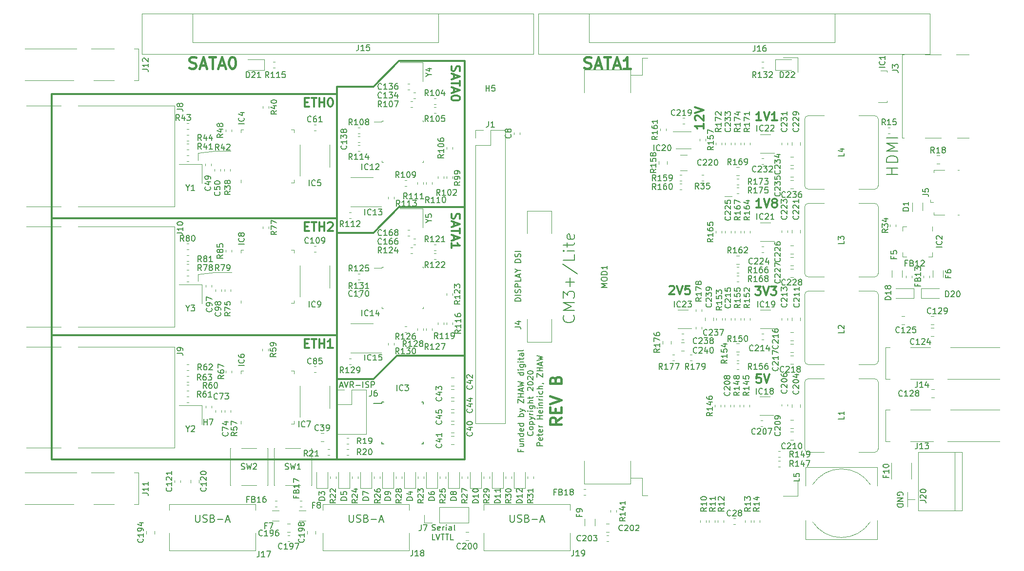
<source format=gbr>
%TF.GenerationSoftware,KiCad,Pcbnew,(5.1.5)-3*%
%TF.CreationDate,2020-11-13T11:58:21+01:00*%
%TF.ProjectId,RpiSecLab,52706953-6563-44c6-9162-2e6b69636164,rev?*%
%TF.SameCoordinates,Original*%
%TF.FileFunction,Legend,Top*%
%TF.FilePolarity,Positive*%
%FSLAX46Y46*%
G04 Gerber Fmt 4.6, Leading zero omitted, Abs format (unit mm)*
G04 Created by KiCad (PCBNEW (5.1.5)-3) date 2020-11-13 11:58:21*
%MOMM*%
%LPD*%
G04 APERTURE LIST*
%ADD10C,0.120000*%
%ADD11C,0.150000*%
%ADD12C,0.450000*%
%ADD13C,0.300000*%
G04 APERTURE END LIST*
D10*
X173990000Y-136525000D02*
X173990000Y-139065000D01*
X173990000Y-137795000D02*
X175260000Y-137795000D01*
D11*
X173220000Y-137033095D02*
X173267619Y-136937857D01*
X173267619Y-136795000D01*
X173220000Y-136652142D01*
X173124761Y-136556904D01*
X173029523Y-136509285D01*
X172839047Y-136461666D01*
X172696190Y-136461666D01*
X172505714Y-136509285D01*
X172410476Y-136556904D01*
X172315238Y-136652142D01*
X172267619Y-136795000D01*
X172267619Y-136890238D01*
X172315238Y-137033095D01*
X172362857Y-137080714D01*
X172696190Y-137080714D01*
X172696190Y-136890238D01*
X172267619Y-137509285D02*
X173267619Y-137509285D01*
X172267619Y-138080714D01*
X173267619Y-138080714D01*
X172267619Y-138556904D02*
X173267619Y-138556904D01*
X173267619Y-138795000D01*
X173220000Y-138937857D01*
X173124761Y-139033095D01*
X173029523Y-139080714D01*
X172839047Y-139128333D01*
X172696190Y-139128333D01*
X172505714Y-139080714D01*
X172410476Y-139033095D01*
X172315238Y-138937857D01*
X172267619Y-138795000D01*
X172267619Y-138556904D01*
D12*
X113934761Y-123554761D02*
X112982380Y-124221428D01*
X113934761Y-124697619D02*
X111934761Y-124697619D01*
X111934761Y-123935714D01*
X112030000Y-123745238D01*
X112125238Y-123650000D01*
X112315714Y-123554761D01*
X112601428Y-123554761D01*
X112791904Y-123650000D01*
X112887142Y-123745238D01*
X112982380Y-123935714D01*
X112982380Y-124697619D01*
X112887142Y-122697619D02*
X112887142Y-122030952D01*
X113934761Y-121745238D02*
X113934761Y-122697619D01*
X111934761Y-122697619D01*
X111934761Y-121745238D01*
X111934761Y-121173809D02*
X113934761Y-120507142D01*
X111934761Y-119840476D01*
X112887142Y-116983333D02*
X112982380Y-116697619D01*
X113077619Y-116602380D01*
X113268095Y-116507142D01*
X113553809Y-116507142D01*
X113744285Y-116602380D01*
X113839523Y-116697619D01*
X113934761Y-116888095D01*
X113934761Y-117650000D01*
X111934761Y-117650000D01*
X111934761Y-116983333D01*
X112030000Y-116792857D01*
X112125238Y-116697619D01*
X112315714Y-116602380D01*
X112506190Y-116602380D01*
X112696666Y-116697619D01*
X112791904Y-116792857D01*
X112887142Y-116983333D01*
X112887142Y-117650000D01*
D11*
X106878380Y-103296404D02*
X105878380Y-103296404D01*
X105878380Y-103058309D01*
X105926000Y-102915452D01*
X106021238Y-102820214D01*
X106116476Y-102772595D01*
X106306952Y-102724976D01*
X106449809Y-102724976D01*
X106640285Y-102772595D01*
X106735523Y-102820214D01*
X106830761Y-102915452D01*
X106878380Y-103058309D01*
X106878380Y-103296404D01*
X106878380Y-102296404D02*
X105878380Y-102296404D01*
X106830761Y-101867833D02*
X106878380Y-101724976D01*
X106878380Y-101486880D01*
X106830761Y-101391642D01*
X106783142Y-101344023D01*
X106687904Y-101296404D01*
X106592666Y-101296404D01*
X106497428Y-101344023D01*
X106449809Y-101391642D01*
X106402190Y-101486880D01*
X106354571Y-101677357D01*
X106306952Y-101772595D01*
X106259333Y-101820214D01*
X106164095Y-101867833D01*
X106068857Y-101867833D01*
X105973619Y-101820214D01*
X105926000Y-101772595D01*
X105878380Y-101677357D01*
X105878380Y-101439261D01*
X105926000Y-101296404D01*
X106878380Y-100867833D02*
X105878380Y-100867833D01*
X105878380Y-100486880D01*
X105926000Y-100391642D01*
X105973619Y-100344023D01*
X106068857Y-100296404D01*
X106211714Y-100296404D01*
X106306952Y-100344023D01*
X106354571Y-100391642D01*
X106402190Y-100486880D01*
X106402190Y-100867833D01*
X106878380Y-99391642D02*
X106878380Y-99867833D01*
X105878380Y-99867833D01*
X106592666Y-99105928D02*
X106592666Y-98629738D01*
X106878380Y-99201166D02*
X105878380Y-98867833D01*
X106878380Y-98534500D01*
X106402190Y-98010690D02*
X106878380Y-98010690D01*
X105878380Y-98344023D02*
X106402190Y-98010690D01*
X105878380Y-97677357D01*
X106878380Y-96582119D02*
X105878380Y-96582119D01*
X105878380Y-96344023D01*
X105926000Y-96201166D01*
X106021238Y-96105928D01*
X106116476Y-96058309D01*
X106306952Y-96010690D01*
X106449809Y-96010690D01*
X106640285Y-96058309D01*
X106735523Y-96105928D01*
X106830761Y-96201166D01*
X106878380Y-96344023D01*
X106878380Y-96582119D01*
X106830761Y-95629738D02*
X106878380Y-95486880D01*
X106878380Y-95248785D01*
X106830761Y-95153547D01*
X106783142Y-95105928D01*
X106687904Y-95058309D01*
X106592666Y-95058309D01*
X106497428Y-95105928D01*
X106449809Y-95153547D01*
X106402190Y-95248785D01*
X106354571Y-95439261D01*
X106306952Y-95534500D01*
X106259333Y-95582119D01*
X106164095Y-95629738D01*
X106068857Y-95629738D01*
X105973619Y-95582119D01*
X105926000Y-95534500D01*
X105878380Y-95439261D01*
X105878380Y-95201166D01*
X105926000Y-95058309D01*
X106878380Y-94629738D02*
X105878380Y-94629738D01*
X91473976Y-143089761D02*
X91616833Y-143137380D01*
X91854928Y-143137380D01*
X91950166Y-143089761D01*
X91997785Y-143042142D01*
X92045404Y-142946904D01*
X92045404Y-142851666D01*
X91997785Y-142756428D01*
X91950166Y-142708809D01*
X91854928Y-142661190D01*
X91664452Y-142613571D01*
X91569214Y-142565952D01*
X91521595Y-142518333D01*
X91473976Y-142423095D01*
X91473976Y-142327857D01*
X91521595Y-142232619D01*
X91569214Y-142185000D01*
X91664452Y-142137380D01*
X91902547Y-142137380D01*
X92045404Y-142185000D01*
X92854928Y-143089761D02*
X92759690Y-143137380D01*
X92569214Y-143137380D01*
X92473976Y-143089761D01*
X92426357Y-142994523D01*
X92426357Y-142613571D01*
X92473976Y-142518333D01*
X92569214Y-142470714D01*
X92759690Y-142470714D01*
X92854928Y-142518333D01*
X92902547Y-142613571D01*
X92902547Y-142708809D01*
X92426357Y-142804047D01*
X93331119Y-143137380D02*
X93331119Y-142470714D01*
X93331119Y-142661190D02*
X93378738Y-142565952D01*
X93426357Y-142518333D01*
X93521595Y-142470714D01*
X93616833Y-142470714D01*
X93950166Y-143137380D02*
X93950166Y-142470714D01*
X93950166Y-142137380D02*
X93902547Y-142185000D01*
X93950166Y-142232619D01*
X93997785Y-142185000D01*
X93950166Y-142137380D01*
X93950166Y-142232619D01*
X94854928Y-143137380D02*
X94854928Y-142613571D01*
X94807309Y-142518333D01*
X94712071Y-142470714D01*
X94521595Y-142470714D01*
X94426357Y-142518333D01*
X94854928Y-143089761D02*
X94759690Y-143137380D01*
X94521595Y-143137380D01*
X94426357Y-143089761D01*
X94378738Y-142994523D01*
X94378738Y-142899285D01*
X94426357Y-142804047D01*
X94521595Y-142756428D01*
X94759690Y-142756428D01*
X94854928Y-142708809D01*
X95473976Y-143137380D02*
X95378738Y-143089761D01*
X95331119Y-142994523D01*
X95331119Y-142137380D01*
X91997785Y-144787380D02*
X91521595Y-144787380D01*
X91521595Y-143787380D01*
X92188261Y-143787380D02*
X92521595Y-144787380D01*
X92854928Y-143787380D01*
X93045404Y-143787380D02*
X93616833Y-143787380D01*
X93331119Y-144787380D02*
X93331119Y-143787380D01*
X93807309Y-143787380D02*
X94378738Y-143787380D01*
X94093023Y-144787380D02*
X94093023Y-143787380D01*
X95188261Y-144787380D02*
X94712071Y-144787380D01*
X94712071Y-143787380D01*
X75486000Y-118022666D02*
X75962190Y-118022666D01*
X75390761Y-118308380D02*
X75724095Y-117308380D01*
X76057428Y-118308380D01*
X76247904Y-117308380D02*
X76581238Y-118308380D01*
X76914571Y-117308380D01*
X77819333Y-118308380D02*
X77486000Y-117832190D01*
X77247904Y-118308380D02*
X77247904Y-117308380D01*
X77628857Y-117308380D01*
X77724095Y-117356000D01*
X77771714Y-117403619D01*
X77819333Y-117498857D01*
X77819333Y-117641714D01*
X77771714Y-117736952D01*
X77724095Y-117784571D01*
X77628857Y-117832190D01*
X77247904Y-117832190D01*
X78247904Y-117927428D02*
X79009809Y-117927428D01*
X79486000Y-118308380D02*
X79486000Y-117308380D01*
X79914571Y-118260761D02*
X80057428Y-118308380D01*
X80295523Y-118308380D01*
X80390761Y-118260761D01*
X80438380Y-118213142D01*
X80486000Y-118117904D01*
X80486000Y-118022666D01*
X80438380Y-117927428D01*
X80390761Y-117879809D01*
X80295523Y-117832190D01*
X80105047Y-117784571D01*
X80009809Y-117736952D01*
X79962190Y-117689333D01*
X79914571Y-117594095D01*
X79914571Y-117498857D01*
X79962190Y-117403619D01*
X80009809Y-117356000D01*
X80105047Y-117308380D01*
X80343142Y-117308380D01*
X80486000Y-117356000D01*
X80914571Y-118308380D02*
X80914571Y-117308380D01*
X81295523Y-117308380D01*
X81390761Y-117356000D01*
X81438380Y-117403619D01*
X81486000Y-117498857D01*
X81486000Y-117641714D01*
X81438380Y-117736952D01*
X81390761Y-117784571D01*
X81295523Y-117832190D01*
X80914571Y-117832190D01*
X106863571Y-129102380D02*
X106863571Y-129435714D01*
X107387380Y-129435714D02*
X106387380Y-129435714D01*
X106387380Y-128959523D01*
X106720714Y-128150000D02*
X107387380Y-128150000D01*
X106720714Y-128578571D02*
X107244523Y-128578571D01*
X107339761Y-128530952D01*
X107387380Y-128435714D01*
X107387380Y-128292857D01*
X107339761Y-128197619D01*
X107292142Y-128150000D01*
X106720714Y-127673809D02*
X107387380Y-127673809D01*
X106815952Y-127673809D02*
X106768333Y-127626190D01*
X106720714Y-127530952D01*
X106720714Y-127388095D01*
X106768333Y-127292857D01*
X106863571Y-127245238D01*
X107387380Y-127245238D01*
X107387380Y-126340476D02*
X106387380Y-126340476D01*
X107339761Y-126340476D02*
X107387380Y-126435714D01*
X107387380Y-126626190D01*
X107339761Y-126721428D01*
X107292142Y-126769047D01*
X107196904Y-126816666D01*
X106911190Y-126816666D01*
X106815952Y-126769047D01*
X106768333Y-126721428D01*
X106720714Y-126626190D01*
X106720714Y-126435714D01*
X106768333Y-126340476D01*
X107339761Y-125483333D02*
X107387380Y-125578571D01*
X107387380Y-125769047D01*
X107339761Y-125864285D01*
X107244523Y-125911904D01*
X106863571Y-125911904D01*
X106768333Y-125864285D01*
X106720714Y-125769047D01*
X106720714Y-125578571D01*
X106768333Y-125483333D01*
X106863571Y-125435714D01*
X106958809Y-125435714D01*
X107054047Y-125911904D01*
X107387380Y-124578571D02*
X106387380Y-124578571D01*
X107339761Y-124578571D02*
X107387380Y-124673809D01*
X107387380Y-124864285D01*
X107339761Y-124959523D01*
X107292142Y-125007142D01*
X107196904Y-125054761D01*
X106911190Y-125054761D01*
X106815952Y-125007142D01*
X106768333Y-124959523D01*
X106720714Y-124864285D01*
X106720714Y-124673809D01*
X106768333Y-124578571D01*
X107387380Y-123340476D02*
X106387380Y-123340476D01*
X106768333Y-123340476D02*
X106720714Y-123245238D01*
X106720714Y-123054761D01*
X106768333Y-122959523D01*
X106815952Y-122911904D01*
X106911190Y-122864285D01*
X107196904Y-122864285D01*
X107292142Y-122911904D01*
X107339761Y-122959523D01*
X107387380Y-123054761D01*
X107387380Y-123245238D01*
X107339761Y-123340476D01*
X106720714Y-122530952D02*
X107387380Y-122292857D01*
X106720714Y-122054761D02*
X107387380Y-122292857D01*
X107625476Y-122388095D01*
X107673095Y-122435714D01*
X107720714Y-122530952D01*
X106387380Y-121007142D02*
X106387380Y-120340476D01*
X107387380Y-121007142D01*
X107387380Y-120340476D01*
X107387380Y-119959523D02*
X106387380Y-119959523D01*
X106863571Y-119959523D02*
X106863571Y-119388095D01*
X107387380Y-119388095D02*
X106387380Y-119388095D01*
X107101666Y-118959523D02*
X107101666Y-118483333D01*
X107387380Y-119054761D02*
X106387380Y-118721428D01*
X107387380Y-118388095D01*
X106387380Y-118150000D02*
X107387380Y-117911904D01*
X106673095Y-117721428D01*
X107387380Y-117530952D01*
X106387380Y-117292857D01*
X107387380Y-115721428D02*
X106387380Y-115721428D01*
X107339761Y-115721428D02*
X107387380Y-115816666D01*
X107387380Y-116007142D01*
X107339761Y-116102380D01*
X107292142Y-116150000D01*
X107196904Y-116197619D01*
X106911190Y-116197619D01*
X106815952Y-116150000D01*
X106768333Y-116102380D01*
X106720714Y-116007142D01*
X106720714Y-115816666D01*
X106768333Y-115721428D01*
X107387380Y-115245238D02*
X106720714Y-115245238D01*
X106387380Y-115245238D02*
X106435000Y-115292857D01*
X106482619Y-115245238D01*
X106435000Y-115197619D01*
X106387380Y-115245238D01*
X106482619Y-115245238D01*
X106720714Y-114340476D02*
X107530238Y-114340476D01*
X107625476Y-114388095D01*
X107673095Y-114435714D01*
X107720714Y-114530952D01*
X107720714Y-114673809D01*
X107673095Y-114769047D01*
X107339761Y-114340476D02*
X107387380Y-114435714D01*
X107387380Y-114626190D01*
X107339761Y-114721428D01*
X107292142Y-114769047D01*
X107196904Y-114816666D01*
X106911190Y-114816666D01*
X106815952Y-114769047D01*
X106768333Y-114721428D01*
X106720714Y-114626190D01*
X106720714Y-114435714D01*
X106768333Y-114340476D01*
X107387380Y-113864285D02*
X106720714Y-113864285D01*
X106387380Y-113864285D02*
X106435000Y-113911904D01*
X106482619Y-113864285D01*
X106435000Y-113816666D01*
X106387380Y-113864285D01*
X106482619Y-113864285D01*
X106720714Y-113530952D02*
X106720714Y-113150000D01*
X106387380Y-113388095D02*
X107244523Y-113388095D01*
X107339761Y-113340476D01*
X107387380Y-113245238D01*
X107387380Y-113150000D01*
X107387380Y-112388095D02*
X106863571Y-112388095D01*
X106768333Y-112435714D01*
X106720714Y-112530952D01*
X106720714Y-112721428D01*
X106768333Y-112816666D01*
X107339761Y-112388095D02*
X107387380Y-112483333D01*
X107387380Y-112721428D01*
X107339761Y-112816666D01*
X107244523Y-112864285D01*
X107149285Y-112864285D01*
X107054047Y-112816666D01*
X107006428Y-112721428D01*
X107006428Y-112483333D01*
X106958809Y-112388095D01*
X107387380Y-111769047D02*
X107339761Y-111864285D01*
X107244523Y-111911904D01*
X106387380Y-111911904D01*
X108942142Y-126030952D02*
X108989761Y-126078571D01*
X109037380Y-126221428D01*
X109037380Y-126316666D01*
X108989761Y-126459523D01*
X108894523Y-126554761D01*
X108799285Y-126602380D01*
X108608809Y-126650000D01*
X108465952Y-126650000D01*
X108275476Y-126602380D01*
X108180238Y-126554761D01*
X108085000Y-126459523D01*
X108037380Y-126316666D01*
X108037380Y-126221428D01*
X108085000Y-126078571D01*
X108132619Y-126030952D01*
X109037380Y-125459523D02*
X108989761Y-125554761D01*
X108942142Y-125602380D01*
X108846904Y-125650000D01*
X108561190Y-125650000D01*
X108465952Y-125602380D01*
X108418333Y-125554761D01*
X108370714Y-125459523D01*
X108370714Y-125316666D01*
X108418333Y-125221428D01*
X108465952Y-125173809D01*
X108561190Y-125126190D01*
X108846904Y-125126190D01*
X108942142Y-125173809D01*
X108989761Y-125221428D01*
X109037380Y-125316666D01*
X109037380Y-125459523D01*
X108370714Y-124697619D02*
X109370714Y-124697619D01*
X108418333Y-124697619D02*
X108370714Y-124602380D01*
X108370714Y-124411904D01*
X108418333Y-124316666D01*
X108465952Y-124269047D01*
X108561190Y-124221428D01*
X108846904Y-124221428D01*
X108942142Y-124269047D01*
X108989761Y-124316666D01*
X109037380Y-124411904D01*
X109037380Y-124602380D01*
X108989761Y-124697619D01*
X108370714Y-123888095D02*
X109037380Y-123650000D01*
X108370714Y-123411904D02*
X109037380Y-123650000D01*
X109275476Y-123745238D01*
X109323095Y-123792857D01*
X109370714Y-123888095D01*
X109037380Y-123030952D02*
X108370714Y-123030952D01*
X108561190Y-123030952D02*
X108465952Y-122983333D01*
X108418333Y-122935714D01*
X108370714Y-122840476D01*
X108370714Y-122745238D01*
X109037380Y-122411904D02*
X108370714Y-122411904D01*
X108037380Y-122411904D02*
X108085000Y-122459523D01*
X108132619Y-122411904D01*
X108085000Y-122364285D01*
X108037380Y-122411904D01*
X108132619Y-122411904D01*
X108370714Y-121507142D02*
X109180238Y-121507142D01*
X109275476Y-121554761D01*
X109323095Y-121602380D01*
X109370714Y-121697619D01*
X109370714Y-121840476D01*
X109323095Y-121935714D01*
X108989761Y-121507142D02*
X109037380Y-121602380D01*
X109037380Y-121792857D01*
X108989761Y-121888095D01*
X108942142Y-121935714D01*
X108846904Y-121983333D01*
X108561190Y-121983333D01*
X108465952Y-121935714D01*
X108418333Y-121888095D01*
X108370714Y-121792857D01*
X108370714Y-121602380D01*
X108418333Y-121507142D01*
X109037380Y-121030952D02*
X108037380Y-121030952D01*
X109037380Y-120602380D02*
X108513571Y-120602380D01*
X108418333Y-120650000D01*
X108370714Y-120745238D01*
X108370714Y-120888095D01*
X108418333Y-120983333D01*
X108465952Y-121030952D01*
X108370714Y-120269047D02*
X108370714Y-119888095D01*
X108037380Y-120126190D02*
X108894523Y-120126190D01*
X108989761Y-120078571D01*
X109037380Y-119983333D01*
X109037380Y-119888095D01*
X108132619Y-118840476D02*
X108085000Y-118792857D01*
X108037380Y-118697619D01*
X108037380Y-118459523D01*
X108085000Y-118364285D01*
X108132619Y-118316666D01*
X108227857Y-118269047D01*
X108323095Y-118269047D01*
X108465952Y-118316666D01*
X109037380Y-118888095D01*
X109037380Y-118269047D01*
X108037380Y-117650000D02*
X108037380Y-117554761D01*
X108085000Y-117459523D01*
X108132619Y-117411904D01*
X108227857Y-117364285D01*
X108418333Y-117316666D01*
X108656428Y-117316666D01*
X108846904Y-117364285D01*
X108942142Y-117411904D01*
X108989761Y-117459523D01*
X109037380Y-117554761D01*
X109037380Y-117650000D01*
X108989761Y-117745238D01*
X108942142Y-117792857D01*
X108846904Y-117840476D01*
X108656428Y-117888095D01*
X108418333Y-117888095D01*
X108227857Y-117840476D01*
X108132619Y-117792857D01*
X108085000Y-117745238D01*
X108037380Y-117650000D01*
X108132619Y-116935714D02*
X108085000Y-116888095D01*
X108037380Y-116792857D01*
X108037380Y-116554761D01*
X108085000Y-116459523D01*
X108132619Y-116411904D01*
X108227857Y-116364285D01*
X108323095Y-116364285D01*
X108465952Y-116411904D01*
X109037380Y-116983333D01*
X109037380Y-116364285D01*
X108037380Y-115745238D02*
X108037380Y-115650000D01*
X108085000Y-115554761D01*
X108132619Y-115507142D01*
X108227857Y-115459523D01*
X108418333Y-115411904D01*
X108656428Y-115411904D01*
X108846904Y-115459523D01*
X108942142Y-115507142D01*
X108989761Y-115554761D01*
X109037380Y-115650000D01*
X109037380Y-115745238D01*
X108989761Y-115840476D01*
X108942142Y-115888095D01*
X108846904Y-115935714D01*
X108656428Y-115983333D01*
X108418333Y-115983333D01*
X108227857Y-115935714D01*
X108132619Y-115888095D01*
X108085000Y-115840476D01*
X108037380Y-115745238D01*
X110687380Y-128435714D02*
X109687380Y-128435714D01*
X109687380Y-128054761D01*
X109735000Y-127959523D01*
X109782619Y-127911904D01*
X109877857Y-127864285D01*
X110020714Y-127864285D01*
X110115952Y-127911904D01*
X110163571Y-127959523D01*
X110211190Y-128054761D01*
X110211190Y-128435714D01*
X110639761Y-127054761D02*
X110687380Y-127150000D01*
X110687380Y-127340476D01*
X110639761Y-127435714D01*
X110544523Y-127483333D01*
X110163571Y-127483333D01*
X110068333Y-127435714D01*
X110020714Y-127340476D01*
X110020714Y-127150000D01*
X110068333Y-127054761D01*
X110163571Y-127007142D01*
X110258809Y-127007142D01*
X110354047Y-127483333D01*
X110020714Y-126721428D02*
X110020714Y-126340476D01*
X109687380Y-126578571D02*
X110544523Y-126578571D01*
X110639761Y-126530952D01*
X110687380Y-126435714D01*
X110687380Y-126340476D01*
X110639761Y-125626190D02*
X110687380Y-125721428D01*
X110687380Y-125911904D01*
X110639761Y-126007142D01*
X110544523Y-126054761D01*
X110163571Y-126054761D01*
X110068333Y-126007142D01*
X110020714Y-125911904D01*
X110020714Y-125721428D01*
X110068333Y-125626190D01*
X110163571Y-125578571D01*
X110258809Y-125578571D01*
X110354047Y-126054761D01*
X110687380Y-125150000D02*
X110020714Y-125150000D01*
X110211190Y-125150000D02*
X110115952Y-125102380D01*
X110068333Y-125054761D01*
X110020714Y-124959523D01*
X110020714Y-124864285D01*
X110687380Y-123769047D02*
X109687380Y-123769047D01*
X110163571Y-123769047D02*
X110163571Y-123197619D01*
X110687380Y-123197619D02*
X109687380Y-123197619D01*
X110639761Y-122340476D02*
X110687380Y-122435714D01*
X110687380Y-122626190D01*
X110639761Y-122721428D01*
X110544523Y-122769047D01*
X110163571Y-122769047D01*
X110068333Y-122721428D01*
X110020714Y-122626190D01*
X110020714Y-122435714D01*
X110068333Y-122340476D01*
X110163571Y-122292857D01*
X110258809Y-122292857D01*
X110354047Y-122769047D01*
X110687380Y-121864285D02*
X110020714Y-121864285D01*
X109687380Y-121864285D02*
X109735000Y-121911904D01*
X109782619Y-121864285D01*
X109735000Y-121816666D01*
X109687380Y-121864285D01*
X109782619Y-121864285D01*
X110020714Y-121388095D02*
X110687380Y-121388095D01*
X110115952Y-121388095D02*
X110068333Y-121340476D01*
X110020714Y-121245238D01*
X110020714Y-121102380D01*
X110068333Y-121007142D01*
X110163571Y-120959523D01*
X110687380Y-120959523D01*
X110687380Y-120483333D02*
X110020714Y-120483333D01*
X110211190Y-120483333D02*
X110115952Y-120435714D01*
X110068333Y-120388095D01*
X110020714Y-120292857D01*
X110020714Y-120197619D01*
X110687380Y-119864285D02*
X110020714Y-119864285D01*
X109687380Y-119864285D02*
X109735000Y-119911904D01*
X109782619Y-119864285D01*
X109735000Y-119816666D01*
X109687380Y-119864285D01*
X109782619Y-119864285D01*
X110639761Y-118959523D02*
X110687380Y-119054761D01*
X110687380Y-119245238D01*
X110639761Y-119340476D01*
X110592142Y-119388095D01*
X110496904Y-119435714D01*
X110211190Y-119435714D01*
X110115952Y-119388095D01*
X110068333Y-119340476D01*
X110020714Y-119245238D01*
X110020714Y-119054761D01*
X110068333Y-118959523D01*
X110687380Y-118530952D02*
X109687380Y-118530952D01*
X110687380Y-118102380D02*
X110163571Y-118102380D01*
X110068333Y-118150000D01*
X110020714Y-118245238D01*
X110020714Y-118388095D01*
X110068333Y-118483333D01*
X110115952Y-118530952D01*
X110639761Y-117578571D02*
X110687380Y-117578571D01*
X110782619Y-117626190D01*
X110830238Y-117673809D01*
X109687380Y-116483333D02*
X109687380Y-115816666D01*
X110687380Y-116483333D01*
X110687380Y-115816666D01*
X110687380Y-115435714D02*
X109687380Y-115435714D01*
X110163571Y-115435714D02*
X110163571Y-114864285D01*
X110687380Y-114864285D02*
X109687380Y-114864285D01*
X110401666Y-114435714D02*
X110401666Y-113959523D01*
X110687380Y-114530952D02*
X109687380Y-114197619D01*
X110687380Y-113864285D01*
X109687380Y-113626190D02*
X110687380Y-113388095D01*
X109973095Y-113197619D01*
X110687380Y-113007142D01*
X109687380Y-112769047D01*
D10*
X50800000Y-98679000D02*
X50800000Y-99822000D01*
X53721000Y-98298000D02*
X50800000Y-98679000D01*
X56642000Y-98298000D02*
X53721000Y-98298000D01*
D13*
X85344000Y-112776000D02*
X97155000Y-112776000D01*
X81280000Y-116840000D02*
X85344000Y-112776000D01*
X132687714Y-100794428D02*
X132759142Y-100723000D01*
X132902000Y-100651571D01*
X133259142Y-100651571D01*
X133402000Y-100723000D01*
X133473428Y-100794428D01*
X133544857Y-100937285D01*
X133544857Y-101080142D01*
X133473428Y-101294428D01*
X132616285Y-102151571D01*
X133544857Y-102151571D01*
X133973428Y-100651571D02*
X134473428Y-102151571D01*
X134973428Y-100651571D01*
X136187714Y-100651571D02*
X135473428Y-100651571D01*
X135402000Y-101365857D01*
X135473428Y-101294428D01*
X135616285Y-101223000D01*
X135973428Y-101223000D01*
X136116285Y-101294428D01*
X136187714Y-101365857D01*
X136259142Y-101508714D01*
X136259142Y-101865857D01*
X136187714Y-102008714D01*
X136116285Y-102080142D01*
X135973428Y-102151571D01*
X135616285Y-102151571D01*
X135473428Y-102080142D01*
X135402000Y-102008714D01*
X138600571Y-72449142D02*
X138600571Y-73306285D01*
X138600571Y-72877714D02*
X137100571Y-72877714D01*
X137314857Y-73020571D01*
X137457714Y-73163428D01*
X137529142Y-73306285D01*
X137243428Y-71877714D02*
X137172000Y-71806285D01*
X137100571Y-71663428D01*
X137100571Y-71306285D01*
X137172000Y-71163428D01*
X137243428Y-71092000D01*
X137386285Y-71020571D01*
X137529142Y-71020571D01*
X137743428Y-71092000D01*
X138600571Y-71949142D01*
X138600571Y-71020571D01*
X137100571Y-70592000D02*
X138600571Y-70092000D01*
X137100571Y-69592000D01*
X148657857Y-71925571D02*
X147800714Y-71925571D01*
X148229285Y-71925571D02*
X148229285Y-70425571D01*
X148086428Y-70639857D01*
X147943571Y-70782714D01*
X147800714Y-70854142D01*
X149086428Y-70425571D02*
X149586428Y-71925571D01*
X150086428Y-70425571D01*
X151372142Y-71925571D02*
X150515000Y-71925571D01*
X150943571Y-71925571D02*
X150943571Y-70425571D01*
X150800714Y-70639857D01*
X150657857Y-70782714D01*
X150515000Y-70854142D01*
X148657857Y-87038571D02*
X147800714Y-87038571D01*
X148229285Y-87038571D02*
X148229285Y-85538571D01*
X148086428Y-85752857D01*
X147943571Y-85895714D01*
X147800714Y-85967142D01*
X149086428Y-85538571D02*
X149586428Y-87038571D01*
X150086428Y-85538571D01*
X150800714Y-86181428D02*
X150657857Y-86110000D01*
X150586428Y-86038571D01*
X150515000Y-85895714D01*
X150515000Y-85824285D01*
X150586428Y-85681428D01*
X150657857Y-85610000D01*
X150800714Y-85538571D01*
X151086428Y-85538571D01*
X151229285Y-85610000D01*
X151300714Y-85681428D01*
X151372142Y-85824285D01*
X151372142Y-85895714D01*
X151300714Y-86038571D01*
X151229285Y-86110000D01*
X151086428Y-86181428D01*
X150800714Y-86181428D01*
X150657857Y-86252857D01*
X150586428Y-86324285D01*
X150515000Y-86467142D01*
X150515000Y-86752857D01*
X150586428Y-86895714D01*
X150657857Y-86967142D01*
X150800714Y-87038571D01*
X151086428Y-87038571D01*
X151229285Y-86967142D01*
X151300714Y-86895714D01*
X151372142Y-86752857D01*
X151372142Y-86467142D01*
X151300714Y-86324285D01*
X151229285Y-86252857D01*
X151086428Y-86181428D01*
X147602285Y-100778571D02*
X148530857Y-100778571D01*
X148030857Y-101350000D01*
X148245142Y-101350000D01*
X148388000Y-101421428D01*
X148459428Y-101492857D01*
X148530857Y-101635714D01*
X148530857Y-101992857D01*
X148459428Y-102135714D01*
X148388000Y-102207142D01*
X148245142Y-102278571D01*
X147816571Y-102278571D01*
X147673714Y-102207142D01*
X147602285Y-102135714D01*
X148959428Y-100778571D02*
X149459428Y-102278571D01*
X149959428Y-100778571D01*
X150316571Y-100778571D02*
X151245142Y-100778571D01*
X150745142Y-101350000D01*
X150959428Y-101350000D01*
X151102285Y-101421428D01*
X151173714Y-101492857D01*
X151245142Y-101635714D01*
X151245142Y-101992857D01*
X151173714Y-102135714D01*
X151102285Y-102207142D01*
X150959428Y-102278571D01*
X150530857Y-102278571D01*
X150388000Y-102207142D01*
X150316571Y-102135714D01*
X74930000Y-66040000D02*
X74930000Y-67310000D01*
X81280000Y-66040000D02*
X85725000Y-61595000D01*
X85725000Y-61595000D02*
X97155000Y-61595000D01*
X74930000Y-66040000D02*
X81280000Y-66040000D01*
X85725000Y-86995000D02*
X97155000Y-86995000D01*
X81280000Y-91440000D02*
X85725000Y-86995000D01*
X74930000Y-91440000D02*
X81280000Y-91440000D01*
X97155000Y-61595000D02*
X97155000Y-67310000D01*
X74930000Y-67310000D02*
X74930000Y-130810000D01*
D10*
X50800000Y-77597000D02*
X50800000Y-78867000D01*
X53721000Y-77216000D02*
X50800000Y-77597000D01*
X56515000Y-77216000D02*
X53721000Y-77216000D01*
D13*
X69386142Y-110636857D02*
X69886142Y-110636857D01*
X70100428Y-111422571D02*
X69386142Y-111422571D01*
X69386142Y-109922571D01*
X70100428Y-109922571D01*
X70529000Y-109922571D02*
X71386142Y-109922571D01*
X70957571Y-111422571D02*
X70957571Y-109922571D01*
X71886142Y-111422571D02*
X71886142Y-109922571D01*
X71886142Y-110636857D02*
X72743285Y-110636857D01*
X72743285Y-111422571D02*
X72743285Y-109922571D01*
X74243285Y-111422571D02*
X73386142Y-111422571D01*
X73814714Y-111422571D02*
X73814714Y-109922571D01*
X73671857Y-110136857D01*
X73529000Y-110279714D01*
X73386142Y-110351142D01*
X69386142Y-90316857D02*
X69886142Y-90316857D01*
X70100428Y-91102571D02*
X69386142Y-91102571D01*
X69386142Y-89602571D01*
X70100428Y-89602571D01*
X70529000Y-89602571D02*
X71386142Y-89602571D01*
X70957571Y-91102571D02*
X70957571Y-89602571D01*
X71886142Y-91102571D02*
X71886142Y-89602571D01*
X71886142Y-90316857D02*
X72743285Y-90316857D01*
X72743285Y-91102571D02*
X72743285Y-89602571D01*
X73386142Y-89745428D02*
X73457571Y-89674000D01*
X73600428Y-89602571D01*
X73957571Y-89602571D01*
X74100428Y-89674000D01*
X74171857Y-89745428D01*
X74243285Y-89888285D01*
X74243285Y-90031142D01*
X74171857Y-90245428D01*
X73314714Y-91102571D01*
X74243285Y-91102571D01*
X69386142Y-68726857D02*
X69886142Y-68726857D01*
X70100428Y-69512571D02*
X69386142Y-69512571D01*
X69386142Y-68012571D01*
X70100428Y-68012571D01*
X70529000Y-68012571D02*
X71386142Y-68012571D01*
X70957571Y-69512571D02*
X70957571Y-68012571D01*
X71886142Y-69512571D02*
X71886142Y-68012571D01*
X71886142Y-68726857D02*
X72743285Y-68726857D01*
X72743285Y-69512571D02*
X72743285Y-68012571D01*
X73743285Y-68012571D02*
X73886142Y-68012571D01*
X74029000Y-68084000D01*
X74100428Y-68155428D01*
X74171857Y-68298285D01*
X74243285Y-68584000D01*
X74243285Y-68941142D01*
X74171857Y-69226857D01*
X74100428Y-69369714D01*
X74029000Y-69441142D01*
X73886142Y-69512571D01*
X73743285Y-69512571D01*
X73600428Y-69441142D01*
X73529000Y-69369714D01*
X73457571Y-69226857D01*
X73386142Y-68941142D01*
X73386142Y-68584000D01*
X73457571Y-68298285D01*
X73529000Y-68155428D01*
X73600428Y-68084000D01*
X73743285Y-68012571D01*
X94896857Y-88110714D02*
X94825428Y-88325000D01*
X94825428Y-88682142D01*
X94896857Y-88825000D01*
X94968285Y-88896428D01*
X95111142Y-88967857D01*
X95254000Y-88967857D01*
X95396857Y-88896428D01*
X95468285Y-88825000D01*
X95539714Y-88682142D01*
X95611142Y-88396428D01*
X95682571Y-88253571D01*
X95754000Y-88182142D01*
X95896857Y-88110714D01*
X96039714Y-88110714D01*
X96182571Y-88182142D01*
X96254000Y-88253571D01*
X96325428Y-88396428D01*
X96325428Y-88753571D01*
X96254000Y-88967857D01*
X95254000Y-89539285D02*
X95254000Y-90253571D01*
X94825428Y-89396428D02*
X96325428Y-89896428D01*
X94825428Y-90396428D01*
X96325428Y-90682142D02*
X96325428Y-91539285D01*
X94825428Y-91110714D02*
X96325428Y-91110714D01*
X95254000Y-91967857D02*
X95254000Y-92682142D01*
X94825428Y-91825000D02*
X96325428Y-92325000D01*
X94825428Y-92825000D01*
X94825428Y-94110714D02*
X94825428Y-93253571D01*
X94825428Y-93682142D02*
X96325428Y-93682142D01*
X96111142Y-93539285D01*
X95968285Y-93396428D01*
X95896857Y-93253571D01*
X94896857Y-62456714D02*
X94825428Y-62671000D01*
X94825428Y-63028142D01*
X94896857Y-63171000D01*
X94968285Y-63242428D01*
X95111142Y-63313857D01*
X95254000Y-63313857D01*
X95396857Y-63242428D01*
X95468285Y-63171000D01*
X95539714Y-63028142D01*
X95611142Y-62742428D01*
X95682571Y-62599571D01*
X95754000Y-62528142D01*
X95896857Y-62456714D01*
X96039714Y-62456714D01*
X96182571Y-62528142D01*
X96254000Y-62599571D01*
X96325428Y-62742428D01*
X96325428Y-63099571D01*
X96254000Y-63313857D01*
X95254000Y-63885285D02*
X95254000Y-64599571D01*
X94825428Y-63742428D02*
X96325428Y-64242428D01*
X94825428Y-64742428D01*
X96325428Y-65028142D02*
X96325428Y-65885285D01*
X94825428Y-65456714D02*
X96325428Y-65456714D01*
X95254000Y-66313857D02*
X95254000Y-67028142D01*
X94825428Y-66171000D02*
X96325428Y-66671000D01*
X94825428Y-67171000D01*
X96325428Y-67956714D02*
X96325428Y-68099571D01*
X96254000Y-68242428D01*
X96182571Y-68313857D01*
X96039714Y-68385285D01*
X95754000Y-68456714D01*
X95396857Y-68456714D01*
X95111142Y-68385285D01*
X94968285Y-68313857D01*
X94896857Y-68242428D01*
X94825428Y-68099571D01*
X94825428Y-67956714D01*
X94896857Y-67813857D01*
X94968285Y-67742428D01*
X95111142Y-67671000D01*
X95396857Y-67599571D01*
X95754000Y-67599571D01*
X96039714Y-67671000D01*
X96182571Y-67742428D01*
X96254000Y-67813857D01*
X96325428Y-67956714D01*
X97155000Y-130810000D02*
X74930000Y-130810000D01*
X81280000Y-116840000D02*
X74930000Y-116840000D01*
X97155000Y-67310000D02*
X97155000Y-130810000D01*
X74930000Y-109220000D02*
X25400000Y-109220000D01*
X25400000Y-88900000D02*
X74930000Y-88900000D01*
X25400000Y-130810000D02*
X25400000Y-67310000D01*
X74930000Y-130810000D02*
X25400000Y-130810000D01*
X25400000Y-67310000D02*
X74930000Y-67310000D01*
X148586428Y-116018571D02*
X147872142Y-116018571D01*
X147800714Y-116732857D01*
X147872142Y-116661428D01*
X148015000Y-116590000D01*
X148372142Y-116590000D01*
X148515000Y-116661428D01*
X148586428Y-116732857D01*
X148657857Y-116875714D01*
X148657857Y-117232857D01*
X148586428Y-117375714D01*
X148515000Y-117447142D01*
X148372142Y-117518571D01*
X148015000Y-117518571D01*
X147872142Y-117447142D01*
X147800714Y-117375714D01*
X149086428Y-116018571D02*
X149586428Y-117518571D01*
X150086428Y-116018571D01*
D10*
X142240000Y-85090000D02*
X143510000Y-85090000D01*
X138592779Y-81405000D02*
X138267221Y-81405000D01*
X138592779Y-82425000D02*
X138267221Y-82425000D01*
X170940000Y-90007221D02*
X170940000Y-90332779D01*
X171960000Y-90007221D02*
X171960000Y-90332779D01*
X170652221Y-74170000D02*
X170977779Y-74170000D01*
X170652221Y-73150000D02*
X170977779Y-73150000D01*
X46122000Y-53380000D02*
X49882000Y-53380000D01*
X104122000Y-60380000D02*
X46122000Y-60380000D01*
X92622000Y-53380000D02*
X92612000Y-53380000D01*
X104122000Y-53380000D02*
X92622000Y-53380000D01*
X109122000Y-60380000D02*
X104122000Y-60380000D01*
X109122000Y-53380000D02*
X109122000Y-60380000D01*
X109122000Y-53380000D02*
X104122000Y-53380000D01*
X41122000Y-60380000D02*
X46122000Y-60380000D01*
X41122000Y-53380000D02*
X41122000Y-60380000D01*
X41122000Y-53380000D02*
X46122000Y-53380000D01*
X49882000Y-53380000D02*
X92612000Y-53380000D01*
X49882000Y-58380000D02*
X49882000Y-53380000D01*
X92612000Y-58380000D02*
X49882000Y-58380000D01*
X92612000Y-53380000D02*
X92612000Y-58380000D01*
X94737422Y-122122000D02*
X95254578Y-122122000D01*
X94737422Y-120702000D02*
X95254578Y-120702000D01*
X156160000Y-128940000D02*
X156160000Y-117440000D01*
X156810000Y-129590000D02*
X159560000Y-129590000D01*
X168960000Y-117440000D02*
X168960000Y-128940000D01*
X156810000Y-116790000D02*
X159560000Y-116790000D01*
X165560000Y-129590000D02*
X168310000Y-129590000D01*
X165560000Y-116790000D02*
X168310000Y-116790000D01*
X156160000Y-117440000D02*
G75*
G02X156810000Y-116790000I650000J0D01*
G01*
X168310000Y-116790000D02*
G75*
G02X168960000Y-117440000I0J-650000D01*
G01*
X168960000Y-128940000D02*
G75*
G02X168310000Y-129590000I-650000J0D01*
G01*
X156810000Y-129590000D02*
G75*
G02X156160000Y-128940000I0J650000D01*
G01*
X143804421Y-142115000D02*
X144129979Y-142115000D01*
X143804421Y-141095000D02*
X144129979Y-141095000D01*
X139092400Y-141767779D02*
X139092400Y-141442221D01*
X138072400Y-141767779D02*
X138072400Y-141442221D01*
X51530000Y-79503000D02*
X47530000Y-79503000D01*
X51530000Y-82803000D02*
X51530000Y-79503000D01*
X52068000Y-79466221D02*
X52068000Y-79791779D01*
X53088000Y-79466221D02*
X53088000Y-79791779D01*
X58255000Y-73970000D02*
X58255000Y-73495000D01*
X58255000Y-73495000D02*
X58730000Y-73495000D01*
X67475000Y-82240000D02*
X67475000Y-82715000D01*
X67475000Y-82715000D02*
X67000000Y-82715000D01*
X67475000Y-73970000D02*
X67475000Y-73495000D01*
X67475000Y-73495000D02*
X67000000Y-73495000D01*
X58255000Y-82240000D02*
X58255000Y-82715000D01*
X125920000Y-134060000D02*
X127920000Y-134060000D01*
X127920000Y-134060000D02*
X127920000Y-137060000D01*
X127920000Y-137060000D02*
X128920000Y-137060000D01*
X125920000Y-64060000D02*
X127920000Y-64060000D01*
X127920000Y-64060000D02*
X127920000Y-61060000D01*
X127920000Y-61060000D02*
X128920000Y-61060000D01*
X117920000Y-131060000D02*
X117920000Y-135060000D01*
X117920000Y-135060000D02*
X125920000Y-135060000D01*
X125920000Y-135060000D02*
X125920000Y-131060000D01*
X125920000Y-63060000D02*
X117920000Y-63060000D01*
X117920000Y-63060000D02*
X117920000Y-67060000D01*
X125920000Y-63060000D02*
X125920000Y-67060000D01*
X152400000Y-60960000D02*
X154940000Y-60960000D01*
X154940000Y-60960000D02*
X154940000Y-63500000D01*
X154940000Y-135890000D02*
X154940000Y-137160000D01*
X154940000Y-137160000D02*
X153670000Y-137160000D01*
X154940000Y-134620000D02*
X154940000Y-137160000D01*
X154940000Y-137160000D02*
X152400000Y-137160000D01*
X106682000Y-74330779D02*
X106682000Y-74005221D01*
X105662000Y-74330779D02*
X105662000Y-74005221D01*
X72648578Y-126290000D02*
X72131422Y-126290000D01*
X72648578Y-127710000D02*
X72131422Y-127710000D01*
X94737422Y-126186000D02*
X95254578Y-126186000D01*
X94737422Y-124766000D02*
X95254578Y-124766000D01*
X94737422Y-126798000D02*
X95254578Y-126798000D01*
X94737422Y-128218000D02*
X95254578Y-128218000D01*
X94737422Y-118058000D02*
X95254578Y-118058000D01*
X94737422Y-116638000D02*
X95254578Y-116638000D01*
X94737422Y-118670000D02*
X95254578Y-118670000D01*
X94737422Y-120090000D02*
X95254578Y-120090000D01*
X94737422Y-122734000D02*
X95254578Y-122734000D01*
X94737422Y-124154000D02*
X95254578Y-124154000D01*
X54739000Y-80355221D02*
X54739000Y-80680779D01*
X53719000Y-80355221D02*
X53719000Y-80680779D01*
X70957221Y-72642000D02*
X71282779Y-72642000D01*
X70957221Y-73662000D02*
X71282779Y-73662000D01*
X52195000Y-121503221D02*
X52195000Y-121828779D01*
X53215000Y-121503221D02*
X53215000Y-121828779D01*
X54866000Y-122265221D02*
X54866000Y-122590779D01*
X53846000Y-122265221D02*
X53846000Y-122590779D01*
X70957221Y-114679000D02*
X71282779Y-114679000D01*
X70957221Y-115699000D02*
X71282779Y-115699000D01*
X52195000Y-100548221D02*
X52195000Y-100873779D01*
X53215000Y-100548221D02*
X53215000Y-100873779D01*
X54866000Y-101310221D02*
X54866000Y-101635779D01*
X53846000Y-101310221D02*
X53846000Y-101635779D01*
X70957221Y-93724000D02*
X71282779Y-93724000D01*
X70957221Y-94744000D02*
X71282779Y-94744000D01*
X49582000Y-134361422D02*
X49582000Y-134878578D01*
X51002000Y-134361422D02*
X51002000Y-134878578D01*
X47754000Y-134457221D02*
X47754000Y-134782779D01*
X46734000Y-134457221D02*
X46734000Y-134782779D01*
X178566578Y-108002000D02*
X178049422Y-108002000D01*
X178566578Y-109422000D02*
X178049422Y-109422000D01*
X173486578Y-107390000D02*
X172969422Y-107390000D01*
X173486578Y-105970000D02*
X172969422Y-105970000D01*
X178645078Y-118670000D02*
X178127922Y-118670000D01*
X178645078Y-120090000D02*
X178127922Y-120090000D01*
X178049422Y-105970000D02*
X178566578Y-105970000D01*
X178049422Y-107390000D02*
X178566578Y-107390000D01*
X88229221Y-68074000D02*
X88554779Y-68074000D01*
X88229221Y-67054000D02*
X88554779Y-67054000D01*
X87538779Y-66550000D02*
X87213221Y-66550000D01*
X87538779Y-65530000D02*
X87213221Y-65530000D01*
X78902779Y-74674000D02*
X78577221Y-74674000D01*
X78902779Y-75694000D02*
X78577221Y-75694000D01*
X88229221Y-92454000D02*
X88554779Y-92454000D01*
X88229221Y-93474000D02*
X88554779Y-93474000D01*
X87538779Y-91950000D02*
X87213221Y-91950000D01*
X87538779Y-90930000D02*
X87213221Y-90930000D01*
X78902779Y-100074000D02*
X78577221Y-100074000D01*
X78902779Y-101094000D02*
X78577221Y-101094000D01*
X43255000Y-143768578D02*
X43255000Y-143251422D01*
X41835000Y-143768578D02*
X41835000Y-143251422D01*
X66289422Y-142038000D02*
X66806578Y-142038000D01*
X66289422Y-143458000D02*
X66806578Y-143458000D01*
X66385221Y-144016000D02*
X66710779Y-144016000D01*
X66385221Y-145036000D02*
X66710779Y-145036000D01*
X71195000Y-143768578D02*
X71195000Y-143251422D01*
X69775000Y-143768578D02*
X69775000Y-143251422D01*
X97794578Y-143435000D02*
X97277422Y-143435000D01*
X97794578Y-144855000D02*
X97277422Y-144855000D01*
X121661422Y-143458000D02*
X122178578Y-143458000D01*
X121661422Y-142038000D02*
X122178578Y-142038000D01*
X121757221Y-144016000D02*
X122082779Y-144016000D01*
X121757221Y-145036000D02*
X122082779Y-145036000D01*
X153976000Y-121280422D02*
X153976000Y-121797578D01*
X155396000Y-121280422D02*
X155396000Y-121797578D01*
X152144000Y-121223721D02*
X152144000Y-121549279D01*
X153164000Y-121223721D02*
X153164000Y-121549279D01*
X148554221Y-124077000D02*
X148879779Y-124077000D01*
X148554221Y-125097000D02*
X148879779Y-125097000D01*
X143258000Y-121376221D02*
X143258000Y-121701779D01*
X142238000Y-121376221D02*
X142238000Y-121701779D01*
X154182578Y-125424000D02*
X153665422Y-125424000D01*
X154182578Y-124004000D02*
X153665422Y-124004000D01*
X154182578Y-126036000D02*
X153665422Y-126036000D01*
X154182578Y-127456000D02*
X153665422Y-127456000D01*
X155396000Y-106167422D02*
X155396000Y-106684578D01*
X153976000Y-106167422D02*
X153976000Y-106684578D01*
X152144000Y-106263221D02*
X152144000Y-106588779D01*
X153164000Y-106263221D02*
X153164000Y-106588779D01*
X148681221Y-109984000D02*
X149006779Y-109984000D01*
X148681221Y-108964000D02*
X149006779Y-108964000D01*
X143385000Y-106263221D02*
X143385000Y-106588779D01*
X142365000Y-106263221D02*
X142365000Y-106588779D01*
X154182578Y-108764000D02*
X153665422Y-108764000D01*
X154182578Y-110184000D02*
X153665422Y-110184000D01*
X154182578Y-112216000D02*
X153665422Y-112216000D01*
X154182578Y-110796000D02*
X153665422Y-110796000D01*
X154182578Y-112828000D02*
X153665422Y-112828000D01*
X154182578Y-114248000D02*
X153665422Y-114248000D01*
X134965221Y-72519000D02*
X135290779Y-72519000D01*
X134965221Y-71499000D02*
X135290779Y-71499000D01*
X134525936Y-77888000D02*
X135730064Y-77888000D01*
X134525936Y-80608000D02*
X135730064Y-80608000D01*
X155396000Y-90927422D02*
X155396000Y-91444578D01*
X153976000Y-90927422D02*
X153976000Y-91444578D01*
X152144000Y-91023221D02*
X152144000Y-91348779D01*
X153164000Y-91023221D02*
X153164000Y-91348779D01*
X148681221Y-93851000D02*
X149006779Y-93851000D01*
X148681221Y-94871000D02*
X149006779Y-94871000D01*
X143385000Y-91150221D02*
X143385000Y-91475779D01*
X142365000Y-91150221D02*
X142365000Y-91475779D01*
X154182578Y-93651000D02*
X153665422Y-93651000D01*
X154182578Y-95071000D02*
X153665422Y-95071000D01*
X154182578Y-95683000D02*
X153665422Y-95683000D01*
X154182578Y-97103000D02*
X153665422Y-97103000D01*
X154182578Y-99135000D02*
X153665422Y-99135000D01*
X154182578Y-97715000D02*
X153665422Y-97715000D01*
X155396000Y-75687422D02*
X155396000Y-76204578D01*
X153976000Y-75687422D02*
X153976000Y-76204578D01*
X152144000Y-75783221D02*
X152144000Y-76108779D01*
X153164000Y-75783221D02*
X153164000Y-76108779D01*
X148681221Y-79504000D02*
X149006779Y-79504000D01*
X148681221Y-78484000D02*
X149006779Y-78484000D01*
X143385000Y-75783221D02*
X143385000Y-76108779D01*
X142365000Y-75783221D02*
X142365000Y-76108779D01*
X154182578Y-79704000D02*
X153665422Y-79704000D01*
X154182578Y-78284000D02*
X153665422Y-78284000D01*
X154182578Y-80316000D02*
X153665422Y-80316000D01*
X154182578Y-81736000D02*
X153665422Y-81736000D01*
X154182578Y-82348000D02*
X153665422Y-82348000D01*
X154182578Y-83768000D02*
X153665422Y-83768000D01*
X137285000Y-108112779D02*
X137285000Y-107787221D01*
X138305000Y-108112779D02*
X138305000Y-107787221D01*
X134838221Y-109984000D02*
X135163779Y-109984000D01*
X134838221Y-108964000D02*
X135163779Y-108964000D01*
X140283000Y-106684578D02*
X140283000Y-106167422D01*
X138863000Y-106684578D02*
X138863000Y-106167422D01*
X134742422Y-110542000D02*
X135259578Y-110542000D01*
X134742422Y-111962000D02*
X135259578Y-111962000D01*
X176678000Y-86168000D02*
X176678000Y-87568000D01*
X174858000Y-86168000D02*
X174858000Y-87758000D01*
X71430000Y-132985000D02*
X71430000Y-135845000D01*
X71430000Y-135845000D02*
X73350000Y-135845000D01*
X73350000Y-135845000D02*
X73350000Y-132985000D01*
X86670000Y-132985000D02*
X86670000Y-135845000D01*
X86670000Y-135845000D02*
X88590000Y-135845000D01*
X88590000Y-135845000D02*
X88590000Y-132985000D01*
X77160000Y-135845000D02*
X77160000Y-132985000D01*
X75240000Y-135845000D02*
X77160000Y-135845000D01*
X75240000Y-132985000D02*
X75240000Y-135845000D01*
X92400000Y-135845000D02*
X92400000Y-132985000D01*
X90480000Y-135845000D02*
X92400000Y-135845000D01*
X90480000Y-132985000D02*
X90480000Y-135845000D01*
X79050000Y-132985000D02*
X79050000Y-135845000D01*
X79050000Y-135845000D02*
X80970000Y-135845000D01*
X80970000Y-135845000D02*
X80970000Y-132985000D01*
X94290000Y-132985000D02*
X94290000Y-135845000D01*
X94290000Y-135845000D02*
X96210000Y-135845000D01*
X96210000Y-135845000D02*
X96210000Y-132985000D01*
X84780000Y-135845000D02*
X84780000Y-132985000D01*
X82860000Y-135845000D02*
X84780000Y-135845000D01*
X82860000Y-132985000D02*
X82860000Y-135845000D01*
X100020000Y-135845000D02*
X100020000Y-132985000D01*
X98100000Y-135845000D02*
X100020000Y-135845000D01*
X98100000Y-132985000D02*
X98100000Y-135845000D01*
X101910000Y-132985000D02*
X101910000Y-135845000D01*
X101910000Y-135845000D02*
X103830000Y-135845000D01*
X103830000Y-135845000D02*
X103830000Y-132985000D01*
X107640000Y-135845000D02*
X107640000Y-132985000D01*
X105720000Y-135845000D02*
X107640000Y-135845000D01*
X105720000Y-132985000D02*
X105720000Y-135845000D01*
X175128000Y-102831000D02*
X175128000Y-101131000D01*
X175128000Y-101131000D02*
X171978000Y-101131000D01*
X175128000Y-102831000D02*
X171978000Y-102831000D01*
X176408000Y-101131000D02*
X176408000Y-102831000D01*
X176408000Y-102831000D02*
X179558000Y-102831000D01*
X176408000Y-101131000D02*
X179558000Y-101131000D01*
X59452000Y-63190000D02*
X62312000Y-63190000D01*
X62312000Y-63190000D02*
X62312000Y-61270000D01*
X62312000Y-61270000D02*
X59452000Y-61270000D01*
X151048000Y-63190000D02*
X153908000Y-63190000D01*
X151048000Y-61270000D02*
X151048000Y-63190000D01*
X153908000Y-61270000D02*
X151048000Y-61270000D01*
X171302000Y-97949936D02*
X171302000Y-99154064D01*
X173122000Y-97949936D02*
X173122000Y-99154064D01*
X180234000Y-97949936D02*
X180234000Y-99154064D01*
X178414000Y-97949936D02*
X178414000Y-99154064D01*
X63659936Y-141499000D02*
X64864064Y-141499000D01*
X63659936Y-139679000D02*
X64864064Y-139679000D01*
X69563064Y-141499000D02*
X68358936Y-141499000D01*
X69563064Y-139679000D02*
X68358936Y-139679000D01*
X117962000Y-141129936D02*
X117962000Y-142334064D01*
X119782000Y-141129936D02*
X119782000Y-142334064D01*
X174684000Y-134228252D02*
X174684000Y-131455748D01*
X171264000Y-134228252D02*
X171264000Y-131455748D01*
X174754000Y-99231267D02*
X174754000Y-98888733D01*
X173734000Y-99231267D02*
X173734000Y-98888733D01*
X177802000Y-99231267D02*
X177802000Y-98888733D01*
X176782000Y-99231267D02*
X176782000Y-98888733D01*
X64217733Y-139067000D02*
X64560267Y-139067000D01*
X64217733Y-138047000D02*
X64560267Y-138047000D01*
X68878267Y-138047000D02*
X68535733Y-138047000D01*
X68878267Y-139067000D02*
X68535733Y-139067000D01*
X117811733Y-137035000D02*
X118154267Y-137035000D01*
X117811733Y-136015000D02*
X118154267Y-136015000D01*
X170422000Y-68766000D02*
X170422000Y-68516000D01*
X170422000Y-68766000D02*
X168922000Y-68766000D01*
X170422000Y-63266000D02*
X169372000Y-63266000D01*
X170422000Y-63266000D02*
X170422000Y-63516000D01*
X178378000Y-91079000D02*
X178378000Y-90354000D01*
X173158000Y-95574000D02*
X173883000Y-95574000D01*
X173158000Y-94849000D02*
X173158000Y-95574000D01*
X173158000Y-90354000D02*
X173883000Y-90354000D01*
X173158000Y-91079000D02*
X173158000Y-90354000D01*
X178378000Y-95574000D02*
X177653000Y-95574000D01*
X178378000Y-94849000D02*
X178378000Y-95574000D01*
D11*
X82735000Y-121060000D02*
X81310000Y-121060000D01*
X89985000Y-120835000D02*
X89660000Y-120835000D01*
X89985000Y-128085000D02*
X89660000Y-128085000D01*
X82735000Y-128085000D02*
X83060000Y-128085000D01*
X82735000Y-120835000D02*
X83060000Y-120835000D01*
X82735000Y-128085000D02*
X82735000Y-127760000D01*
X89985000Y-128085000D02*
X89985000Y-127760000D01*
X89985000Y-120835000D02*
X89985000Y-121160000D01*
X82735000Y-120835000D02*
X82735000Y-121060000D01*
D10*
X68560000Y-78105000D02*
X68560000Y-81555000D01*
X68560000Y-78105000D02*
X68560000Y-76155000D01*
X73680000Y-78105000D02*
X73680000Y-80055000D01*
X73680000Y-78105000D02*
X73680000Y-76155000D01*
X58255000Y-124150000D02*
X58255000Y-124625000D01*
X67475000Y-115405000D02*
X67000000Y-115405000D01*
X67475000Y-115880000D02*
X67475000Y-115405000D01*
X67475000Y-124625000D02*
X67000000Y-124625000D01*
X67475000Y-124150000D02*
X67475000Y-124625000D01*
X58255000Y-115405000D02*
X58730000Y-115405000D01*
X58255000Y-115880000D02*
X58255000Y-115405000D01*
X68560000Y-120015000D02*
X68560000Y-123465000D01*
X68560000Y-120015000D02*
X68560000Y-118065000D01*
X73680000Y-120015000D02*
X73680000Y-121965000D01*
X73680000Y-120015000D02*
X73680000Y-118065000D01*
X58255000Y-103195000D02*
X58255000Y-103670000D01*
X67475000Y-94450000D02*
X67000000Y-94450000D01*
X67475000Y-94925000D02*
X67475000Y-94450000D01*
X67475000Y-103670000D02*
X67000000Y-103670000D01*
X67475000Y-103195000D02*
X67475000Y-103670000D01*
X58255000Y-94450000D02*
X58730000Y-94450000D01*
X58255000Y-94925000D02*
X58255000Y-94450000D01*
X73680000Y-99060000D02*
X73680000Y-97110000D01*
X73680000Y-99060000D02*
X73680000Y-101010000D01*
X68560000Y-99060000D02*
X68560000Y-97110000D01*
X68560000Y-99060000D02*
X68560000Y-102510000D01*
X82750000Y-72180000D02*
X81435000Y-72180000D01*
X82750000Y-71955000D02*
X82750000Y-72180000D01*
X82975000Y-71955000D02*
X82750000Y-71955000D01*
X89970000Y-71955000D02*
X89970000Y-72180000D01*
X89745000Y-71955000D02*
X89970000Y-71955000D01*
X82750000Y-79175000D02*
X82750000Y-78950000D01*
X82975000Y-79175000D02*
X82750000Y-79175000D01*
X89970000Y-79175000D02*
X89970000Y-78950000D01*
X89745000Y-79175000D02*
X89970000Y-79175000D01*
X79248000Y-81768000D02*
X77298000Y-81768000D01*
X79248000Y-81768000D02*
X81198000Y-81768000D01*
X79248000Y-86888000D02*
X77298000Y-86888000D01*
X79248000Y-86888000D02*
X82698000Y-86888000D01*
X89745000Y-104575000D02*
X89970000Y-104575000D01*
X89970000Y-104575000D02*
X89970000Y-104350000D01*
X82975000Y-104575000D02*
X82750000Y-104575000D01*
X82750000Y-104575000D02*
X82750000Y-104350000D01*
X89745000Y-97355000D02*
X89970000Y-97355000D01*
X89970000Y-97355000D02*
X89970000Y-97580000D01*
X82975000Y-97355000D02*
X82750000Y-97355000D01*
X82750000Y-97355000D02*
X82750000Y-97580000D01*
X82750000Y-97580000D02*
X81435000Y-97580000D01*
X79248000Y-112288000D02*
X82698000Y-112288000D01*
X79248000Y-112288000D02*
X77298000Y-112288000D01*
X79248000Y-107168000D02*
X81198000Y-107168000D01*
X79248000Y-107168000D02*
X77298000Y-107168000D01*
X150125000Y-119929000D02*
X148325000Y-119929000D01*
X148325000Y-123149000D02*
X150775000Y-123149000D01*
X148452000Y-108036000D02*
X150902000Y-108036000D01*
X150252000Y-104816000D02*
X148452000Y-104816000D01*
X136428000Y-73811000D02*
X133328000Y-73811000D01*
X136428000Y-76811000D02*
X133828000Y-76811000D01*
X148452000Y-92923000D02*
X150902000Y-92923000D01*
X150252000Y-89703000D02*
X148452000Y-89703000D01*
X150252000Y-74336000D02*
X148452000Y-74336000D01*
X148452000Y-77556000D02*
X150902000Y-77556000D01*
X135901000Y-104816000D02*
X134101000Y-104816000D01*
X134101000Y-108036000D02*
X136551000Y-108036000D01*
X99000000Y-73600000D02*
X100330000Y-73600000D01*
X99000000Y-74930000D02*
X99000000Y-73600000D01*
X101600000Y-73600000D02*
X104200000Y-73600000D01*
X101600000Y-76200000D02*
X101600000Y-73600000D01*
X99000000Y-76200000D02*
X101600000Y-76200000D01*
X104200000Y-73600000D02*
X104200000Y-124520000D01*
X99000000Y-76200000D02*
X99000000Y-124520000D01*
X99000000Y-124520000D02*
X104200000Y-124520000D01*
X173460000Y-74902000D02*
X173060000Y-74902000D01*
X173060000Y-74902000D02*
X173060000Y-60502000D01*
X173060000Y-60502000D02*
X173460000Y-60502000D01*
X179860000Y-60502000D02*
X177060000Y-60502000D01*
X182460000Y-60502000D02*
X184660000Y-60502000D01*
X183660000Y-74902000D02*
X184660000Y-74902000D01*
X179860000Y-74902000D02*
X177060000Y-74902000D01*
X183660000Y-74902000D02*
X182660000Y-74902000D01*
X112200000Y-91560000D02*
X112200000Y-87660000D01*
X112200000Y-87660000D02*
X108000000Y-87660000D01*
X108000000Y-87660000D02*
X108000000Y-91560000D01*
X112200000Y-106460000D02*
X112200000Y-110460000D01*
X112200000Y-110460000D02*
X108000000Y-110460000D01*
X108000000Y-110460000D02*
X108000000Y-106460000D01*
X178027500Y-86115000D02*
X178477500Y-86115000D01*
X178027500Y-86115000D02*
X178027500Y-85665000D01*
X178577500Y-80515000D02*
X178577500Y-80965000D01*
X180427500Y-80515000D02*
X178577500Y-80515000D01*
X182977500Y-88315000D02*
X182727500Y-88315000D01*
X182977500Y-80515000D02*
X182727500Y-80515000D01*
X180427500Y-88315000D02*
X178577500Y-88315000D01*
X178577500Y-88315000D02*
X178577500Y-87865000D01*
X74870000Y-118685000D02*
X76200000Y-118685000D01*
X74870000Y-120015000D02*
X74870000Y-118685000D01*
X77470000Y-118685000D02*
X80070000Y-118685000D01*
X77470000Y-121285000D02*
X77470000Y-118685000D01*
X74870000Y-121285000D02*
X77470000Y-121285000D01*
X80070000Y-118685000D02*
X80070000Y-126425000D01*
X74870000Y-121285000D02*
X74870000Y-126425000D01*
X74870000Y-126425000D02*
X80070000Y-126425000D01*
X90110000Y-141792000D02*
X90110000Y-140462000D01*
X91440000Y-141792000D02*
X90110000Y-141792000D01*
X92710000Y-141792000D02*
X92710000Y-139132000D01*
X92710000Y-139132000D02*
X97850000Y-139132000D01*
X92710000Y-141792000D02*
X97850000Y-141792000D01*
X97850000Y-141792000D02*
X97850000Y-139132000D01*
X30000000Y-69355000D02*
X46750000Y-69355000D01*
X46750000Y-69355000D02*
X46750000Y-86855000D01*
X46750000Y-86855000D02*
X30000000Y-86855000D01*
X27000000Y-86855000D02*
X21000000Y-86855000D01*
X27000000Y-69355000D02*
X21000000Y-69355000D01*
X27000000Y-111265000D02*
X21000000Y-111265000D01*
X27000000Y-128765000D02*
X21000000Y-128765000D01*
X46750000Y-128765000D02*
X30000000Y-128765000D01*
X46750000Y-111265000D02*
X46750000Y-128765000D01*
X30000000Y-111265000D02*
X46750000Y-111265000D01*
X27000000Y-90310000D02*
X21000000Y-90310000D01*
X27000000Y-107810000D02*
X21000000Y-107810000D01*
X46750000Y-107810000D02*
X30000000Y-107810000D01*
X46750000Y-90310000D02*
X46750000Y-107810000D01*
X30000000Y-90310000D02*
X46750000Y-90310000D01*
X20750000Y-133140000D02*
X29750000Y-133140000D01*
X32250000Y-133140000D02*
X36250000Y-133140000D01*
X40500000Y-138640000D02*
X39750000Y-138640000D01*
X40500000Y-133140000D02*
X40500000Y-138640000D01*
X39750000Y-133140000D02*
X40500000Y-133140000D01*
X36250000Y-138640000D02*
X32750000Y-138640000D01*
X29250000Y-138640000D02*
X20750000Y-138640000D01*
X29250000Y-64980000D02*
X20750000Y-64980000D01*
X36250000Y-64980000D02*
X32750000Y-64980000D01*
X39750000Y-59480000D02*
X40500000Y-59480000D01*
X40500000Y-59480000D02*
X40500000Y-64980000D01*
X40500000Y-64980000D02*
X39750000Y-64980000D01*
X32250000Y-59480000D02*
X36250000Y-59480000D01*
X20750000Y-59480000D02*
X29750000Y-59480000D01*
X181490000Y-122218000D02*
X189990000Y-122218000D01*
X174490000Y-122218000D02*
X177990000Y-122218000D01*
X170990000Y-127718000D02*
X170240000Y-127718000D01*
X170240000Y-127718000D02*
X170240000Y-122218000D01*
X170240000Y-122218000D02*
X170990000Y-122218000D01*
X178490000Y-127718000D02*
X174490000Y-127718000D01*
X189990000Y-127718000D02*
X180990000Y-127718000D01*
X189990000Y-116870000D02*
X180990000Y-116870000D01*
X178490000Y-116870000D02*
X174490000Y-116870000D01*
X170240000Y-111370000D02*
X170990000Y-111370000D01*
X170240000Y-116870000D02*
X170240000Y-111370000D01*
X170990000Y-116870000D02*
X170240000Y-116870000D01*
X174490000Y-111370000D02*
X177990000Y-111370000D01*
X181490000Y-111370000D02*
X189990000Y-111370000D01*
X161446000Y-53380000D02*
X161446000Y-58380000D01*
X161446000Y-58380000D02*
X118716000Y-58380000D01*
X118716000Y-58380000D02*
X118716000Y-53380000D01*
X118716000Y-53380000D02*
X161446000Y-53380000D01*
X109956000Y-53380000D02*
X114956000Y-53380000D01*
X109956000Y-53380000D02*
X109956000Y-60380000D01*
X109956000Y-60380000D02*
X114956000Y-60380000D01*
X177956000Y-53380000D02*
X172956000Y-53380000D01*
X177956000Y-53380000D02*
X177956000Y-60380000D01*
X177956000Y-60380000D02*
X172956000Y-60380000D01*
X172956000Y-53380000D02*
X161456000Y-53380000D01*
X161456000Y-53380000D02*
X161446000Y-53380000D01*
X172956000Y-60380000D02*
X114956000Y-60380000D01*
X114956000Y-53380000D02*
X118716000Y-53380000D01*
X45840000Y-139645000D02*
X45840000Y-138645000D01*
X45840000Y-138645000D02*
X60840000Y-138645000D01*
X60840000Y-138645000D02*
X60840000Y-139645000D01*
X60840000Y-143645000D02*
X60840000Y-146645000D01*
X60840000Y-146645000D02*
X45840000Y-146645000D01*
X45840000Y-146645000D02*
X45840000Y-143645000D01*
X72510000Y-146645000D02*
X72510000Y-143645000D01*
X87510000Y-146645000D02*
X72510000Y-146645000D01*
X87510000Y-143645000D02*
X87510000Y-146645000D01*
X87510000Y-138645000D02*
X87510000Y-139645000D01*
X72510000Y-138645000D02*
X87510000Y-138645000D01*
X72510000Y-139645000D02*
X72510000Y-138645000D01*
X100450000Y-139645000D02*
X100450000Y-138645000D01*
X100450000Y-138645000D02*
X115450000Y-138645000D01*
X115450000Y-138645000D02*
X115450000Y-139645000D01*
X115450000Y-143645000D02*
X115450000Y-146645000D01*
X115450000Y-146645000D02*
X100450000Y-146645000D01*
X100450000Y-146645000D02*
X100450000Y-143645000D01*
X183515000Y-139700000D02*
X183515000Y-129540000D01*
X175895000Y-139700000D02*
X183515000Y-139700000D01*
X175895000Y-129540000D02*
X175895000Y-139700000D01*
X183515000Y-129540000D02*
X175895000Y-129540000D01*
X182245000Y-129540000D02*
X182245000Y-139700000D01*
X165560000Y-101550000D02*
X168310000Y-101550000D01*
X165560000Y-114350000D02*
X168310000Y-114350000D01*
X156810000Y-101550000D02*
X159560000Y-101550000D01*
X168960000Y-102200000D02*
X168960000Y-113700000D01*
X156810000Y-114350000D02*
X159560000Y-114350000D01*
X156160000Y-113700000D02*
X156160000Y-102200000D01*
X156810000Y-114350000D02*
G75*
G02X156160000Y-113700000I0J650000D01*
G01*
X168960000Y-113700000D02*
G75*
G02X168310000Y-114350000I-650000J0D01*
G01*
X168310000Y-101550000D02*
G75*
G02X168960000Y-102200000I0J-650000D01*
G01*
X156160000Y-102200000D02*
G75*
G02X156810000Y-101550000I650000J0D01*
G01*
X165560000Y-86310000D02*
X168310000Y-86310000D01*
X165560000Y-99110000D02*
X168310000Y-99110000D01*
X156810000Y-86310000D02*
X159560000Y-86310000D01*
X168960000Y-86960000D02*
X168960000Y-98460000D01*
X156810000Y-99110000D02*
X159560000Y-99110000D01*
X156160000Y-98460000D02*
X156160000Y-86960000D01*
X156810000Y-99110000D02*
G75*
G02X156160000Y-98460000I0J650000D01*
G01*
X168960000Y-98460000D02*
G75*
G02X168310000Y-99110000I-650000J0D01*
G01*
X168310000Y-86310000D02*
G75*
G02X168960000Y-86960000I0J-650000D01*
G01*
X156160000Y-86960000D02*
G75*
G02X156810000Y-86310000I650000J0D01*
G01*
X156160000Y-83220000D02*
X156160000Y-71720000D01*
X156810000Y-83870000D02*
X159560000Y-83870000D01*
X168960000Y-71720000D02*
X168960000Y-83220000D01*
X156810000Y-71070000D02*
X159560000Y-71070000D01*
X165560000Y-83870000D02*
X168310000Y-83870000D01*
X165560000Y-71070000D02*
X168310000Y-71070000D01*
X156160000Y-71720000D02*
G75*
G02X156810000Y-71070000I650000J0D01*
G01*
X168310000Y-71070000D02*
G75*
G02X168960000Y-71720000I0J-650000D01*
G01*
X168960000Y-83220000D02*
G75*
G02X168310000Y-83870000I-650000J0D01*
G01*
X156810000Y-83870000D02*
G75*
G02X156160000Y-83220000I0J650000D01*
G01*
X156310000Y-132180000D02*
X168810000Y-132180000D01*
X156310000Y-135430000D02*
X156310000Y-132180000D01*
X156310000Y-144680000D02*
X156310000Y-141430000D01*
X168810000Y-144680000D02*
X156310000Y-144680000D01*
X168810000Y-141430000D02*
X168810000Y-144680000D01*
X168810000Y-132180000D02*
X168810000Y-135430000D01*
X167559999Y-141680000D02*
G75*
G02X157560001Y-141679999I-4999999J3250000D01*
G01*
X157560001Y-135180000D02*
G75*
G02X167559999Y-135180001I4999999J-3250000D01*
G01*
X139596400Y-141767779D02*
X139596400Y-141442221D01*
X140616400Y-141767779D02*
X140616400Y-141442221D01*
X142115000Y-141767779D02*
X142115000Y-141442221D01*
X141095000Y-141767779D02*
X141095000Y-141442221D01*
X145794000Y-141767779D02*
X145794000Y-141442221D01*
X146814000Y-141767779D02*
X146814000Y-141442221D01*
X148338000Y-141767779D02*
X148338000Y-141442221D01*
X147318000Y-141767779D02*
X147318000Y-141442221D01*
X179065422Y-78030000D02*
X179582578Y-78030000D01*
X179065422Y-79450000D02*
X179582578Y-79450000D01*
X76672221Y-128145000D02*
X76997779Y-128145000D01*
X76672221Y-127125000D02*
X76997779Y-127125000D01*
X76672221Y-129030000D02*
X76997779Y-129030000D01*
X76672221Y-130050000D02*
X76997779Y-130050000D01*
X73695779Y-130050000D02*
X73370221Y-130050000D01*
X73695779Y-129030000D02*
X73370221Y-129030000D01*
X73785000Y-133822221D02*
X73785000Y-134147779D01*
X74805000Y-133822221D02*
X74805000Y-134147779D01*
X90045000Y-133822221D02*
X90045000Y-134147779D01*
X89025000Y-133822221D02*
X89025000Y-134147779D01*
X78615000Y-133822221D02*
X78615000Y-134147779D01*
X77595000Y-133822221D02*
X77595000Y-134147779D01*
X93855000Y-133822221D02*
X93855000Y-134147779D01*
X92835000Y-133822221D02*
X92835000Y-134147779D01*
X81405000Y-133822221D02*
X81405000Y-134147779D01*
X82425000Y-133822221D02*
X82425000Y-134147779D01*
X97665000Y-133822221D02*
X97665000Y-134147779D01*
X96645000Y-133822221D02*
X96645000Y-134147779D01*
X86235000Y-133822221D02*
X86235000Y-134147779D01*
X85215000Y-133822221D02*
X85215000Y-134147779D01*
X101475000Y-133822221D02*
X101475000Y-134147779D01*
X100455000Y-133822221D02*
X100455000Y-134147779D01*
X105285000Y-133822221D02*
X105285000Y-134147779D01*
X104265000Y-133822221D02*
X104265000Y-134147779D01*
X109095000Y-133822221D02*
X109095000Y-134147779D01*
X108075000Y-133822221D02*
X108075000Y-134147779D01*
X56390000Y-80680779D02*
X56390000Y-80355221D01*
X55370000Y-80680779D02*
X55370000Y-80355221D01*
X63121000Y-69433221D02*
X63121000Y-69758779D01*
X62101000Y-69433221D02*
X62101000Y-69758779D01*
X48859221Y-75944000D02*
X49184779Y-75944000D01*
X48859221Y-76964000D02*
X49184779Y-76964000D01*
X48859221Y-78996000D02*
X49184779Y-78996000D01*
X48859221Y-77976000D02*
X49184779Y-77976000D01*
X48859221Y-72388000D02*
X49184779Y-72388000D01*
X48859221Y-73408000D02*
X49184779Y-73408000D01*
X48859221Y-75440000D02*
X49184779Y-75440000D01*
X48859221Y-74420000D02*
X49184779Y-74420000D01*
X55624000Y-73822779D02*
X55624000Y-73497221D01*
X56644000Y-73822779D02*
X56644000Y-73497221D01*
X56517000Y-122590779D02*
X56517000Y-122265221D01*
X55497000Y-122590779D02*
X55497000Y-122265221D01*
X61974000Y-111597221D02*
X61974000Y-111922779D01*
X62994000Y-111597221D02*
X62994000Y-111922779D01*
X48859221Y-118874000D02*
X49184779Y-118874000D01*
X48859221Y-117854000D02*
X49184779Y-117854000D01*
X48859221Y-119886000D02*
X49184779Y-119886000D01*
X48859221Y-120906000D02*
X49184779Y-120906000D01*
X48859221Y-115318000D02*
X49184779Y-115318000D01*
X48859221Y-114298000D02*
X49184779Y-114298000D01*
X48859221Y-117350000D02*
X49184779Y-117350000D01*
X48859221Y-116330000D02*
X49184779Y-116330000D01*
X56644000Y-115732779D02*
X56644000Y-115407221D01*
X55624000Y-115732779D02*
X55624000Y-115407221D01*
X55497000Y-101635779D02*
X55497000Y-101310221D01*
X56517000Y-101635779D02*
X56517000Y-101310221D01*
X62101000Y-90362721D02*
X62101000Y-90688279D01*
X63121000Y-90362721D02*
X63121000Y-90688279D01*
X48859221Y-97919000D02*
X49184779Y-97919000D01*
X48859221Y-96899000D02*
X49184779Y-96899000D01*
X48859221Y-98931000D02*
X49184779Y-98931000D01*
X48859221Y-99951000D02*
X49184779Y-99951000D01*
X48859221Y-93343000D02*
X49184779Y-93343000D01*
X48859221Y-94363000D02*
X49184779Y-94363000D01*
X48859221Y-96395000D02*
X49184779Y-96395000D01*
X48859221Y-95375000D02*
X49184779Y-95375000D01*
X56644000Y-94777779D02*
X56644000Y-94452221D01*
X55624000Y-94777779D02*
X55624000Y-94452221D01*
X94998000Y-81950779D02*
X94998000Y-81625221D01*
X93978000Y-81950779D02*
X93978000Y-81625221D01*
X93474000Y-81950779D02*
X93474000Y-81625221D01*
X92454000Y-81950779D02*
X92454000Y-81625221D01*
X91785221Y-68070000D02*
X92110779Y-68070000D01*
X91785221Y-69090000D02*
X92110779Y-69090000D01*
X91785221Y-70614000D02*
X92110779Y-70614000D01*
X91785221Y-69594000D02*
X92110779Y-69594000D01*
X94998000Y-76870779D02*
X94998000Y-76545221D01*
X93978000Y-76870779D02*
X93978000Y-76545221D01*
X87721221Y-68578000D02*
X88046779Y-68578000D01*
X87721221Y-69598000D02*
X88046779Y-69598000D01*
X78577221Y-73150000D02*
X78902779Y-73150000D01*
X78577221Y-74170000D02*
X78902779Y-74170000D01*
X86705221Y-82294000D02*
X87030779Y-82294000D01*
X86705221Y-83314000D02*
X87030779Y-83314000D01*
X91442000Y-82641221D02*
X91442000Y-82966779D01*
X90422000Y-82641221D02*
X90422000Y-82966779D01*
X89918000Y-82966779D02*
X89918000Y-82641221D01*
X88898000Y-82966779D02*
X88898000Y-82641221D01*
X77053221Y-87882000D02*
X77378779Y-87882000D01*
X77053221Y-88902000D02*
X77378779Y-88902000D01*
X84838000Y-85506779D02*
X84838000Y-85181221D01*
X83818000Y-85506779D02*
X83818000Y-85181221D01*
X78577221Y-77218000D02*
X78902779Y-77218000D01*
X78577221Y-76198000D02*
X78902779Y-76198000D01*
X64170779Y-61720000D02*
X63845221Y-61720000D01*
X64170779Y-62740000D02*
X63845221Y-62740000D01*
X94998000Y-107350779D02*
X94998000Y-107025221D01*
X93978000Y-107350779D02*
X93978000Y-107025221D01*
X92454000Y-107350779D02*
X92454000Y-107025221D01*
X93474000Y-107350779D02*
X93474000Y-107025221D01*
X91785221Y-93470000D02*
X92110779Y-93470000D01*
X91785221Y-94490000D02*
X92110779Y-94490000D01*
X91785221Y-96014000D02*
X92110779Y-96014000D01*
X91785221Y-94994000D02*
X92110779Y-94994000D01*
X93978000Y-102270779D02*
X93978000Y-101945221D01*
X94998000Y-102270779D02*
X94998000Y-101945221D01*
X87721221Y-93978000D02*
X88046779Y-93978000D01*
X87721221Y-94998000D02*
X88046779Y-94998000D01*
X78577221Y-99570000D02*
X78902779Y-99570000D01*
X78577221Y-98550000D02*
X78902779Y-98550000D01*
X86705221Y-107694000D02*
X87030779Y-107694000D01*
X86705221Y-108714000D02*
X87030779Y-108714000D01*
X90422000Y-108041221D02*
X90422000Y-108366779D01*
X91442000Y-108041221D02*
X91442000Y-108366779D01*
X89918000Y-108366779D02*
X89918000Y-108041221D01*
X88898000Y-108366779D02*
X88898000Y-108041221D01*
X77053221Y-113282000D02*
X77378779Y-113282000D01*
X77053221Y-114302000D02*
X77378779Y-114302000D01*
X84838000Y-110906779D02*
X84838000Y-110581221D01*
X83818000Y-110906779D02*
X83818000Y-110581221D01*
X78577221Y-102618000D02*
X78902779Y-102618000D01*
X78577221Y-101598000D02*
X78902779Y-101598000D01*
X148681221Y-62740000D02*
X149006779Y-62740000D01*
X148681221Y-61720000D02*
X149006779Y-61720000D01*
X123446000Y-139989779D02*
X123446000Y-139664221D01*
X122426000Y-139989779D02*
X122426000Y-139664221D01*
X146560000Y-121376221D02*
X146560000Y-121701779D01*
X145540000Y-121376221D02*
X145540000Y-121701779D01*
X140587000Y-121376221D02*
X140587000Y-121701779D01*
X141607000Y-121376221D02*
X141607000Y-121701779D01*
X151927779Y-131062000D02*
X151602221Y-131062000D01*
X151927779Y-132082000D02*
X151602221Y-132082000D01*
X144909000Y-121376221D02*
X144909000Y-121701779D01*
X143889000Y-121376221D02*
X143889000Y-121701779D01*
X151602221Y-129411000D02*
X151927779Y-129411000D01*
X151602221Y-130431000D02*
X151927779Y-130431000D01*
X144267422Y-112089000D02*
X144784578Y-112089000D01*
X144267422Y-110669000D02*
X144784578Y-110669000D01*
X145667000Y-106263221D02*
X145667000Y-106588779D01*
X146687000Y-106263221D02*
X146687000Y-106588779D01*
X141861000Y-106263221D02*
X141861000Y-106588779D01*
X140841000Y-106263221D02*
X140841000Y-106588779D01*
X144688779Y-112647000D02*
X144363221Y-112647000D01*
X144688779Y-113667000D02*
X144363221Y-113667000D01*
X145036000Y-106263221D02*
X145036000Y-106588779D01*
X144016000Y-106263221D02*
X144016000Y-106588779D01*
X144363221Y-114171000D02*
X144688779Y-114171000D01*
X144363221Y-115191000D02*
X144688779Y-115191000D01*
X137920000Y-75148221D02*
X137920000Y-75473779D01*
X138940000Y-75148221D02*
X138940000Y-75473779D01*
X132282000Y-78989422D02*
X132282000Y-79506578D01*
X130862000Y-78989422D02*
X130862000Y-79506578D01*
X134782779Y-81405000D02*
X134457221Y-81405000D01*
X134782779Y-82425000D02*
X134457221Y-82425000D01*
X134457221Y-83949000D02*
X134782779Y-83949000D01*
X134457221Y-82929000D02*
X134782779Y-82929000D01*
X132082000Y-73695779D02*
X132082000Y-73370221D01*
X131062000Y-73695779D02*
X131062000Y-73370221D01*
X144267422Y-96849000D02*
X144784578Y-96849000D01*
X144267422Y-95429000D02*
X144784578Y-95429000D01*
X145667000Y-91150221D02*
X145667000Y-91475779D01*
X146687000Y-91150221D02*
X146687000Y-91475779D01*
X141734000Y-91150221D02*
X141734000Y-91475779D01*
X140714000Y-91150221D02*
X140714000Y-91475779D01*
X144688779Y-97407000D02*
X144363221Y-97407000D01*
X144688779Y-98427000D02*
X144363221Y-98427000D01*
X145036000Y-91150221D02*
X145036000Y-91475779D01*
X144016000Y-91150221D02*
X144016000Y-91475779D01*
X144363221Y-98931000D02*
X144688779Y-98931000D01*
X144363221Y-99951000D02*
X144688779Y-99951000D01*
X144267422Y-80062000D02*
X144784578Y-80062000D01*
X144267422Y-81482000D02*
X144784578Y-81482000D01*
X145667000Y-75783221D02*
X145667000Y-76108779D01*
X146687000Y-75783221D02*
X146687000Y-76108779D01*
X140714000Y-75783221D02*
X140714000Y-76108779D01*
X141734000Y-75783221D02*
X141734000Y-76108779D01*
X144688779Y-82040000D02*
X144363221Y-82040000D01*
X144688779Y-83060000D02*
X144363221Y-83060000D01*
X144016000Y-75783221D02*
X144016000Y-76108779D01*
X145036000Y-75783221D02*
X145036000Y-76108779D01*
X144363221Y-83564000D02*
X144688779Y-83564000D01*
X144363221Y-84584000D02*
X144688779Y-84584000D01*
X132917000Y-110748578D02*
X132917000Y-110231422D01*
X131497000Y-110748578D02*
X131497000Y-110231422D01*
X133187221Y-112647000D02*
X133512779Y-112647000D01*
X133187221Y-113667000D02*
X133512779Y-113667000D01*
X138305000Y-104739221D02*
X138305000Y-105064779D01*
X137285000Y-104739221D02*
X137285000Y-105064779D01*
X136235221Y-113667000D02*
X136560779Y-113667000D01*
X136235221Y-112647000D02*
X136560779Y-112647000D01*
X70540000Y-135310000D02*
X70540000Y-128850000D01*
X66010000Y-135310000D02*
X68610000Y-135310000D01*
X64080000Y-135310000D02*
X64080000Y-128850000D01*
X66010000Y-128850000D02*
X68610000Y-128850000D01*
X64110000Y-135310000D02*
X64080000Y-135310000D01*
X70540000Y-135310000D02*
X70510000Y-135310000D01*
X70540000Y-128850000D02*
X70510000Y-128850000D01*
X64080000Y-128850000D02*
X64110000Y-128850000D01*
X56460000Y-128850000D02*
X56490000Y-128850000D01*
X62920000Y-128850000D02*
X62890000Y-128850000D01*
X62920000Y-135310000D02*
X62890000Y-135310000D01*
X56490000Y-135310000D02*
X56460000Y-135310000D01*
X58390000Y-128850000D02*
X60990000Y-128850000D01*
X56460000Y-135310000D02*
X56460000Y-128850000D01*
X58390000Y-135310000D02*
X60990000Y-135310000D01*
X62920000Y-135310000D02*
X62920000Y-128850000D01*
X51530000Y-124713000D02*
X51530000Y-121413000D01*
X51530000Y-121413000D02*
X47530000Y-121413000D01*
X51530000Y-100458000D02*
X47530000Y-100458000D01*
X51530000Y-103758000D02*
X51530000Y-100458000D01*
X89884000Y-65150000D02*
X89884000Y-61850000D01*
X89884000Y-61850000D02*
X85884000Y-61850000D01*
X89884000Y-87250000D02*
X85884000Y-87250000D01*
X89884000Y-90550000D02*
X89884000Y-87250000D01*
D11*
X137787142Y-83797380D02*
X137453809Y-83321190D01*
X137215714Y-83797380D02*
X137215714Y-82797380D01*
X137596666Y-82797380D01*
X137691904Y-82845000D01*
X137739523Y-82892619D01*
X137787142Y-82987857D01*
X137787142Y-83130714D01*
X137739523Y-83225952D01*
X137691904Y-83273571D01*
X137596666Y-83321190D01*
X137215714Y-83321190D01*
X138120476Y-82797380D02*
X138739523Y-82797380D01*
X138406190Y-83178333D01*
X138549047Y-83178333D01*
X138644285Y-83225952D01*
X138691904Y-83273571D01*
X138739523Y-83368809D01*
X138739523Y-83606904D01*
X138691904Y-83702142D01*
X138644285Y-83749761D01*
X138549047Y-83797380D01*
X138263333Y-83797380D01*
X138168095Y-83749761D01*
X138120476Y-83702142D01*
X139644285Y-82797380D02*
X139168095Y-82797380D01*
X139120476Y-83273571D01*
X139168095Y-83225952D01*
X139263333Y-83178333D01*
X139501428Y-83178333D01*
X139596666Y-83225952D01*
X139644285Y-83273571D01*
X139691904Y-83368809D01*
X139691904Y-83606904D01*
X139644285Y-83702142D01*
X139596666Y-83749761D01*
X139501428Y-83797380D01*
X139263333Y-83797380D01*
X139168095Y-83749761D01*
X139120476Y-83702142D01*
X170632380Y-90812857D02*
X170156190Y-91146190D01*
X170632380Y-91384285D02*
X169632380Y-91384285D01*
X169632380Y-91003333D01*
X169680000Y-90908095D01*
X169727619Y-90860476D01*
X169822857Y-90812857D01*
X169965714Y-90812857D01*
X170060952Y-90860476D01*
X170108571Y-90908095D01*
X170156190Y-91003333D01*
X170156190Y-91384285D01*
X169632380Y-90479523D02*
X169632380Y-89860476D01*
X170013333Y-90193809D01*
X170013333Y-90050952D01*
X170060952Y-89955714D01*
X170108571Y-89908095D01*
X170203809Y-89860476D01*
X170441904Y-89860476D01*
X170537142Y-89908095D01*
X170584761Y-89955714D01*
X170632380Y-90050952D01*
X170632380Y-90336666D01*
X170584761Y-90431904D01*
X170537142Y-90479523D01*
X169965714Y-89003333D02*
X170632380Y-89003333D01*
X169584761Y-89241428D02*
X170299047Y-89479523D01*
X170299047Y-88860476D01*
X170172142Y-72682380D02*
X169838809Y-72206190D01*
X169600714Y-72682380D02*
X169600714Y-71682380D01*
X169981666Y-71682380D01*
X170076904Y-71730000D01*
X170124523Y-71777619D01*
X170172142Y-71872857D01*
X170172142Y-72015714D01*
X170124523Y-72110952D01*
X170076904Y-72158571D01*
X169981666Y-72206190D01*
X169600714Y-72206190D01*
X171124523Y-72682380D02*
X170553095Y-72682380D01*
X170838809Y-72682380D02*
X170838809Y-71682380D01*
X170743571Y-71825238D01*
X170648333Y-71920476D01*
X170553095Y-71968095D01*
X172029285Y-71682380D02*
X171553095Y-71682380D01*
X171505476Y-72158571D01*
X171553095Y-72110952D01*
X171648333Y-72063333D01*
X171886428Y-72063333D01*
X171981666Y-72110952D01*
X172029285Y-72158571D01*
X172076904Y-72253809D01*
X172076904Y-72491904D01*
X172029285Y-72587142D01*
X171981666Y-72634761D01*
X171886428Y-72682380D01*
X171648333Y-72682380D01*
X171553095Y-72634761D01*
X171505476Y-72587142D01*
X78692476Y-58761380D02*
X78692476Y-59475666D01*
X78644857Y-59618523D01*
X78549619Y-59713761D01*
X78406761Y-59761380D01*
X78311523Y-59761380D01*
X79692476Y-59761380D02*
X79121047Y-59761380D01*
X79406761Y-59761380D02*
X79406761Y-58761380D01*
X79311523Y-58904238D01*
X79216285Y-58999476D01*
X79121047Y-59047095D01*
X80597238Y-58761380D02*
X80121047Y-58761380D01*
X80073428Y-59237571D01*
X80121047Y-59189952D01*
X80216285Y-59142333D01*
X80454380Y-59142333D01*
X80549619Y-59189952D01*
X80597238Y-59237571D01*
X80644857Y-59332809D01*
X80644857Y-59570904D01*
X80597238Y-59666142D01*
X80549619Y-59713761D01*
X80454380Y-59761380D01*
X80216285Y-59761380D01*
X80121047Y-59713761D01*
X80073428Y-59666142D01*
D12*
X49340000Y-62785523D02*
X49625714Y-62880761D01*
X50101904Y-62880761D01*
X50292380Y-62785523D01*
X50387619Y-62690285D01*
X50482857Y-62499809D01*
X50482857Y-62309333D01*
X50387619Y-62118857D01*
X50292380Y-62023619D01*
X50101904Y-61928380D01*
X49720952Y-61833142D01*
X49530476Y-61737904D01*
X49435238Y-61642666D01*
X49340000Y-61452190D01*
X49340000Y-61261714D01*
X49435238Y-61071238D01*
X49530476Y-60976000D01*
X49720952Y-60880761D01*
X50197142Y-60880761D01*
X50482857Y-60976000D01*
X51244761Y-62309333D02*
X52197142Y-62309333D01*
X51054285Y-62880761D02*
X51720952Y-60880761D01*
X52387619Y-62880761D01*
X52768571Y-60880761D02*
X53911428Y-60880761D01*
X53340000Y-62880761D02*
X53340000Y-60880761D01*
X54482857Y-62309333D02*
X55435238Y-62309333D01*
X54292380Y-62880761D02*
X54959047Y-60880761D01*
X55625714Y-62880761D01*
X56673333Y-60880761D02*
X56863809Y-60880761D01*
X57054285Y-60976000D01*
X57149523Y-61071238D01*
X57244761Y-61261714D01*
X57340000Y-61642666D01*
X57340000Y-62118857D01*
X57244761Y-62499809D01*
X57149523Y-62690285D01*
X57054285Y-62785523D01*
X56863809Y-62880761D01*
X56673333Y-62880761D01*
X56482857Y-62785523D01*
X56387619Y-62690285D01*
X56292380Y-62499809D01*
X56197142Y-62118857D01*
X56197142Y-61642666D01*
X56292380Y-61261714D01*
X56387619Y-61071238D01*
X56482857Y-60976000D01*
X56673333Y-60880761D01*
D11*
X98401142Y-122054857D02*
X98448761Y-122102476D01*
X98496380Y-122245333D01*
X98496380Y-122340571D01*
X98448761Y-122483428D01*
X98353523Y-122578666D01*
X98258285Y-122626285D01*
X98067809Y-122673904D01*
X97924952Y-122673904D01*
X97734476Y-122626285D01*
X97639238Y-122578666D01*
X97544000Y-122483428D01*
X97496380Y-122340571D01*
X97496380Y-122245333D01*
X97544000Y-122102476D01*
X97591619Y-122054857D01*
X97829714Y-121197714D02*
X98496380Y-121197714D01*
X97448761Y-121435809D02*
X98163047Y-121673904D01*
X98163047Y-121054857D01*
X97829714Y-120245333D02*
X98496380Y-120245333D01*
X97448761Y-120483428D02*
X98163047Y-120721523D01*
X98163047Y-120102476D01*
X163012380Y-123356666D02*
X163012380Y-123832857D01*
X162012380Y-123832857D01*
X163012380Y-122499523D02*
X163012380Y-123070952D01*
X163012380Y-122785238D02*
X162012380Y-122785238D01*
X162155238Y-122880476D01*
X162250476Y-122975714D01*
X162298095Y-123070952D01*
X143324342Y-140532142D02*
X143276723Y-140579761D01*
X143133866Y-140627380D01*
X143038628Y-140627380D01*
X142895771Y-140579761D01*
X142800533Y-140484523D01*
X142752914Y-140389285D01*
X142705295Y-140198809D01*
X142705295Y-140055952D01*
X142752914Y-139865476D01*
X142800533Y-139770238D01*
X142895771Y-139675000D01*
X143038628Y-139627380D01*
X143133866Y-139627380D01*
X143276723Y-139675000D01*
X143324342Y-139722619D01*
X143705295Y-139722619D02*
X143752914Y-139675000D01*
X143848152Y-139627380D01*
X144086247Y-139627380D01*
X144181485Y-139675000D01*
X144229104Y-139722619D01*
X144276723Y-139817857D01*
X144276723Y-139913095D01*
X144229104Y-140055952D01*
X143657676Y-140627380D01*
X144276723Y-140627380D01*
X144848152Y-140055952D02*
X144752914Y-140008333D01*
X144705295Y-139960714D01*
X144657676Y-139865476D01*
X144657676Y-139817857D01*
X144705295Y-139722619D01*
X144752914Y-139675000D01*
X144848152Y-139627380D01*
X145038628Y-139627380D01*
X145133866Y-139675000D01*
X145181485Y-139722619D01*
X145229104Y-139817857D01*
X145229104Y-139865476D01*
X145181485Y-139960714D01*
X145133866Y-140008333D01*
X145038628Y-140055952D01*
X144848152Y-140055952D01*
X144752914Y-140103571D01*
X144705295Y-140151190D01*
X144657676Y-140246428D01*
X144657676Y-140436904D01*
X144705295Y-140532142D01*
X144752914Y-140579761D01*
X144848152Y-140627380D01*
X145038628Y-140627380D01*
X145133866Y-140579761D01*
X145181485Y-140532142D01*
X145229104Y-140436904D01*
X145229104Y-140246428D01*
X145181485Y-140151190D01*
X145133866Y-140103571D01*
X145038628Y-140055952D01*
X139136380Y-139199857D02*
X138660190Y-139533190D01*
X139136380Y-139771285D02*
X138136380Y-139771285D01*
X138136380Y-139390333D01*
X138184000Y-139295095D01*
X138231619Y-139247476D01*
X138326857Y-139199857D01*
X138469714Y-139199857D01*
X138564952Y-139247476D01*
X138612571Y-139295095D01*
X138660190Y-139390333D01*
X138660190Y-139771285D01*
X139136380Y-138247476D02*
X139136380Y-138818904D01*
X139136380Y-138533190D02*
X138136380Y-138533190D01*
X138279238Y-138628428D01*
X138374476Y-138723666D01*
X138422095Y-138818904D01*
X138136380Y-137628428D02*
X138136380Y-137533190D01*
X138184000Y-137437952D01*
X138231619Y-137390333D01*
X138326857Y-137342714D01*
X138517333Y-137295095D01*
X138755428Y-137295095D01*
X138945904Y-137342714D01*
X139041142Y-137390333D01*
X139088761Y-137437952D01*
X139136380Y-137533190D01*
X139136380Y-137628428D01*
X139088761Y-137723666D01*
X139041142Y-137771285D01*
X138945904Y-137818904D01*
X138755428Y-137866523D01*
X138517333Y-137866523D01*
X138326857Y-137818904D01*
X138231619Y-137771285D01*
X138184000Y-137723666D01*
X138136380Y-137628428D01*
X49053809Y-83579190D02*
X49053809Y-84055380D01*
X48720476Y-83055380D02*
X49053809Y-83579190D01*
X49387142Y-83055380D01*
X50244285Y-84055380D02*
X49672857Y-84055380D01*
X49958571Y-84055380D02*
X49958571Y-83055380D01*
X49863333Y-83198238D01*
X49768095Y-83293476D01*
X49672857Y-83341095D01*
X52935142Y-83446857D02*
X52982761Y-83494476D01*
X53030380Y-83637333D01*
X53030380Y-83732571D01*
X52982761Y-83875428D01*
X52887523Y-83970666D01*
X52792285Y-84018285D01*
X52601809Y-84065904D01*
X52458952Y-84065904D01*
X52268476Y-84018285D01*
X52173238Y-83970666D01*
X52078000Y-83875428D01*
X52030380Y-83732571D01*
X52030380Y-83637333D01*
X52078000Y-83494476D01*
X52125619Y-83446857D01*
X52363714Y-82589714D02*
X53030380Y-82589714D01*
X51982761Y-82827809D02*
X52697047Y-83065904D01*
X52697047Y-82446857D01*
X53030380Y-82018285D02*
X53030380Y-81827809D01*
X52982761Y-81732571D01*
X52935142Y-81684952D01*
X52792285Y-81589714D01*
X52601809Y-81542095D01*
X52220857Y-81542095D01*
X52125619Y-81589714D01*
X52078000Y-81637333D01*
X52030380Y-81732571D01*
X52030380Y-81923047D01*
X52078000Y-82018285D01*
X52125619Y-82065904D01*
X52220857Y-82113523D01*
X52458952Y-82113523D01*
X52554190Y-82065904D01*
X52601809Y-82018285D01*
X52649428Y-81923047D01*
X52649428Y-81732571D01*
X52601809Y-81637333D01*
X52554190Y-81589714D01*
X52458952Y-81542095D01*
X58872380Y-72477190D02*
X57872380Y-72477190D01*
X58777142Y-71429571D02*
X58824761Y-71477190D01*
X58872380Y-71620047D01*
X58872380Y-71715285D01*
X58824761Y-71858142D01*
X58729523Y-71953380D01*
X58634285Y-72001000D01*
X58443809Y-72048619D01*
X58300952Y-72048619D01*
X58110476Y-72001000D01*
X58015238Y-71953380D01*
X57920000Y-71858142D01*
X57872380Y-71715285D01*
X57872380Y-71620047D01*
X57920000Y-71477190D01*
X57967619Y-71429571D01*
X58205714Y-70572428D02*
X58872380Y-70572428D01*
X57824761Y-70810523D02*
X58539047Y-71048619D01*
X58539047Y-70429571D01*
X121872380Y-100893333D02*
X120872380Y-100893333D01*
X121586666Y-100560000D01*
X120872380Y-100226666D01*
X121872380Y-100226666D01*
X120872380Y-99560000D02*
X120872380Y-99369523D01*
X120920000Y-99274285D01*
X121015238Y-99179047D01*
X121205714Y-99131428D01*
X121539047Y-99131428D01*
X121729523Y-99179047D01*
X121824761Y-99274285D01*
X121872380Y-99369523D01*
X121872380Y-99560000D01*
X121824761Y-99655238D01*
X121729523Y-99750476D01*
X121539047Y-99798095D01*
X121205714Y-99798095D01*
X121015238Y-99750476D01*
X120920000Y-99655238D01*
X120872380Y-99560000D01*
X121872380Y-98702857D02*
X120872380Y-98702857D01*
X120872380Y-98464761D01*
X120920000Y-98321904D01*
X121015238Y-98226666D01*
X121110476Y-98179047D01*
X121300952Y-98131428D01*
X121443809Y-98131428D01*
X121634285Y-98179047D01*
X121729523Y-98226666D01*
X121824761Y-98321904D01*
X121872380Y-98464761D01*
X121872380Y-98702857D01*
X121872380Y-97179047D02*
X121872380Y-97750476D01*
X121872380Y-97464761D02*
X120872380Y-97464761D01*
X121015238Y-97560000D01*
X121110476Y-97655238D01*
X121158095Y-97750476D01*
X116030285Y-105790190D02*
X116125523Y-105885428D01*
X116220761Y-106171142D01*
X116220761Y-106361619D01*
X116125523Y-106647333D01*
X115935047Y-106837809D01*
X115744571Y-106933047D01*
X115363619Y-107028285D01*
X115077904Y-107028285D01*
X114696952Y-106933047D01*
X114506476Y-106837809D01*
X114316000Y-106647333D01*
X114220761Y-106361619D01*
X114220761Y-106171142D01*
X114316000Y-105885428D01*
X114411238Y-105790190D01*
X116220761Y-104933047D02*
X114220761Y-104933047D01*
X115649333Y-104266380D01*
X114220761Y-103599714D01*
X116220761Y-103599714D01*
X114220761Y-102837809D02*
X114220761Y-101599714D01*
X114982666Y-102266380D01*
X114982666Y-101980666D01*
X115077904Y-101790190D01*
X115173142Y-101694952D01*
X115363619Y-101599714D01*
X115839809Y-101599714D01*
X116030285Y-101694952D01*
X116125523Y-101790190D01*
X116220761Y-101980666D01*
X116220761Y-102552095D01*
X116125523Y-102742571D01*
X116030285Y-102837809D01*
X115458857Y-100742571D02*
X115458857Y-99218761D01*
X116220761Y-99980666D02*
X114696952Y-99980666D01*
X114125523Y-96837809D02*
X116696952Y-98552095D01*
X116220761Y-95218761D02*
X116220761Y-96171142D01*
X114220761Y-96171142D01*
X116220761Y-94552095D02*
X114887428Y-94552095D01*
X114220761Y-94552095D02*
X114316000Y-94647333D01*
X114411238Y-94552095D01*
X114316000Y-94456857D01*
X114220761Y-94552095D01*
X114411238Y-94552095D01*
X114887428Y-93885428D02*
X114887428Y-93123523D01*
X114220761Y-93599714D02*
X115935047Y-93599714D01*
X116125523Y-93504476D01*
X116220761Y-93314000D01*
X116220761Y-93123523D01*
X116125523Y-91694952D02*
X116220761Y-91885428D01*
X116220761Y-92266380D01*
X116125523Y-92456857D01*
X115935047Y-92552095D01*
X115173142Y-92552095D01*
X114982666Y-92456857D01*
X114887428Y-92266380D01*
X114887428Y-91885428D01*
X114982666Y-91694952D01*
X115173142Y-91599714D01*
X115363619Y-91599714D01*
X115554095Y-92552095D01*
X105099142Y-74334666D02*
X105146761Y-74382285D01*
X105194380Y-74525142D01*
X105194380Y-74620380D01*
X105146761Y-74763238D01*
X105051523Y-74858476D01*
X104956285Y-74906095D01*
X104765809Y-74953714D01*
X104622952Y-74953714D01*
X104432476Y-74906095D01*
X104337238Y-74858476D01*
X104242000Y-74763238D01*
X104194380Y-74620380D01*
X104194380Y-74525142D01*
X104242000Y-74382285D01*
X104289619Y-74334666D01*
X104622952Y-73763238D02*
X104575333Y-73858476D01*
X104527714Y-73906095D01*
X104432476Y-73953714D01*
X104384857Y-73953714D01*
X104289619Y-73906095D01*
X104242000Y-73858476D01*
X104194380Y-73763238D01*
X104194380Y-73572761D01*
X104242000Y-73477523D01*
X104289619Y-73429904D01*
X104384857Y-73382285D01*
X104432476Y-73382285D01*
X104527714Y-73429904D01*
X104575333Y-73477523D01*
X104622952Y-73572761D01*
X104622952Y-73763238D01*
X104670571Y-73858476D01*
X104718190Y-73906095D01*
X104813428Y-73953714D01*
X105003904Y-73953714D01*
X105099142Y-73906095D01*
X105146761Y-73858476D01*
X105194380Y-73763238D01*
X105194380Y-73572761D01*
X105146761Y-73477523D01*
X105099142Y-73429904D01*
X105003904Y-73382285D01*
X104813428Y-73382285D01*
X104718190Y-73429904D01*
X104670571Y-73477523D01*
X104622952Y-73572761D01*
X71747142Y-125706142D02*
X71699523Y-125753761D01*
X71556666Y-125801380D01*
X71461428Y-125801380D01*
X71318571Y-125753761D01*
X71223333Y-125658523D01*
X71175714Y-125563285D01*
X71128095Y-125372809D01*
X71128095Y-125229952D01*
X71175714Y-125039476D01*
X71223333Y-124944238D01*
X71318571Y-124849000D01*
X71461428Y-124801380D01*
X71556666Y-124801380D01*
X71699523Y-124849000D01*
X71747142Y-124896619D01*
X72080476Y-124801380D02*
X72699523Y-124801380D01*
X72366190Y-125182333D01*
X72509047Y-125182333D01*
X72604285Y-125229952D01*
X72651904Y-125277571D01*
X72699523Y-125372809D01*
X72699523Y-125610904D01*
X72651904Y-125706142D01*
X72604285Y-125753761D01*
X72509047Y-125801380D01*
X72223333Y-125801380D01*
X72128095Y-125753761D01*
X72080476Y-125706142D01*
X73175714Y-125801380D02*
X73366190Y-125801380D01*
X73461428Y-125753761D01*
X73509047Y-125706142D01*
X73604285Y-125563285D01*
X73651904Y-125372809D01*
X73651904Y-124991857D01*
X73604285Y-124896619D01*
X73556666Y-124849000D01*
X73461428Y-124801380D01*
X73270952Y-124801380D01*
X73175714Y-124849000D01*
X73128095Y-124896619D01*
X73080476Y-124991857D01*
X73080476Y-125229952D01*
X73128095Y-125325190D01*
X73175714Y-125372809D01*
X73270952Y-125420428D01*
X73461428Y-125420428D01*
X73556666Y-125372809D01*
X73604285Y-125325190D01*
X73651904Y-125229952D01*
X98401142Y-126118857D02*
X98448761Y-126166476D01*
X98496380Y-126309333D01*
X98496380Y-126404571D01*
X98448761Y-126547428D01*
X98353523Y-126642666D01*
X98258285Y-126690285D01*
X98067809Y-126737904D01*
X97924952Y-126737904D01*
X97734476Y-126690285D01*
X97639238Y-126642666D01*
X97544000Y-126547428D01*
X97496380Y-126404571D01*
X97496380Y-126309333D01*
X97544000Y-126166476D01*
X97591619Y-126118857D01*
X97829714Y-125261714D02*
X98496380Y-125261714D01*
X97448761Y-125499809D02*
X98163047Y-125737904D01*
X98163047Y-125118857D01*
X97496380Y-124547428D02*
X97496380Y-124452190D01*
X97544000Y-124356952D01*
X97591619Y-124309333D01*
X97686857Y-124261714D01*
X97877333Y-124214095D01*
X98115428Y-124214095D01*
X98305904Y-124261714D01*
X98401142Y-124309333D01*
X98448761Y-124356952D01*
X98496380Y-124452190D01*
X98496380Y-124547428D01*
X98448761Y-124642666D01*
X98401142Y-124690285D01*
X98305904Y-124737904D01*
X98115428Y-124785523D01*
X97877333Y-124785523D01*
X97686857Y-124737904D01*
X97591619Y-124690285D01*
X97544000Y-124642666D01*
X97496380Y-124547428D01*
X93067142Y-128150857D02*
X93114761Y-128198476D01*
X93162380Y-128341333D01*
X93162380Y-128436571D01*
X93114761Y-128579428D01*
X93019523Y-128674666D01*
X92924285Y-128722285D01*
X92733809Y-128769904D01*
X92590952Y-128769904D01*
X92400476Y-128722285D01*
X92305238Y-128674666D01*
X92210000Y-128579428D01*
X92162380Y-128436571D01*
X92162380Y-128341333D01*
X92210000Y-128198476D01*
X92257619Y-128150857D01*
X92495714Y-127293714D02*
X93162380Y-127293714D01*
X92114761Y-127531809D02*
X92829047Y-127769904D01*
X92829047Y-127150857D01*
X93162380Y-126246095D02*
X93162380Y-126817523D01*
X93162380Y-126531809D02*
X92162380Y-126531809D01*
X92305238Y-126627047D01*
X92400476Y-126722285D01*
X92448095Y-126817523D01*
X98401142Y-117990857D02*
X98448761Y-118038476D01*
X98496380Y-118181333D01*
X98496380Y-118276571D01*
X98448761Y-118419428D01*
X98353523Y-118514666D01*
X98258285Y-118562285D01*
X98067809Y-118609904D01*
X97924952Y-118609904D01*
X97734476Y-118562285D01*
X97639238Y-118514666D01*
X97544000Y-118419428D01*
X97496380Y-118276571D01*
X97496380Y-118181333D01*
X97544000Y-118038476D01*
X97591619Y-117990857D01*
X97829714Y-117133714D02*
X98496380Y-117133714D01*
X97448761Y-117371809D02*
X98163047Y-117609904D01*
X98163047Y-116990857D01*
X97591619Y-116657523D02*
X97544000Y-116609904D01*
X97496380Y-116514666D01*
X97496380Y-116276571D01*
X97544000Y-116181333D01*
X97591619Y-116133714D01*
X97686857Y-116086095D01*
X97782095Y-116086095D01*
X97924952Y-116133714D01*
X98496380Y-116705142D01*
X98496380Y-116086095D01*
X93067142Y-120022857D02*
X93114761Y-120070476D01*
X93162380Y-120213333D01*
X93162380Y-120308571D01*
X93114761Y-120451428D01*
X93019523Y-120546666D01*
X92924285Y-120594285D01*
X92733809Y-120641904D01*
X92590952Y-120641904D01*
X92400476Y-120594285D01*
X92305238Y-120546666D01*
X92210000Y-120451428D01*
X92162380Y-120308571D01*
X92162380Y-120213333D01*
X92210000Y-120070476D01*
X92257619Y-120022857D01*
X92495714Y-119165714D02*
X93162380Y-119165714D01*
X92114761Y-119403809D02*
X92829047Y-119641904D01*
X92829047Y-119022857D01*
X92162380Y-118737142D02*
X92162380Y-118118095D01*
X92543333Y-118451428D01*
X92543333Y-118308571D01*
X92590952Y-118213333D01*
X92638571Y-118165714D01*
X92733809Y-118118095D01*
X92971904Y-118118095D01*
X93067142Y-118165714D01*
X93114761Y-118213333D01*
X93162380Y-118308571D01*
X93162380Y-118594285D01*
X93114761Y-118689523D01*
X93067142Y-118737142D01*
X93067142Y-124086857D02*
X93114761Y-124134476D01*
X93162380Y-124277333D01*
X93162380Y-124372571D01*
X93114761Y-124515428D01*
X93019523Y-124610666D01*
X92924285Y-124658285D01*
X92733809Y-124705904D01*
X92590952Y-124705904D01*
X92400476Y-124658285D01*
X92305238Y-124610666D01*
X92210000Y-124515428D01*
X92162380Y-124372571D01*
X92162380Y-124277333D01*
X92210000Y-124134476D01*
X92257619Y-124086857D01*
X92495714Y-123229714D02*
X93162380Y-123229714D01*
X92114761Y-123467809D02*
X92829047Y-123705904D01*
X92829047Y-123086857D01*
X92162380Y-122229714D02*
X92162380Y-122705904D01*
X92638571Y-122753523D01*
X92590952Y-122705904D01*
X92543333Y-122610666D01*
X92543333Y-122372571D01*
X92590952Y-122277333D01*
X92638571Y-122229714D01*
X92733809Y-122182095D01*
X92971904Y-122182095D01*
X93067142Y-122229714D01*
X93114761Y-122277333D01*
X93162380Y-122372571D01*
X93162380Y-122610666D01*
X93114761Y-122705904D01*
X93067142Y-122753523D01*
X54586142Y-84335857D02*
X54633761Y-84383476D01*
X54681380Y-84526333D01*
X54681380Y-84621571D01*
X54633761Y-84764428D01*
X54538523Y-84859666D01*
X54443285Y-84907285D01*
X54252809Y-84954904D01*
X54109952Y-84954904D01*
X53919476Y-84907285D01*
X53824238Y-84859666D01*
X53729000Y-84764428D01*
X53681380Y-84621571D01*
X53681380Y-84526333D01*
X53729000Y-84383476D01*
X53776619Y-84335857D01*
X53681380Y-83431095D02*
X53681380Y-83907285D01*
X54157571Y-83954904D01*
X54109952Y-83907285D01*
X54062333Y-83812047D01*
X54062333Y-83573952D01*
X54109952Y-83478714D01*
X54157571Y-83431095D01*
X54252809Y-83383476D01*
X54490904Y-83383476D01*
X54586142Y-83431095D01*
X54633761Y-83478714D01*
X54681380Y-83573952D01*
X54681380Y-83812047D01*
X54633761Y-83907285D01*
X54586142Y-83954904D01*
X53681380Y-82764428D02*
X53681380Y-82669190D01*
X53729000Y-82573952D01*
X53776619Y-82526333D01*
X53871857Y-82478714D01*
X54062333Y-82431095D01*
X54300428Y-82431095D01*
X54490904Y-82478714D01*
X54586142Y-82526333D01*
X54633761Y-82573952D01*
X54681380Y-82669190D01*
X54681380Y-82764428D01*
X54633761Y-82859666D01*
X54586142Y-82907285D01*
X54490904Y-82954904D01*
X54300428Y-83002523D01*
X54062333Y-83002523D01*
X53871857Y-82954904D01*
X53776619Y-82907285D01*
X53729000Y-82859666D01*
X53681380Y-82764428D01*
X70477142Y-72079142D02*
X70429523Y-72126761D01*
X70286666Y-72174380D01*
X70191428Y-72174380D01*
X70048571Y-72126761D01*
X69953333Y-72031523D01*
X69905714Y-71936285D01*
X69858095Y-71745809D01*
X69858095Y-71602952D01*
X69905714Y-71412476D01*
X69953333Y-71317238D01*
X70048571Y-71222000D01*
X70191428Y-71174380D01*
X70286666Y-71174380D01*
X70429523Y-71222000D01*
X70477142Y-71269619D01*
X71334285Y-71174380D02*
X71143809Y-71174380D01*
X71048571Y-71222000D01*
X71000952Y-71269619D01*
X70905714Y-71412476D01*
X70858095Y-71602952D01*
X70858095Y-71983904D01*
X70905714Y-72079142D01*
X70953333Y-72126761D01*
X71048571Y-72174380D01*
X71239047Y-72174380D01*
X71334285Y-72126761D01*
X71381904Y-72079142D01*
X71429523Y-71983904D01*
X71429523Y-71745809D01*
X71381904Y-71650571D01*
X71334285Y-71602952D01*
X71239047Y-71555333D01*
X71048571Y-71555333D01*
X70953333Y-71602952D01*
X70905714Y-71650571D01*
X70858095Y-71745809D01*
X72381904Y-72174380D02*
X71810476Y-72174380D01*
X72096190Y-72174380D02*
X72096190Y-71174380D01*
X72000952Y-71317238D01*
X71905714Y-71412476D01*
X71810476Y-71460095D01*
X54221142Y-120245142D02*
X54173523Y-120292761D01*
X54030666Y-120340380D01*
X53935428Y-120340380D01*
X53792571Y-120292761D01*
X53697333Y-120197523D01*
X53649714Y-120102285D01*
X53602095Y-119911809D01*
X53602095Y-119768952D01*
X53649714Y-119578476D01*
X53697333Y-119483238D01*
X53792571Y-119388000D01*
X53935428Y-119340380D01*
X54030666Y-119340380D01*
X54173523Y-119388000D01*
X54221142Y-119435619D01*
X54554476Y-119340380D02*
X55221142Y-119340380D01*
X54792571Y-120340380D01*
X55506857Y-119340380D02*
X56125904Y-119340380D01*
X55792571Y-119721333D01*
X55935428Y-119721333D01*
X56030666Y-119768952D01*
X56078285Y-119816571D01*
X56125904Y-119911809D01*
X56125904Y-120149904D01*
X56078285Y-120245142D01*
X56030666Y-120292761D01*
X55935428Y-120340380D01*
X55649714Y-120340380D01*
X55554476Y-120292761D01*
X55506857Y-120245142D01*
X55983142Y-126118857D02*
X56030761Y-126166476D01*
X56078380Y-126309333D01*
X56078380Y-126404571D01*
X56030761Y-126547428D01*
X55935523Y-126642666D01*
X55840285Y-126690285D01*
X55649809Y-126737904D01*
X55506952Y-126737904D01*
X55316476Y-126690285D01*
X55221238Y-126642666D01*
X55126000Y-126547428D01*
X55078380Y-126404571D01*
X55078380Y-126309333D01*
X55126000Y-126166476D01*
X55173619Y-126118857D01*
X55078380Y-125785523D02*
X55078380Y-125118857D01*
X56078380Y-125547428D01*
X55411714Y-124309333D02*
X56078380Y-124309333D01*
X55030761Y-124547428D02*
X55745047Y-124785523D01*
X55745047Y-124166476D01*
X70477142Y-114116142D02*
X70429523Y-114163761D01*
X70286666Y-114211380D01*
X70191428Y-114211380D01*
X70048571Y-114163761D01*
X69953333Y-114068523D01*
X69905714Y-113973285D01*
X69858095Y-113782809D01*
X69858095Y-113639952D01*
X69905714Y-113449476D01*
X69953333Y-113354238D01*
X70048571Y-113259000D01*
X70191428Y-113211380D01*
X70286666Y-113211380D01*
X70429523Y-113259000D01*
X70477142Y-113306619D01*
X71048571Y-113639952D02*
X70953333Y-113592333D01*
X70905714Y-113544714D01*
X70858095Y-113449476D01*
X70858095Y-113401857D01*
X70905714Y-113306619D01*
X70953333Y-113259000D01*
X71048571Y-113211380D01*
X71239047Y-113211380D01*
X71334285Y-113259000D01*
X71381904Y-113306619D01*
X71429523Y-113401857D01*
X71429523Y-113449476D01*
X71381904Y-113544714D01*
X71334285Y-113592333D01*
X71239047Y-113639952D01*
X71048571Y-113639952D01*
X70953333Y-113687571D01*
X70905714Y-113735190D01*
X70858095Y-113830428D01*
X70858095Y-114020904D01*
X70905714Y-114116142D01*
X70953333Y-114163761D01*
X71048571Y-114211380D01*
X71239047Y-114211380D01*
X71334285Y-114163761D01*
X71381904Y-114116142D01*
X71429523Y-114020904D01*
X71429523Y-113830428D01*
X71381904Y-113735190D01*
X71334285Y-113687571D01*
X71239047Y-113639952D01*
X72334285Y-113211380D02*
X71858095Y-113211380D01*
X71810476Y-113687571D01*
X71858095Y-113639952D01*
X71953333Y-113592333D01*
X72191428Y-113592333D01*
X72286666Y-113639952D01*
X72334285Y-113687571D01*
X72381904Y-113782809D01*
X72381904Y-114020904D01*
X72334285Y-114116142D01*
X72286666Y-114163761D01*
X72191428Y-114211380D01*
X71953333Y-114211380D01*
X71858095Y-114163761D01*
X71810476Y-114116142D01*
X53189142Y-104528857D02*
X53236761Y-104576476D01*
X53284380Y-104719333D01*
X53284380Y-104814571D01*
X53236761Y-104957428D01*
X53141523Y-105052666D01*
X53046285Y-105100285D01*
X52855809Y-105147904D01*
X52712952Y-105147904D01*
X52522476Y-105100285D01*
X52427238Y-105052666D01*
X52332000Y-104957428D01*
X52284380Y-104814571D01*
X52284380Y-104719333D01*
X52332000Y-104576476D01*
X52379619Y-104528857D01*
X53284380Y-104052666D02*
X53284380Y-103862190D01*
X53236761Y-103766952D01*
X53189142Y-103719333D01*
X53046285Y-103624095D01*
X52855809Y-103576476D01*
X52474857Y-103576476D01*
X52379619Y-103624095D01*
X52332000Y-103671714D01*
X52284380Y-103766952D01*
X52284380Y-103957428D01*
X52332000Y-104052666D01*
X52379619Y-104100285D01*
X52474857Y-104147904D01*
X52712952Y-104147904D01*
X52808190Y-104100285D01*
X52855809Y-104052666D01*
X52903428Y-103957428D01*
X52903428Y-103766952D01*
X52855809Y-103671714D01*
X52808190Y-103624095D01*
X52712952Y-103576476D01*
X52284380Y-103243142D02*
X52284380Y-102576476D01*
X53284380Y-103005047D01*
X54713142Y-105290857D02*
X54760761Y-105338476D01*
X54808380Y-105481333D01*
X54808380Y-105576571D01*
X54760761Y-105719428D01*
X54665523Y-105814666D01*
X54570285Y-105862285D01*
X54379809Y-105909904D01*
X54236952Y-105909904D01*
X54046476Y-105862285D01*
X53951238Y-105814666D01*
X53856000Y-105719428D01*
X53808380Y-105576571D01*
X53808380Y-105481333D01*
X53856000Y-105338476D01*
X53903619Y-105290857D01*
X54808380Y-104814666D02*
X54808380Y-104624190D01*
X54760761Y-104528952D01*
X54713142Y-104481333D01*
X54570285Y-104386095D01*
X54379809Y-104338476D01*
X53998857Y-104338476D01*
X53903619Y-104386095D01*
X53856000Y-104433714D01*
X53808380Y-104528952D01*
X53808380Y-104719428D01*
X53856000Y-104814666D01*
X53903619Y-104862285D01*
X53998857Y-104909904D01*
X54236952Y-104909904D01*
X54332190Y-104862285D01*
X54379809Y-104814666D01*
X54427428Y-104719428D01*
X54427428Y-104528952D01*
X54379809Y-104433714D01*
X54332190Y-104386095D01*
X54236952Y-104338476D01*
X54236952Y-103767047D02*
X54189333Y-103862285D01*
X54141714Y-103909904D01*
X54046476Y-103957523D01*
X53998857Y-103957523D01*
X53903619Y-103909904D01*
X53856000Y-103862285D01*
X53808380Y-103767047D01*
X53808380Y-103576571D01*
X53856000Y-103481333D01*
X53903619Y-103433714D01*
X53998857Y-103386095D01*
X54046476Y-103386095D01*
X54141714Y-103433714D01*
X54189333Y-103481333D01*
X54236952Y-103576571D01*
X54236952Y-103767047D01*
X54284571Y-103862285D01*
X54332190Y-103909904D01*
X54427428Y-103957523D01*
X54617904Y-103957523D01*
X54713142Y-103909904D01*
X54760761Y-103862285D01*
X54808380Y-103767047D01*
X54808380Y-103576571D01*
X54760761Y-103481333D01*
X54713142Y-103433714D01*
X54617904Y-103386095D01*
X54427428Y-103386095D01*
X54332190Y-103433714D01*
X54284571Y-103481333D01*
X54236952Y-103576571D01*
X70000952Y-93161142D02*
X69953333Y-93208761D01*
X69810476Y-93256380D01*
X69715238Y-93256380D01*
X69572380Y-93208761D01*
X69477142Y-93113523D01*
X69429523Y-93018285D01*
X69381904Y-92827809D01*
X69381904Y-92684952D01*
X69429523Y-92494476D01*
X69477142Y-92399238D01*
X69572380Y-92304000D01*
X69715238Y-92256380D01*
X69810476Y-92256380D01*
X69953333Y-92304000D01*
X70000952Y-92351619D01*
X70953333Y-93256380D02*
X70381904Y-93256380D01*
X70667619Y-93256380D02*
X70667619Y-92256380D01*
X70572380Y-92399238D01*
X70477142Y-92494476D01*
X70381904Y-92542095D01*
X71572380Y-92256380D02*
X71667619Y-92256380D01*
X71762857Y-92304000D01*
X71810476Y-92351619D01*
X71858095Y-92446857D01*
X71905714Y-92637333D01*
X71905714Y-92875428D01*
X71858095Y-93065904D01*
X71810476Y-93161142D01*
X71762857Y-93208761D01*
X71667619Y-93256380D01*
X71572380Y-93256380D01*
X71477142Y-93208761D01*
X71429523Y-93161142D01*
X71381904Y-93065904D01*
X71334285Y-92875428D01*
X71334285Y-92637333D01*
X71381904Y-92446857D01*
X71429523Y-92351619D01*
X71477142Y-92304000D01*
X71572380Y-92256380D01*
X72381904Y-93256380D02*
X72572380Y-93256380D01*
X72667619Y-93208761D01*
X72715238Y-93161142D01*
X72810476Y-93018285D01*
X72858095Y-92827809D01*
X72858095Y-92446857D01*
X72810476Y-92351619D01*
X72762857Y-92304000D01*
X72667619Y-92256380D01*
X72477142Y-92256380D01*
X72381904Y-92304000D01*
X72334285Y-92351619D01*
X72286666Y-92446857D01*
X72286666Y-92684952D01*
X72334285Y-92780190D01*
X72381904Y-92827809D01*
X72477142Y-92875428D01*
X72667619Y-92875428D01*
X72762857Y-92827809D01*
X72810476Y-92780190D01*
X72858095Y-92684952D01*
X52173142Y-135739047D02*
X52220761Y-135786666D01*
X52268380Y-135929523D01*
X52268380Y-136024761D01*
X52220761Y-136167619D01*
X52125523Y-136262857D01*
X52030285Y-136310476D01*
X51839809Y-136358095D01*
X51696952Y-136358095D01*
X51506476Y-136310476D01*
X51411238Y-136262857D01*
X51316000Y-136167619D01*
X51268380Y-136024761D01*
X51268380Y-135929523D01*
X51316000Y-135786666D01*
X51363619Y-135739047D01*
X52268380Y-134786666D02*
X52268380Y-135358095D01*
X52268380Y-135072380D02*
X51268380Y-135072380D01*
X51411238Y-135167619D01*
X51506476Y-135262857D01*
X51554095Y-135358095D01*
X51363619Y-134405714D02*
X51316000Y-134358095D01*
X51268380Y-134262857D01*
X51268380Y-134024761D01*
X51316000Y-133929523D01*
X51363619Y-133881904D01*
X51458857Y-133834285D01*
X51554095Y-133834285D01*
X51696952Y-133881904D01*
X52268380Y-134453333D01*
X52268380Y-133834285D01*
X51268380Y-133215238D02*
X51268380Y-133120000D01*
X51316000Y-133024761D01*
X51363619Y-132977142D01*
X51458857Y-132929523D01*
X51649333Y-132881904D01*
X51887428Y-132881904D01*
X52077904Y-132929523D01*
X52173142Y-132977142D01*
X52220761Y-133024761D01*
X52268380Y-133120000D01*
X52268380Y-133215238D01*
X52220761Y-133310476D01*
X52173142Y-133358095D01*
X52077904Y-133405714D01*
X51887428Y-133453333D01*
X51649333Y-133453333D01*
X51458857Y-133405714D01*
X51363619Y-133358095D01*
X51316000Y-133310476D01*
X51268380Y-133215238D01*
X46204142Y-135739047D02*
X46251761Y-135786666D01*
X46299380Y-135929523D01*
X46299380Y-136024761D01*
X46251761Y-136167619D01*
X46156523Y-136262857D01*
X46061285Y-136310476D01*
X45870809Y-136358095D01*
X45727952Y-136358095D01*
X45537476Y-136310476D01*
X45442238Y-136262857D01*
X45347000Y-136167619D01*
X45299380Y-136024761D01*
X45299380Y-135929523D01*
X45347000Y-135786666D01*
X45394619Y-135739047D01*
X46299380Y-134786666D02*
X46299380Y-135358095D01*
X46299380Y-135072380D02*
X45299380Y-135072380D01*
X45442238Y-135167619D01*
X45537476Y-135262857D01*
X45585095Y-135358095D01*
X45394619Y-134405714D02*
X45347000Y-134358095D01*
X45299380Y-134262857D01*
X45299380Y-134024761D01*
X45347000Y-133929523D01*
X45394619Y-133881904D01*
X45489857Y-133834285D01*
X45585095Y-133834285D01*
X45727952Y-133881904D01*
X46299380Y-134453333D01*
X46299380Y-133834285D01*
X46299380Y-132881904D02*
X46299380Y-133453333D01*
X46299380Y-133167619D02*
X45299380Y-133167619D01*
X45442238Y-133262857D01*
X45537476Y-133358095D01*
X45585095Y-133453333D01*
X175156952Y-110719142D02*
X175109333Y-110766761D01*
X174966476Y-110814380D01*
X174871238Y-110814380D01*
X174728380Y-110766761D01*
X174633142Y-110671523D01*
X174585523Y-110576285D01*
X174537904Y-110385809D01*
X174537904Y-110242952D01*
X174585523Y-110052476D01*
X174633142Y-109957238D01*
X174728380Y-109862000D01*
X174871238Y-109814380D01*
X174966476Y-109814380D01*
X175109333Y-109862000D01*
X175156952Y-109909619D01*
X176109333Y-110814380D02*
X175537904Y-110814380D01*
X175823619Y-110814380D02*
X175823619Y-109814380D01*
X175728380Y-109957238D01*
X175633142Y-110052476D01*
X175537904Y-110100095D01*
X176490285Y-109909619D02*
X176537904Y-109862000D01*
X176633142Y-109814380D01*
X176871238Y-109814380D01*
X176966476Y-109862000D01*
X177014095Y-109909619D01*
X177061714Y-110004857D01*
X177061714Y-110100095D01*
X177014095Y-110242952D01*
X176442666Y-110814380D01*
X177061714Y-110814380D01*
X177918857Y-110147714D02*
X177918857Y-110814380D01*
X177680761Y-109766761D02*
X177442666Y-110481047D01*
X178061714Y-110481047D01*
X172616952Y-108687142D02*
X172569333Y-108734761D01*
X172426476Y-108782380D01*
X172331238Y-108782380D01*
X172188380Y-108734761D01*
X172093142Y-108639523D01*
X172045523Y-108544285D01*
X171997904Y-108353809D01*
X171997904Y-108210952D01*
X172045523Y-108020476D01*
X172093142Y-107925238D01*
X172188380Y-107830000D01*
X172331238Y-107782380D01*
X172426476Y-107782380D01*
X172569333Y-107830000D01*
X172616952Y-107877619D01*
X173569333Y-108782380D02*
X172997904Y-108782380D01*
X173283619Y-108782380D02*
X173283619Y-107782380D01*
X173188380Y-107925238D01*
X173093142Y-108020476D01*
X172997904Y-108068095D01*
X173950285Y-107877619D02*
X173997904Y-107830000D01*
X174093142Y-107782380D01*
X174331238Y-107782380D01*
X174426476Y-107830000D01*
X174474095Y-107877619D01*
X174521714Y-107972857D01*
X174521714Y-108068095D01*
X174474095Y-108210952D01*
X173902666Y-108782380D01*
X174521714Y-108782380D01*
X175426476Y-107782380D02*
X174950285Y-107782380D01*
X174902666Y-108258571D01*
X174950285Y-108210952D01*
X175045523Y-108163333D01*
X175283619Y-108163333D01*
X175378857Y-108210952D01*
X175426476Y-108258571D01*
X175474095Y-108353809D01*
X175474095Y-108591904D01*
X175426476Y-108687142D01*
X175378857Y-108734761D01*
X175283619Y-108782380D01*
X175045523Y-108782380D01*
X174950285Y-108734761D01*
X174902666Y-108687142D01*
X173124952Y-119737142D02*
X173077333Y-119784761D01*
X172934476Y-119832380D01*
X172839238Y-119832380D01*
X172696380Y-119784761D01*
X172601142Y-119689523D01*
X172553523Y-119594285D01*
X172505904Y-119403809D01*
X172505904Y-119260952D01*
X172553523Y-119070476D01*
X172601142Y-118975238D01*
X172696380Y-118880000D01*
X172839238Y-118832380D01*
X172934476Y-118832380D01*
X173077333Y-118880000D01*
X173124952Y-118927619D01*
X174077333Y-119832380D02*
X173505904Y-119832380D01*
X173791619Y-119832380D02*
X173791619Y-118832380D01*
X173696380Y-118975238D01*
X173601142Y-119070476D01*
X173505904Y-119118095D01*
X174458285Y-118927619D02*
X174505904Y-118880000D01*
X174601142Y-118832380D01*
X174839238Y-118832380D01*
X174934476Y-118880000D01*
X174982095Y-118927619D01*
X175029714Y-119022857D01*
X175029714Y-119118095D01*
X174982095Y-119260952D01*
X174410666Y-119832380D01*
X175029714Y-119832380D01*
X175601142Y-119260952D02*
X175505904Y-119213333D01*
X175458285Y-119165714D01*
X175410666Y-119070476D01*
X175410666Y-119022857D01*
X175458285Y-118927619D01*
X175505904Y-118880000D01*
X175601142Y-118832380D01*
X175791619Y-118832380D01*
X175886857Y-118880000D01*
X175934476Y-118927619D01*
X175982095Y-119022857D01*
X175982095Y-119070476D01*
X175934476Y-119165714D01*
X175886857Y-119213333D01*
X175791619Y-119260952D01*
X175601142Y-119260952D01*
X175505904Y-119308571D01*
X175458285Y-119356190D01*
X175410666Y-119451428D01*
X175410666Y-119641904D01*
X175458285Y-119737142D01*
X175505904Y-119784761D01*
X175601142Y-119832380D01*
X175791619Y-119832380D01*
X175886857Y-119784761D01*
X175934476Y-119737142D01*
X175982095Y-119641904D01*
X175982095Y-119451428D01*
X175934476Y-119356190D01*
X175886857Y-119308571D01*
X175791619Y-119260952D01*
X178077952Y-105387142D02*
X178030333Y-105434761D01*
X177887476Y-105482380D01*
X177792238Y-105482380D01*
X177649380Y-105434761D01*
X177554142Y-105339523D01*
X177506523Y-105244285D01*
X177458904Y-105053809D01*
X177458904Y-104910952D01*
X177506523Y-104720476D01*
X177554142Y-104625238D01*
X177649380Y-104530000D01*
X177792238Y-104482380D01*
X177887476Y-104482380D01*
X178030333Y-104530000D01*
X178077952Y-104577619D01*
X179030333Y-105482380D02*
X178458904Y-105482380D01*
X178744619Y-105482380D02*
X178744619Y-104482380D01*
X178649380Y-104625238D01*
X178554142Y-104720476D01*
X178458904Y-104768095D01*
X179411285Y-104577619D02*
X179458904Y-104530000D01*
X179554142Y-104482380D01*
X179792238Y-104482380D01*
X179887476Y-104530000D01*
X179935095Y-104577619D01*
X179982714Y-104672857D01*
X179982714Y-104768095D01*
X179935095Y-104910952D01*
X179363666Y-105482380D01*
X179982714Y-105482380D01*
X180458904Y-105482380D02*
X180649380Y-105482380D01*
X180744619Y-105434761D01*
X180792238Y-105387142D01*
X180887476Y-105244285D01*
X180935095Y-105053809D01*
X180935095Y-104672857D01*
X180887476Y-104577619D01*
X180839857Y-104530000D01*
X180744619Y-104482380D01*
X180554142Y-104482380D01*
X180458904Y-104530000D01*
X180411285Y-104577619D01*
X180363666Y-104672857D01*
X180363666Y-104910952D01*
X180411285Y-105006190D01*
X180458904Y-105053809D01*
X180554142Y-105101428D01*
X180744619Y-105101428D01*
X180839857Y-105053809D01*
X180887476Y-105006190D01*
X180935095Y-104910952D01*
X82700952Y-67921142D02*
X82653333Y-67968761D01*
X82510476Y-68016380D01*
X82415238Y-68016380D01*
X82272380Y-67968761D01*
X82177142Y-67873523D01*
X82129523Y-67778285D01*
X82081904Y-67587809D01*
X82081904Y-67444952D01*
X82129523Y-67254476D01*
X82177142Y-67159238D01*
X82272380Y-67064000D01*
X82415238Y-67016380D01*
X82510476Y-67016380D01*
X82653333Y-67064000D01*
X82700952Y-67111619D01*
X83653333Y-68016380D02*
X83081904Y-68016380D01*
X83367619Y-68016380D02*
X83367619Y-67016380D01*
X83272380Y-67159238D01*
X83177142Y-67254476D01*
X83081904Y-67302095D01*
X83986666Y-67016380D02*
X84605714Y-67016380D01*
X84272380Y-67397333D01*
X84415238Y-67397333D01*
X84510476Y-67444952D01*
X84558095Y-67492571D01*
X84605714Y-67587809D01*
X84605714Y-67825904D01*
X84558095Y-67921142D01*
X84510476Y-67968761D01*
X84415238Y-68016380D01*
X84129523Y-68016380D01*
X84034285Y-67968761D01*
X83986666Y-67921142D01*
X85462857Y-67349714D02*
X85462857Y-68016380D01*
X85224761Y-66968761D02*
X84986666Y-67683047D01*
X85605714Y-67683047D01*
X82700952Y-66397142D02*
X82653333Y-66444761D01*
X82510476Y-66492380D01*
X82415238Y-66492380D01*
X82272380Y-66444761D01*
X82177142Y-66349523D01*
X82129523Y-66254285D01*
X82081904Y-66063809D01*
X82081904Y-65920952D01*
X82129523Y-65730476D01*
X82177142Y-65635238D01*
X82272380Y-65540000D01*
X82415238Y-65492380D01*
X82510476Y-65492380D01*
X82653333Y-65540000D01*
X82700952Y-65587619D01*
X83653333Y-66492380D02*
X83081904Y-66492380D01*
X83367619Y-66492380D02*
X83367619Y-65492380D01*
X83272380Y-65635238D01*
X83177142Y-65730476D01*
X83081904Y-65778095D01*
X83986666Y-65492380D02*
X84605714Y-65492380D01*
X84272380Y-65873333D01*
X84415238Y-65873333D01*
X84510476Y-65920952D01*
X84558095Y-65968571D01*
X84605714Y-66063809D01*
X84605714Y-66301904D01*
X84558095Y-66397142D01*
X84510476Y-66444761D01*
X84415238Y-66492380D01*
X84129523Y-66492380D01*
X84034285Y-66444761D01*
X83986666Y-66397142D01*
X85462857Y-65492380D02*
X85272380Y-65492380D01*
X85177142Y-65540000D01*
X85129523Y-65587619D01*
X85034285Y-65730476D01*
X84986666Y-65920952D01*
X84986666Y-66301904D01*
X85034285Y-66397142D01*
X85081904Y-66444761D01*
X85177142Y-66492380D01*
X85367619Y-66492380D01*
X85462857Y-66444761D01*
X85510476Y-66397142D01*
X85558095Y-66301904D01*
X85558095Y-66063809D01*
X85510476Y-65968571D01*
X85462857Y-65920952D01*
X85367619Y-65873333D01*
X85177142Y-65873333D01*
X85081904Y-65920952D01*
X85034285Y-65968571D01*
X84986666Y-66063809D01*
X76557142Y-76303047D02*
X76604761Y-76350666D01*
X76652380Y-76493523D01*
X76652380Y-76588761D01*
X76604761Y-76731619D01*
X76509523Y-76826857D01*
X76414285Y-76874476D01*
X76223809Y-76922095D01*
X76080952Y-76922095D01*
X75890476Y-76874476D01*
X75795238Y-76826857D01*
X75700000Y-76731619D01*
X75652380Y-76588761D01*
X75652380Y-76493523D01*
X75700000Y-76350666D01*
X75747619Y-76303047D01*
X76652380Y-75350666D02*
X76652380Y-75922095D01*
X76652380Y-75636380D02*
X75652380Y-75636380D01*
X75795238Y-75731619D01*
X75890476Y-75826857D01*
X75938095Y-75922095D01*
X75652380Y-75017333D02*
X75652380Y-74398285D01*
X76033333Y-74731619D01*
X76033333Y-74588761D01*
X76080952Y-74493523D01*
X76128571Y-74445904D01*
X76223809Y-74398285D01*
X76461904Y-74398285D01*
X76557142Y-74445904D01*
X76604761Y-74493523D01*
X76652380Y-74588761D01*
X76652380Y-74874476D01*
X76604761Y-74969714D01*
X76557142Y-75017333D01*
X76080952Y-73826857D02*
X76033333Y-73922095D01*
X75985714Y-73969714D01*
X75890476Y-74017333D01*
X75842857Y-74017333D01*
X75747619Y-73969714D01*
X75700000Y-73922095D01*
X75652380Y-73826857D01*
X75652380Y-73636380D01*
X75700000Y-73541142D01*
X75747619Y-73493523D01*
X75842857Y-73445904D01*
X75890476Y-73445904D01*
X75985714Y-73493523D01*
X76033333Y-73541142D01*
X76080952Y-73636380D01*
X76080952Y-73826857D01*
X76128571Y-73922095D01*
X76176190Y-73969714D01*
X76271428Y-74017333D01*
X76461904Y-74017333D01*
X76557142Y-73969714D01*
X76604761Y-73922095D01*
X76652380Y-73826857D01*
X76652380Y-73636380D01*
X76604761Y-73541142D01*
X76557142Y-73493523D01*
X76461904Y-73445904D01*
X76271428Y-73445904D01*
X76176190Y-73493523D01*
X76128571Y-73541142D01*
X76080952Y-73636380D01*
X82700952Y-93321142D02*
X82653333Y-93368761D01*
X82510476Y-93416380D01*
X82415238Y-93416380D01*
X82272380Y-93368761D01*
X82177142Y-93273523D01*
X82129523Y-93178285D01*
X82081904Y-92987809D01*
X82081904Y-92844952D01*
X82129523Y-92654476D01*
X82177142Y-92559238D01*
X82272380Y-92464000D01*
X82415238Y-92416380D01*
X82510476Y-92416380D01*
X82653333Y-92464000D01*
X82700952Y-92511619D01*
X83653333Y-93416380D02*
X83081904Y-93416380D01*
X83367619Y-93416380D02*
X83367619Y-92416380D01*
X83272380Y-92559238D01*
X83177142Y-92654476D01*
X83081904Y-92702095D01*
X84510476Y-92416380D02*
X84320000Y-92416380D01*
X84224761Y-92464000D01*
X84177142Y-92511619D01*
X84081904Y-92654476D01*
X84034285Y-92844952D01*
X84034285Y-93225904D01*
X84081904Y-93321142D01*
X84129523Y-93368761D01*
X84224761Y-93416380D01*
X84415238Y-93416380D01*
X84510476Y-93368761D01*
X84558095Y-93321142D01*
X84605714Y-93225904D01*
X84605714Y-92987809D01*
X84558095Y-92892571D01*
X84510476Y-92844952D01*
X84415238Y-92797333D01*
X84224761Y-92797333D01*
X84129523Y-92844952D01*
X84081904Y-92892571D01*
X84034285Y-92987809D01*
X85462857Y-92416380D02*
X85272380Y-92416380D01*
X85177142Y-92464000D01*
X85129523Y-92511619D01*
X85034285Y-92654476D01*
X84986666Y-92844952D01*
X84986666Y-93225904D01*
X85034285Y-93321142D01*
X85081904Y-93368761D01*
X85177142Y-93416380D01*
X85367619Y-93416380D01*
X85462857Y-93368761D01*
X85510476Y-93321142D01*
X85558095Y-93225904D01*
X85558095Y-92987809D01*
X85510476Y-92892571D01*
X85462857Y-92844952D01*
X85367619Y-92797333D01*
X85177142Y-92797333D01*
X85081904Y-92844952D01*
X85034285Y-92892571D01*
X84986666Y-92987809D01*
X82700952Y-91797142D02*
X82653333Y-91844761D01*
X82510476Y-91892380D01*
X82415238Y-91892380D01*
X82272380Y-91844761D01*
X82177142Y-91749523D01*
X82129523Y-91654285D01*
X82081904Y-91463809D01*
X82081904Y-91320952D01*
X82129523Y-91130476D01*
X82177142Y-91035238D01*
X82272380Y-90940000D01*
X82415238Y-90892380D01*
X82510476Y-90892380D01*
X82653333Y-90940000D01*
X82700952Y-90987619D01*
X83653333Y-91892380D02*
X83081904Y-91892380D01*
X83367619Y-91892380D02*
X83367619Y-90892380D01*
X83272380Y-91035238D01*
X83177142Y-91130476D01*
X83081904Y-91178095D01*
X84510476Y-90892380D02*
X84320000Y-90892380D01*
X84224761Y-90940000D01*
X84177142Y-90987619D01*
X84081904Y-91130476D01*
X84034285Y-91320952D01*
X84034285Y-91701904D01*
X84081904Y-91797142D01*
X84129523Y-91844761D01*
X84224761Y-91892380D01*
X84415238Y-91892380D01*
X84510476Y-91844761D01*
X84558095Y-91797142D01*
X84605714Y-91701904D01*
X84605714Y-91463809D01*
X84558095Y-91368571D01*
X84510476Y-91320952D01*
X84415238Y-91273333D01*
X84224761Y-91273333D01*
X84129523Y-91320952D01*
X84081904Y-91368571D01*
X84034285Y-91463809D01*
X85177142Y-91320952D02*
X85081904Y-91273333D01*
X85034285Y-91225714D01*
X84986666Y-91130476D01*
X84986666Y-91082857D01*
X85034285Y-90987619D01*
X85081904Y-90940000D01*
X85177142Y-90892380D01*
X85367619Y-90892380D01*
X85462857Y-90940000D01*
X85510476Y-90987619D01*
X85558095Y-91082857D01*
X85558095Y-91130476D01*
X85510476Y-91225714D01*
X85462857Y-91273333D01*
X85367619Y-91320952D01*
X85177142Y-91320952D01*
X85081904Y-91368571D01*
X85034285Y-91416190D01*
X84986666Y-91511428D01*
X84986666Y-91701904D01*
X85034285Y-91797142D01*
X85081904Y-91844761D01*
X85177142Y-91892380D01*
X85367619Y-91892380D01*
X85462857Y-91844761D01*
X85510476Y-91797142D01*
X85558095Y-91701904D01*
X85558095Y-91511428D01*
X85510476Y-91416190D01*
X85462857Y-91368571D01*
X85367619Y-91320952D01*
X77620952Y-102371142D02*
X77573333Y-102418761D01*
X77430476Y-102466380D01*
X77335238Y-102466380D01*
X77192380Y-102418761D01*
X77097142Y-102323523D01*
X77049523Y-102228285D01*
X77001904Y-102037809D01*
X77001904Y-101894952D01*
X77049523Y-101704476D01*
X77097142Y-101609238D01*
X77192380Y-101514000D01*
X77335238Y-101466380D01*
X77430476Y-101466380D01*
X77573333Y-101514000D01*
X77620952Y-101561619D01*
X78573333Y-102466380D02*
X78001904Y-102466380D01*
X78287619Y-102466380D02*
X78287619Y-101466380D01*
X78192380Y-101609238D01*
X78097142Y-101704476D01*
X78001904Y-101752095D01*
X78906666Y-101466380D02*
X79573333Y-101466380D01*
X79144761Y-102466380D01*
X80144761Y-101466380D02*
X80240000Y-101466380D01*
X80335238Y-101514000D01*
X80382857Y-101561619D01*
X80430476Y-101656857D01*
X80478095Y-101847333D01*
X80478095Y-102085428D01*
X80430476Y-102275904D01*
X80382857Y-102371142D01*
X80335238Y-102418761D01*
X80240000Y-102466380D01*
X80144761Y-102466380D01*
X80049523Y-102418761D01*
X80001904Y-102371142D01*
X79954285Y-102275904D01*
X79906666Y-102085428D01*
X79906666Y-101847333D01*
X79954285Y-101656857D01*
X80001904Y-101561619D01*
X80049523Y-101514000D01*
X80144761Y-101466380D01*
X41252142Y-144629047D02*
X41299761Y-144676666D01*
X41347380Y-144819523D01*
X41347380Y-144914761D01*
X41299761Y-145057619D01*
X41204523Y-145152857D01*
X41109285Y-145200476D01*
X40918809Y-145248095D01*
X40775952Y-145248095D01*
X40585476Y-145200476D01*
X40490238Y-145152857D01*
X40395000Y-145057619D01*
X40347380Y-144914761D01*
X40347380Y-144819523D01*
X40395000Y-144676666D01*
X40442619Y-144629047D01*
X41347380Y-143676666D02*
X41347380Y-144248095D01*
X41347380Y-143962380D02*
X40347380Y-143962380D01*
X40490238Y-144057619D01*
X40585476Y-144152857D01*
X40633095Y-144248095D01*
X41347380Y-143200476D02*
X41347380Y-143010000D01*
X41299761Y-142914761D01*
X41252142Y-142867142D01*
X41109285Y-142771904D01*
X40918809Y-142724285D01*
X40537857Y-142724285D01*
X40442619Y-142771904D01*
X40395000Y-142819523D01*
X40347380Y-142914761D01*
X40347380Y-143105238D01*
X40395000Y-143200476D01*
X40442619Y-143248095D01*
X40537857Y-143295714D01*
X40775952Y-143295714D01*
X40871190Y-143248095D01*
X40918809Y-143200476D01*
X40966428Y-143105238D01*
X40966428Y-142914761D01*
X40918809Y-142819523D01*
X40871190Y-142771904D01*
X40775952Y-142724285D01*
X40680714Y-141867142D02*
X41347380Y-141867142D01*
X40299761Y-142105238D02*
X41014047Y-142343333D01*
X41014047Y-141724285D01*
X61999952Y-143994142D02*
X61952333Y-144041761D01*
X61809476Y-144089380D01*
X61714238Y-144089380D01*
X61571380Y-144041761D01*
X61476142Y-143946523D01*
X61428523Y-143851285D01*
X61380904Y-143660809D01*
X61380904Y-143517952D01*
X61428523Y-143327476D01*
X61476142Y-143232238D01*
X61571380Y-143137000D01*
X61714238Y-143089380D01*
X61809476Y-143089380D01*
X61952333Y-143137000D01*
X61999952Y-143184619D01*
X62952333Y-144089380D02*
X62380904Y-144089380D01*
X62666619Y-144089380D02*
X62666619Y-143089380D01*
X62571380Y-143232238D01*
X62476142Y-143327476D01*
X62380904Y-143375095D01*
X63428523Y-144089380D02*
X63619000Y-144089380D01*
X63714238Y-144041761D01*
X63761857Y-143994142D01*
X63857095Y-143851285D01*
X63904714Y-143660809D01*
X63904714Y-143279857D01*
X63857095Y-143184619D01*
X63809476Y-143137000D01*
X63714238Y-143089380D01*
X63523761Y-143089380D01*
X63428523Y-143137000D01*
X63380904Y-143184619D01*
X63333285Y-143279857D01*
X63333285Y-143517952D01*
X63380904Y-143613190D01*
X63428523Y-143660809D01*
X63523761Y-143708428D01*
X63714238Y-143708428D01*
X63809476Y-143660809D01*
X63857095Y-143613190D01*
X63904714Y-143517952D01*
X64761857Y-143089380D02*
X64571380Y-143089380D01*
X64476142Y-143137000D01*
X64428523Y-143184619D01*
X64333285Y-143327476D01*
X64285666Y-143517952D01*
X64285666Y-143898904D01*
X64333285Y-143994142D01*
X64380904Y-144041761D01*
X64476142Y-144089380D01*
X64666619Y-144089380D01*
X64761857Y-144041761D01*
X64809476Y-143994142D01*
X64857095Y-143898904D01*
X64857095Y-143660809D01*
X64809476Y-143565571D01*
X64761857Y-143517952D01*
X64666619Y-143470333D01*
X64476142Y-143470333D01*
X64380904Y-143517952D01*
X64333285Y-143565571D01*
X64285666Y-143660809D01*
X65428952Y-146280142D02*
X65381333Y-146327761D01*
X65238476Y-146375380D01*
X65143238Y-146375380D01*
X65000380Y-146327761D01*
X64905142Y-146232523D01*
X64857523Y-146137285D01*
X64809904Y-145946809D01*
X64809904Y-145803952D01*
X64857523Y-145613476D01*
X64905142Y-145518238D01*
X65000380Y-145423000D01*
X65143238Y-145375380D01*
X65238476Y-145375380D01*
X65381333Y-145423000D01*
X65428952Y-145470619D01*
X66381333Y-146375380D02*
X65809904Y-146375380D01*
X66095619Y-146375380D02*
X66095619Y-145375380D01*
X66000380Y-145518238D01*
X65905142Y-145613476D01*
X65809904Y-145661095D01*
X66857523Y-146375380D02*
X67048000Y-146375380D01*
X67143238Y-146327761D01*
X67190857Y-146280142D01*
X67286095Y-146137285D01*
X67333714Y-145946809D01*
X67333714Y-145565857D01*
X67286095Y-145470619D01*
X67238476Y-145423000D01*
X67143238Y-145375380D01*
X66952761Y-145375380D01*
X66857523Y-145423000D01*
X66809904Y-145470619D01*
X66762285Y-145565857D01*
X66762285Y-145803952D01*
X66809904Y-145899190D01*
X66857523Y-145946809D01*
X66952761Y-145994428D01*
X67143238Y-145994428D01*
X67238476Y-145946809D01*
X67286095Y-145899190D01*
X67333714Y-145803952D01*
X67667047Y-145375380D02*
X68333714Y-145375380D01*
X67905142Y-146375380D01*
X69192142Y-144629047D02*
X69239761Y-144676666D01*
X69287380Y-144819523D01*
X69287380Y-144914761D01*
X69239761Y-145057619D01*
X69144523Y-145152857D01*
X69049285Y-145200476D01*
X68858809Y-145248095D01*
X68715952Y-145248095D01*
X68525476Y-145200476D01*
X68430238Y-145152857D01*
X68335000Y-145057619D01*
X68287380Y-144914761D01*
X68287380Y-144819523D01*
X68335000Y-144676666D01*
X68382619Y-144629047D01*
X69287380Y-143676666D02*
X69287380Y-144248095D01*
X69287380Y-143962380D02*
X68287380Y-143962380D01*
X68430238Y-144057619D01*
X68525476Y-144152857D01*
X68573095Y-144248095D01*
X69287380Y-143200476D02*
X69287380Y-143010000D01*
X69239761Y-142914761D01*
X69192142Y-142867142D01*
X69049285Y-142771904D01*
X68858809Y-142724285D01*
X68477857Y-142724285D01*
X68382619Y-142771904D01*
X68335000Y-142819523D01*
X68287380Y-142914761D01*
X68287380Y-143105238D01*
X68335000Y-143200476D01*
X68382619Y-143248095D01*
X68477857Y-143295714D01*
X68715952Y-143295714D01*
X68811190Y-143248095D01*
X68858809Y-143200476D01*
X68906428Y-143105238D01*
X68906428Y-142914761D01*
X68858809Y-142819523D01*
X68811190Y-142771904D01*
X68715952Y-142724285D01*
X68715952Y-142152857D02*
X68668333Y-142248095D01*
X68620714Y-142295714D01*
X68525476Y-142343333D01*
X68477857Y-142343333D01*
X68382619Y-142295714D01*
X68335000Y-142248095D01*
X68287380Y-142152857D01*
X68287380Y-141962380D01*
X68335000Y-141867142D01*
X68382619Y-141819523D01*
X68477857Y-141771904D01*
X68525476Y-141771904D01*
X68620714Y-141819523D01*
X68668333Y-141867142D01*
X68715952Y-141962380D01*
X68715952Y-142152857D01*
X68763571Y-142248095D01*
X68811190Y-142295714D01*
X68906428Y-142343333D01*
X69096904Y-142343333D01*
X69192142Y-142295714D01*
X69239761Y-142248095D01*
X69287380Y-142152857D01*
X69287380Y-141962380D01*
X69239761Y-141867142D01*
X69192142Y-141819523D01*
X69096904Y-141771904D01*
X68906428Y-141771904D01*
X68811190Y-141819523D01*
X68763571Y-141867142D01*
X68715952Y-141962380D01*
X96416952Y-146280142D02*
X96369333Y-146327761D01*
X96226476Y-146375380D01*
X96131238Y-146375380D01*
X95988380Y-146327761D01*
X95893142Y-146232523D01*
X95845523Y-146137285D01*
X95797904Y-145946809D01*
X95797904Y-145803952D01*
X95845523Y-145613476D01*
X95893142Y-145518238D01*
X95988380Y-145423000D01*
X96131238Y-145375380D01*
X96226476Y-145375380D01*
X96369333Y-145423000D01*
X96416952Y-145470619D01*
X96797904Y-145470619D02*
X96845523Y-145423000D01*
X96940761Y-145375380D01*
X97178857Y-145375380D01*
X97274095Y-145423000D01*
X97321714Y-145470619D01*
X97369333Y-145565857D01*
X97369333Y-145661095D01*
X97321714Y-145803952D01*
X96750285Y-146375380D01*
X97369333Y-146375380D01*
X97988380Y-145375380D02*
X98083619Y-145375380D01*
X98178857Y-145423000D01*
X98226476Y-145470619D01*
X98274095Y-145565857D01*
X98321714Y-145756333D01*
X98321714Y-145994428D01*
X98274095Y-146184904D01*
X98226476Y-146280142D01*
X98178857Y-146327761D01*
X98083619Y-146375380D01*
X97988380Y-146375380D01*
X97893142Y-146327761D01*
X97845523Y-146280142D01*
X97797904Y-146184904D01*
X97750285Y-145994428D01*
X97750285Y-145756333D01*
X97797904Y-145565857D01*
X97845523Y-145470619D01*
X97893142Y-145423000D01*
X97988380Y-145375380D01*
X98940761Y-145375380D02*
X99036000Y-145375380D01*
X99131238Y-145423000D01*
X99178857Y-145470619D01*
X99226476Y-145565857D01*
X99274095Y-145756333D01*
X99274095Y-145994428D01*
X99226476Y-146184904D01*
X99178857Y-146280142D01*
X99131238Y-146327761D01*
X99036000Y-146375380D01*
X98940761Y-146375380D01*
X98845523Y-146327761D01*
X98797904Y-146280142D01*
X98750285Y-146184904D01*
X98702666Y-145994428D01*
X98702666Y-145756333D01*
X98750285Y-145565857D01*
X98797904Y-145470619D01*
X98845523Y-145423000D01*
X98940761Y-145375380D01*
X124550952Y-143117142D02*
X124503333Y-143164761D01*
X124360476Y-143212380D01*
X124265238Y-143212380D01*
X124122380Y-143164761D01*
X124027142Y-143069523D01*
X123979523Y-142974285D01*
X123931904Y-142783809D01*
X123931904Y-142640952D01*
X123979523Y-142450476D01*
X124027142Y-142355238D01*
X124122380Y-142260000D01*
X124265238Y-142212380D01*
X124360476Y-142212380D01*
X124503333Y-142260000D01*
X124550952Y-142307619D01*
X124931904Y-142307619D02*
X124979523Y-142260000D01*
X125074761Y-142212380D01*
X125312857Y-142212380D01*
X125408095Y-142260000D01*
X125455714Y-142307619D01*
X125503333Y-142402857D01*
X125503333Y-142498095D01*
X125455714Y-142640952D01*
X124884285Y-143212380D01*
X125503333Y-143212380D01*
X126122380Y-142212380D02*
X126217619Y-142212380D01*
X126312857Y-142260000D01*
X126360476Y-142307619D01*
X126408095Y-142402857D01*
X126455714Y-142593333D01*
X126455714Y-142831428D01*
X126408095Y-143021904D01*
X126360476Y-143117142D01*
X126312857Y-143164761D01*
X126217619Y-143212380D01*
X126122380Y-143212380D01*
X126027142Y-143164761D01*
X125979523Y-143117142D01*
X125931904Y-143021904D01*
X125884285Y-142831428D01*
X125884285Y-142593333D01*
X125931904Y-142402857D01*
X125979523Y-142307619D01*
X126027142Y-142260000D01*
X126122380Y-142212380D01*
X126836666Y-142307619D02*
X126884285Y-142260000D01*
X126979523Y-142212380D01*
X127217619Y-142212380D01*
X127312857Y-142260000D01*
X127360476Y-142307619D01*
X127408095Y-142402857D01*
X127408095Y-142498095D01*
X127360476Y-142640952D01*
X126789047Y-143212380D01*
X127408095Y-143212380D01*
X117270952Y-144897142D02*
X117223333Y-144944761D01*
X117080476Y-144992380D01*
X116985238Y-144992380D01*
X116842380Y-144944761D01*
X116747142Y-144849523D01*
X116699523Y-144754285D01*
X116651904Y-144563809D01*
X116651904Y-144420952D01*
X116699523Y-144230476D01*
X116747142Y-144135238D01*
X116842380Y-144040000D01*
X116985238Y-143992380D01*
X117080476Y-143992380D01*
X117223333Y-144040000D01*
X117270952Y-144087619D01*
X117651904Y-144087619D02*
X117699523Y-144040000D01*
X117794761Y-143992380D01*
X118032857Y-143992380D01*
X118128095Y-144040000D01*
X118175714Y-144087619D01*
X118223333Y-144182857D01*
X118223333Y-144278095D01*
X118175714Y-144420952D01*
X117604285Y-144992380D01*
X118223333Y-144992380D01*
X118842380Y-143992380D02*
X118937619Y-143992380D01*
X119032857Y-144040000D01*
X119080476Y-144087619D01*
X119128095Y-144182857D01*
X119175714Y-144373333D01*
X119175714Y-144611428D01*
X119128095Y-144801904D01*
X119080476Y-144897142D01*
X119032857Y-144944761D01*
X118937619Y-144992380D01*
X118842380Y-144992380D01*
X118747142Y-144944761D01*
X118699523Y-144897142D01*
X118651904Y-144801904D01*
X118604285Y-144611428D01*
X118604285Y-144373333D01*
X118651904Y-144182857D01*
X118699523Y-144087619D01*
X118747142Y-144040000D01*
X118842380Y-143992380D01*
X119509047Y-143992380D02*
X120128095Y-143992380D01*
X119794761Y-144373333D01*
X119937619Y-144373333D01*
X120032857Y-144420952D01*
X120080476Y-144468571D01*
X120128095Y-144563809D01*
X120128095Y-144801904D01*
X120080476Y-144897142D01*
X120032857Y-144944761D01*
X119937619Y-144992380D01*
X119651904Y-144992380D01*
X119556666Y-144944761D01*
X119509047Y-144897142D01*
X155043142Y-118848047D02*
X155090761Y-118895666D01*
X155138380Y-119038523D01*
X155138380Y-119133761D01*
X155090761Y-119276619D01*
X154995523Y-119371857D01*
X154900285Y-119419476D01*
X154709809Y-119467095D01*
X154566952Y-119467095D01*
X154376476Y-119419476D01*
X154281238Y-119371857D01*
X154186000Y-119276619D01*
X154138380Y-119133761D01*
X154138380Y-119038523D01*
X154186000Y-118895666D01*
X154233619Y-118848047D01*
X154233619Y-118467095D02*
X154186000Y-118419476D01*
X154138380Y-118324238D01*
X154138380Y-118086142D01*
X154186000Y-117990904D01*
X154233619Y-117943285D01*
X154328857Y-117895666D01*
X154424095Y-117895666D01*
X154566952Y-117943285D01*
X155138380Y-118514714D01*
X155138380Y-117895666D01*
X154138380Y-117276619D02*
X154138380Y-117181380D01*
X154186000Y-117086142D01*
X154233619Y-117038523D01*
X154328857Y-116990904D01*
X154519333Y-116943285D01*
X154757428Y-116943285D01*
X154947904Y-116990904D01*
X155043142Y-117038523D01*
X155090761Y-117086142D01*
X155138380Y-117181380D01*
X155138380Y-117276619D01*
X155090761Y-117371857D01*
X155043142Y-117419476D01*
X154947904Y-117467095D01*
X154757428Y-117514714D01*
X154519333Y-117514714D01*
X154328857Y-117467095D01*
X154233619Y-117419476D01*
X154186000Y-117371857D01*
X154138380Y-117276619D01*
X154471714Y-116086142D02*
X155138380Y-116086142D01*
X154090761Y-116324238D02*
X154805047Y-116562333D01*
X154805047Y-115943285D01*
X153011142Y-118695547D02*
X153058761Y-118743166D01*
X153106380Y-118886023D01*
X153106380Y-118981261D01*
X153058761Y-119124119D01*
X152963523Y-119219357D01*
X152868285Y-119266976D01*
X152677809Y-119314595D01*
X152534952Y-119314595D01*
X152344476Y-119266976D01*
X152249238Y-119219357D01*
X152154000Y-119124119D01*
X152106380Y-118981261D01*
X152106380Y-118886023D01*
X152154000Y-118743166D01*
X152201619Y-118695547D01*
X152201619Y-118314595D02*
X152154000Y-118266976D01*
X152106380Y-118171738D01*
X152106380Y-117933642D01*
X152154000Y-117838404D01*
X152201619Y-117790785D01*
X152296857Y-117743166D01*
X152392095Y-117743166D01*
X152534952Y-117790785D01*
X153106380Y-118362214D01*
X153106380Y-117743166D01*
X152106380Y-117124119D02*
X152106380Y-117028880D01*
X152154000Y-116933642D01*
X152201619Y-116886023D01*
X152296857Y-116838404D01*
X152487333Y-116790785D01*
X152725428Y-116790785D01*
X152915904Y-116838404D01*
X153011142Y-116886023D01*
X153058761Y-116933642D01*
X153106380Y-117028880D01*
X153106380Y-117124119D01*
X153058761Y-117219357D01*
X153011142Y-117266976D01*
X152915904Y-117314595D01*
X152725428Y-117362214D01*
X152487333Y-117362214D01*
X152296857Y-117314595D01*
X152201619Y-117266976D01*
X152154000Y-117219357D01*
X152106380Y-117124119D01*
X152106380Y-115933642D02*
X152106380Y-116124119D01*
X152154000Y-116219357D01*
X152201619Y-116266976D01*
X152344476Y-116362214D01*
X152534952Y-116409833D01*
X152915904Y-116409833D01*
X153011142Y-116362214D01*
X153058761Y-116314595D01*
X153106380Y-116219357D01*
X153106380Y-116028880D01*
X153058761Y-115933642D01*
X153011142Y-115886023D01*
X152915904Y-115838404D01*
X152677809Y-115838404D01*
X152582571Y-115886023D01*
X152534952Y-115933642D01*
X152487333Y-116028880D01*
X152487333Y-116219357D01*
X152534952Y-116314595D01*
X152582571Y-116362214D01*
X152677809Y-116409833D01*
X147597952Y-126341142D02*
X147550333Y-126388761D01*
X147407476Y-126436380D01*
X147312238Y-126436380D01*
X147169380Y-126388761D01*
X147074142Y-126293523D01*
X147026523Y-126198285D01*
X146978904Y-126007809D01*
X146978904Y-125864952D01*
X147026523Y-125674476D01*
X147074142Y-125579238D01*
X147169380Y-125484000D01*
X147312238Y-125436380D01*
X147407476Y-125436380D01*
X147550333Y-125484000D01*
X147597952Y-125531619D01*
X147978904Y-125531619D02*
X148026523Y-125484000D01*
X148121761Y-125436380D01*
X148359857Y-125436380D01*
X148455095Y-125484000D01*
X148502714Y-125531619D01*
X148550333Y-125626857D01*
X148550333Y-125722095D01*
X148502714Y-125864952D01*
X147931285Y-126436380D01*
X148550333Y-126436380D01*
X149169380Y-125436380D02*
X149264619Y-125436380D01*
X149359857Y-125484000D01*
X149407476Y-125531619D01*
X149455095Y-125626857D01*
X149502714Y-125817333D01*
X149502714Y-126055428D01*
X149455095Y-126245904D01*
X149407476Y-126341142D01*
X149359857Y-126388761D01*
X149264619Y-126436380D01*
X149169380Y-126436380D01*
X149074142Y-126388761D01*
X149026523Y-126341142D01*
X148978904Y-126245904D01*
X148931285Y-126055428D01*
X148931285Y-125817333D01*
X148978904Y-125626857D01*
X149026523Y-125531619D01*
X149074142Y-125484000D01*
X149169380Y-125436380D01*
X149836047Y-125436380D02*
X150502714Y-125436380D01*
X150074142Y-126436380D01*
X143105142Y-119102047D02*
X143152761Y-119149666D01*
X143200380Y-119292523D01*
X143200380Y-119387761D01*
X143152761Y-119530619D01*
X143057523Y-119625857D01*
X142962285Y-119673476D01*
X142771809Y-119721095D01*
X142628952Y-119721095D01*
X142438476Y-119673476D01*
X142343238Y-119625857D01*
X142248000Y-119530619D01*
X142200380Y-119387761D01*
X142200380Y-119292523D01*
X142248000Y-119149666D01*
X142295619Y-119102047D01*
X142295619Y-118721095D02*
X142248000Y-118673476D01*
X142200380Y-118578238D01*
X142200380Y-118340142D01*
X142248000Y-118244904D01*
X142295619Y-118197285D01*
X142390857Y-118149666D01*
X142486095Y-118149666D01*
X142628952Y-118197285D01*
X143200380Y-118768714D01*
X143200380Y-118149666D01*
X142200380Y-117530619D02*
X142200380Y-117435380D01*
X142248000Y-117340142D01*
X142295619Y-117292523D01*
X142390857Y-117244904D01*
X142581333Y-117197285D01*
X142819428Y-117197285D01*
X143009904Y-117244904D01*
X143105142Y-117292523D01*
X143152761Y-117340142D01*
X143200380Y-117435380D01*
X143200380Y-117530619D01*
X143152761Y-117625857D01*
X143105142Y-117673476D01*
X143009904Y-117721095D01*
X142819428Y-117768714D01*
X142581333Y-117768714D01*
X142390857Y-117721095D01*
X142295619Y-117673476D01*
X142248000Y-117625857D01*
X142200380Y-117530619D01*
X142628952Y-116625857D02*
X142581333Y-116721095D01*
X142533714Y-116768714D01*
X142438476Y-116816333D01*
X142390857Y-116816333D01*
X142295619Y-116768714D01*
X142248000Y-116721095D01*
X142200380Y-116625857D01*
X142200380Y-116435380D01*
X142248000Y-116340142D01*
X142295619Y-116292523D01*
X142390857Y-116244904D01*
X142438476Y-116244904D01*
X142533714Y-116292523D01*
X142581333Y-116340142D01*
X142628952Y-116435380D01*
X142628952Y-116625857D01*
X142676571Y-116721095D01*
X142724190Y-116768714D01*
X142819428Y-116816333D01*
X143009904Y-116816333D01*
X143105142Y-116768714D01*
X143152761Y-116721095D01*
X143200380Y-116625857D01*
X143200380Y-116435380D01*
X143152761Y-116340142D01*
X143105142Y-116292523D01*
X143009904Y-116244904D01*
X142819428Y-116244904D01*
X142724190Y-116292523D01*
X142676571Y-116340142D01*
X142628952Y-116435380D01*
X151868142Y-126087047D02*
X151915761Y-126134666D01*
X151963380Y-126277523D01*
X151963380Y-126372761D01*
X151915761Y-126515619D01*
X151820523Y-126610857D01*
X151725285Y-126658476D01*
X151534809Y-126706095D01*
X151391952Y-126706095D01*
X151201476Y-126658476D01*
X151106238Y-126610857D01*
X151011000Y-126515619D01*
X150963380Y-126372761D01*
X150963380Y-126277523D01*
X151011000Y-126134666D01*
X151058619Y-126087047D01*
X151058619Y-125706095D02*
X151011000Y-125658476D01*
X150963380Y-125563238D01*
X150963380Y-125325142D01*
X151011000Y-125229904D01*
X151058619Y-125182285D01*
X151153857Y-125134666D01*
X151249095Y-125134666D01*
X151391952Y-125182285D01*
X151963380Y-125753714D01*
X151963380Y-125134666D01*
X150963380Y-124515619D02*
X150963380Y-124420380D01*
X151011000Y-124325142D01*
X151058619Y-124277523D01*
X151153857Y-124229904D01*
X151344333Y-124182285D01*
X151582428Y-124182285D01*
X151772904Y-124229904D01*
X151868142Y-124277523D01*
X151915761Y-124325142D01*
X151963380Y-124420380D01*
X151963380Y-124515619D01*
X151915761Y-124610857D01*
X151868142Y-124658476D01*
X151772904Y-124706095D01*
X151582428Y-124753714D01*
X151344333Y-124753714D01*
X151153857Y-124706095D01*
X151058619Y-124658476D01*
X151011000Y-124610857D01*
X150963380Y-124515619D01*
X151963380Y-123706095D02*
X151963380Y-123515619D01*
X151915761Y-123420380D01*
X151868142Y-123372761D01*
X151725285Y-123277523D01*
X151534809Y-123229904D01*
X151153857Y-123229904D01*
X151058619Y-123277523D01*
X151011000Y-123325142D01*
X150963380Y-123420380D01*
X150963380Y-123610857D01*
X151011000Y-123706095D01*
X151058619Y-123753714D01*
X151153857Y-123801333D01*
X151391952Y-123801333D01*
X151487190Y-123753714D01*
X151534809Y-123706095D01*
X151582428Y-123610857D01*
X151582428Y-123420380D01*
X151534809Y-123325142D01*
X151487190Y-123277523D01*
X151391952Y-123229904D01*
X152804952Y-128881142D02*
X152757333Y-128928761D01*
X152614476Y-128976380D01*
X152519238Y-128976380D01*
X152376380Y-128928761D01*
X152281142Y-128833523D01*
X152233523Y-128738285D01*
X152185904Y-128547809D01*
X152185904Y-128404952D01*
X152233523Y-128214476D01*
X152281142Y-128119238D01*
X152376380Y-128024000D01*
X152519238Y-127976380D01*
X152614476Y-127976380D01*
X152757333Y-128024000D01*
X152804952Y-128071619D01*
X153185904Y-128071619D02*
X153233523Y-128024000D01*
X153328761Y-127976380D01*
X153566857Y-127976380D01*
X153662095Y-128024000D01*
X153709714Y-128071619D01*
X153757333Y-128166857D01*
X153757333Y-128262095D01*
X153709714Y-128404952D01*
X153138285Y-128976380D01*
X153757333Y-128976380D01*
X154709714Y-128976380D02*
X154138285Y-128976380D01*
X154424000Y-128976380D02*
X154424000Y-127976380D01*
X154328761Y-128119238D01*
X154233523Y-128214476D01*
X154138285Y-128262095D01*
X155328761Y-127976380D02*
X155424000Y-127976380D01*
X155519238Y-128024000D01*
X155566857Y-128071619D01*
X155614476Y-128166857D01*
X155662095Y-128357333D01*
X155662095Y-128595428D01*
X155614476Y-128785904D01*
X155566857Y-128881142D01*
X155519238Y-128928761D01*
X155424000Y-128976380D01*
X155328761Y-128976380D01*
X155233523Y-128928761D01*
X155185904Y-128881142D01*
X155138285Y-128785904D01*
X155090666Y-128595428D01*
X155090666Y-128357333D01*
X155138285Y-128166857D01*
X155185904Y-128071619D01*
X155233523Y-128024000D01*
X155328761Y-127976380D01*
X155170142Y-103735047D02*
X155217761Y-103782666D01*
X155265380Y-103925523D01*
X155265380Y-104020761D01*
X155217761Y-104163619D01*
X155122523Y-104258857D01*
X155027285Y-104306476D01*
X154836809Y-104354095D01*
X154693952Y-104354095D01*
X154503476Y-104306476D01*
X154408238Y-104258857D01*
X154313000Y-104163619D01*
X154265380Y-104020761D01*
X154265380Y-103925523D01*
X154313000Y-103782666D01*
X154360619Y-103735047D01*
X154360619Y-103354095D02*
X154313000Y-103306476D01*
X154265380Y-103211238D01*
X154265380Y-102973142D01*
X154313000Y-102877904D01*
X154360619Y-102830285D01*
X154455857Y-102782666D01*
X154551095Y-102782666D01*
X154693952Y-102830285D01*
X155265380Y-103401714D01*
X155265380Y-102782666D01*
X155265380Y-101830285D02*
X155265380Y-102401714D01*
X155265380Y-102116000D02*
X154265380Y-102116000D01*
X154408238Y-102211238D01*
X154503476Y-102306476D01*
X154551095Y-102401714D01*
X155265380Y-100877904D02*
X155265380Y-101449333D01*
X155265380Y-101163619D02*
X154265380Y-101163619D01*
X154408238Y-101258857D01*
X154503476Y-101354095D01*
X154551095Y-101449333D01*
X153011142Y-103735047D02*
X153058761Y-103782666D01*
X153106380Y-103925523D01*
X153106380Y-104020761D01*
X153058761Y-104163619D01*
X152963523Y-104258857D01*
X152868285Y-104306476D01*
X152677809Y-104354095D01*
X152534952Y-104354095D01*
X152344476Y-104306476D01*
X152249238Y-104258857D01*
X152154000Y-104163619D01*
X152106380Y-104020761D01*
X152106380Y-103925523D01*
X152154000Y-103782666D01*
X152201619Y-103735047D01*
X152201619Y-103354095D02*
X152154000Y-103306476D01*
X152106380Y-103211238D01*
X152106380Y-102973142D01*
X152154000Y-102877904D01*
X152201619Y-102830285D01*
X152296857Y-102782666D01*
X152392095Y-102782666D01*
X152534952Y-102830285D01*
X153106380Y-103401714D01*
X153106380Y-102782666D01*
X153106380Y-101830285D02*
X153106380Y-102401714D01*
X153106380Y-102116000D02*
X152106380Y-102116000D01*
X152249238Y-102211238D01*
X152344476Y-102306476D01*
X152392095Y-102401714D01*
X152106380Y-101496952D02*
X152106380Y-100877904D01*
X152487333Y-101211238D01*
X152487333Y-101068380D01*
X152534952Y-100973142D01*
X152582571Y-100925523D01*
X152677809Y-100877904D01*
X152915904Y-100877904D01*
X153011142Y-100925523D01*
X153058761Y-100973142D01*
X153106380Y-101068380D01*
X153106380Y-101354095D01*
X153058761Y-101449333D01*
X153011142Y-101496952D01*
X147216952Y-111863142D02*
X147169333Y-111910761D01*
X147026476Y-111958380D01*
X146931238Y-111958380D01*
X146788380Y-111910761D01*
X146693142Y-111815523D01*
X146645523Y-111720285D01*
X146597904Y-111529809D01*
X146597904Y-111386952D01*
X146645523Y-111196476D01*
X146693142Y-111101238D01*
X146788380Y-111006000D01*
X146931238Y-110958380D01*
X147026476Y-110958380D01*
X147169333Y-111006000D01*
X147216952Y-111053619D01*
X147597904Y-111053619D02*
X147645523Y-111006000D01*
X147740761Y-110958380D01*
X147978857Y-110958380D01*
X148074095Y-111006000D01*
X148121714Y-111053619D01*
X148169333Y-111148857D01*
X148169333Y-111244095D01*
X148121714Y-111386952D01*
X147550285Y-111958380D01*
X148169333Y-111958380D01*
X149121714Y-111958380D02*
X148550285Y-111958380D01*
X148836000Y-111958380D02*
X148836000Y-110958380D01*
X148740761Y-111101238D01*
X148645523Y-111196476D01*
X148550285Y-111244095D01*
X149978857Y-111291714D02*
X149978857Y-111958380D01*
X149740761Y-110910761D02*
X149502666Y-111625047D01*
X150121714Y-111625047D01*
X143232142Y-103862047D02*
X143279761Y-103909666D01*
X143327380Y-104052523D01*
X143327380Y-104147761D01*
X143279761Y-104290619D01*
X143184523Y-104385857D01*
X143089285Y-104433476D01*
X142898809Y-104481095D01*
X142755952Y-104481095D01*
X142565476Y-104433476D01*
X142470238Y-104385857D01*
X142375000Y-104290619D01*
X142327380Y-104147761D01*
X142327380Y-104052523D01*
X142375000Y-103909666D01*
X142422619Y-103862047D01*
X142422619Y-103481095D02*
X142375000Y-103433476D01*
X142327380Y-103338238D01*
X142327380Y-103100142D01*
X142375000Y-103004904D01*
X142422619Y-102957285D01*
X142517857Y-102909666D01*
X142613095Y-102909666D01*
X142755952Y-102957285D01*
X143327380Y-103528714D01*
X143327380Y-102909666D01*
X143327380Y-101957285D02*
X143327380Y-102528714D01*
X143327380Y-102243000D02*
X142327380Y-102243000D01*
X142470238Y-102338238D01*
X142565476Y-102433476D01*
X142613095Y-102528714D01*
X142327380Y-101052523D02*
X142327380Y-101528714D01*
X142803571Y-101576333D01*
X142755952Y-101528714D01*
X142708333Y-101433476D01*
X142708333Y-101195380D01*
X142755952Y-101100142D01*
X142803571Y-101052523D01*
X142898809Y-101004904D01*
X143136904Y-101004904D01*
X143232142Y-101052523D01*
X143279761Y-101100142D01*
X143327380Y-101195380D01*
X143327380Y-101433476D01*
X143279761Y-101528714D01*
X143232142Y-101576333D01*
X151487142Y-110974047D02*
X151534761Y-111021666D01*
X151582380Y-111164523D01*
X151582380Y-111259761D01*
X151534761Y-111402619D01*
X151439523Y-111497857D01*
X151344285Y-111545476D01*
X151153809Y-111593095D01*
X151010952Y-111593095D01*
X150820476Y-111545476D01*
X150725238Y-111497857D01*
X150630000Y-111402619D01*
X150582380Y-111259761D01*
X150582380Y-111164523D01*
X150630000Y-111021666D01*
X150677619Y-110974047D01*
X150677619Y-110593095D02*
X150630000Y-110545476D01*
X150582380Y-110450238D01*
X150582380Y-110212142D01*
X150630000Y-110116904D01*
X150677619Y-110069285D01*
X150772857Y-110021666D01*
X150868095Y-110021666D01*
X151010952Y-110069285D01*
X151582380Y-110640714D01*
X151582380Y-110021666D01*
X151582380Y-109069285D02*
X151582380Y-109640714D01*
X151582380Y-109355000D02*
X150582380Y-109355000D01*
X150725238Y-109450238D01*
X150820476Y-109545476D01*
X150868095Y-109640714D01*
X150582380Y-108212142D02*
X150582380Y-108402619D01*
X150630000Y-108497857D01*
X150677619Y-108545476D01*
X150820476Y-108640714D01*
X151010952Y-108688333D01*
X151391904Y-108688333D01*
X151487142Y-108640714D01*
X151534761Y-108593095D01*
X151582380Y-108497857D01*
X151582380Y-108307380D01*
X151534761Y-108212142D01*
X151487142Y-108164523D01*
X151391904Y-108116904D01*
X151153809Y-108116904D01*
X151058571Y-108164523D01*
X151010952Y-108212142D01*
X150963333Y-108307380D01*
X150963333Y-108497857D01*
X151010952Y-108593095D01*
X151058571Y-108640714D01*
X151153809Y-108688333D01*
X151487142Y-114784047D02*
X151534761Y-114831666D01*
X151582380Y-114974523D01*
X151582380Y-115069761D01*
X151534761Y-115212619D01*
X151439523Y-115307857D01*
X151344285Y-115355476D01*
X151153809Y-115403095D01*
X151010952Y-115403095D01*
X150820476Y-115355476D01*
X150725238Y-115307857D01*
X150630000Y-115212619D01*
X150582380Y-115069761D01*
X150582380Y-114974523D01*
X150630000Y-114831666D01*
X150677619Y-114784047D01*
X150677619Y-114403095D02*
X150630000Y-114355476D01*
X150582380Y-114260238D01*
X150582380Y-114022142D01*
X150630000Y-113926904D01*
X150677619Y-113879285D01*
X150772857Y-113831666D01*
X150868095Y-113831666D01*
X151010952Y-113879285D01*
X151582380Y-114450714D01*
X151582380Y-113831666D01*
X151582380Y-112879285D02*
X151582380Y-113450714D01*
X151582380Y-113165000D02*
X150582380Y-113165000D01*
X150725238Y-113260238D01*
X150820476Y-113355476D01*
X150868095Y-113450714D01*
X150582380Y-112545952D02*
X150582380Y-111879285D01*
X151582380Y-112307857D01*
X152550952Y-115546142D02*
X152503333Y-115593761D01*
X152360476Y-115641380D01*
X152265238Y-115641380D01*
X152122380Y-115593761D01*
X152027142Y-115498523D01*
X151979523Y-115403285D01*
X151931904Y-115212809D01*
X151931904Y-115069952D01*
X151979523Y-114879476D01*
X152027142Y-114784238D01*
X152122380Y-114689000D01*
X152265238Y-114641380D01*
X152360476Y-114641380D01*
X152503333Y-114689000D01*
X152550952Y-114736619D01*
X152931904Y-114736619D02*
X152979523Y-114689000D01*
X153074761Y-114641380D01*
X153312857Y-114641380D01*
X153408095Y-114689000D01*
X153455714Y-114736619D01*
X153503333Y-114831857D01*
X153503333Y-114927095D01*
X153455714Y-115069952D01*
X152884285Y-115641380D01*
X153503333Y-115641380D01*
X154455714Y-115641380D02*
X153884285Y-115641380D01*
X154170000Y-115641380D02*
X154170000Y-114641380D01*
X154074761Y-114784238D01*
X153979523Y-114879476D01*
X153884285Y-114927095D01*
X155027142Y-115069952D02*
X154931904Y-115022333D01*
X154884285Y-114974714D01*
X154836666Y-114879476D01*
X154836666Y-114831857D01*
X154884285Y-114736619D01*
X154931904Y-114689000D01*
X155027142Y-114641380D01*
X155217619Y-114641380D01*
X155312857Y-114689000D01*
X155360476Y-114736619D01*
X155408095Y-114831857D01*
X155408095Y-114879476D01*
X155360476Y-114974714D01*
X155312857Y-115022333D01*
X155217619Y-115069952D01*
X155027142Y-115069952D01*
X154931904Y-115117571D01*
X154884285Y-115165190D01*
X154836666Y-115260428D01*
X154836666Y-115450904D01*
X154884285Y-115546142D01*
X154931904Y-115593761D01*
X155027142Y-115641380D01*
X155217619Y-115641380D01*
X155312857Y-115593761D01*
X155360476Y-115546142D01*
X155408095Y-115450904D01*
X155408095Y-115260428D01*
X155360476Y-115165190D01*
X155312857Y-115117571D01*
X155217619Y-115069952D01*
X133627952Y-70936142D02*
X133580333Y-70983761D01*
X133437476Y-71031380D01*
X133342238Y-71031380D01*
X133199380Y-70983761D01*
X133104142Y-70888523D01*
X133056523Y-70793285D01*
X133008904Y-70602809D01*
X133008904Y-70459952D01*
X133056523Y-70269476D01*
X133104142Y-70174238D01*
X133199380Y-70079000D01*
X133342238Y-70031380D01*
X133437476Y-70031380D01*
X133580333Y-70079000D01*
X133627952Y-70126619D01*
X134008904Y-70126619D02*
X134056523Y-70079000D01*
X134151761Y-70031380D01*
X134389857Y-70031380D01*
X134485095Y-70079000D01*
X134532714Y-70126619D01*
X134580333Y-70221857D01*
X134580333Y-70317095D01*
X134532714Y-70459952D01*
X133961285Y-71031380D01*
X134580333Y-71031380D01*
X135532714Y-71031380D02*
X134961285Y-71031380D01*
X135247000Y-71031380D02*
X135247000Y-70031380D01*
X135151761Y-70174238D01*
X135056523Y-70269476D01*
X134961285Y-70317095D01*
X136008904Y-71031380D02*
X136199380Y-71031380D01*
X136294619Y-70983761D01*
X136342238Y-70936142D01*
X136437476Y-70793285D01*
X136485095Y-70602809D01*
X136485095Y-70221857D01*
X136437476Y-70126619D01*
X136389857Y-70079000D01*
X136294619Y-70031380D01*
X136104142Y-70031380D01*
X136008904Y-70079000D01*
X135961285Y-70126619D01*
X135913666Y-70221857D01*
X135913666Y-70459952D01*
X135961285Y-70555190D01*
X136008904Y-70602809D01*
X136104142Y-70650428D01*
X136294619Y-70650428D01*
X136389857Y-70602809D01*
X136437476Y-70555190D01*
X136485095Y-70459952D01*
X138199952Y-79605142D02*
X138152333Y-79652761D01*
X138009476Y-79700380D01*
X137914238Y-79700380D01*
X137771380Y-79652761D01*
X137676142Y-79557523D01*
X137628523Y-79462285D01*
X137580904Y-79271809D01*
X137580904Y-79128952D01*
X137628523Y-78938476D01*
X137676142Y-78843238D01*
X137771380Y-78748000D01*
X137914238Y-78700380D01*
X138009476Y-78700380D01*
X138152333Y-78748000D01*
X138199952Y-78795619D01*
X138580904Y-78795619D02*
X138628523Y-78748000D01*
X138723761Y-78700380D01*
X138961857Y-78700380D01*
X139057095Y-78748000D01*
X139104714Y-78795619D01*
X139152333Y-78890857D01*
X139152333Y-78986095D01*
X139104714Y-79128952D01*
X138533285Y-79700380D01*
X139152333Y-79700380D01*
X139533285Y-78795619D02*
X139580904Y-78748000D01*
X139676142Y-78700380D01*
X139914238Y-78700380D01*
X140009476Y-78748000D01*
X140057095Y-78795619D01*
X140104714Y-78890857D01*
X140104714Y-78986095D01*
X140057095Y-79128952D01*
X139485666Y-79700380D01*
X140104714Y-79700380D01*
X140723761Y-78700380D02*
X140819000Y-78700380D01*
X140914238Y-78748000D01*
X140961857Y-78795619D01*
X141009476Y-78890857D01*
X141057095Y-79081333D01*
X141057095Y-79319428D01*
X141009476Y-79509904D01*
X140961857Y-79605142D01*
X140914238Y-79652761D01*
X140819000Y-79700380D01*
X140723761Y-79700380D01*
X140628523Y-79652761D01*
X140580904Y-79605142D01*
X140533285Y-79509904D01*
X140485666Y-79319428D01*
X140485666Y-79081333D01*
X140533285Y-78890857D01*
X140580904Y-78795619D01*
X140628523Y-78748000D01*
X140723761Y-78700380D01*
X155043142Y-88495047D02*
X155090761Y-88542666D01*
X155138380Y-88685523D01*
X155138380Y-88780761D01*
X155090761Y-88923619D01*
X154995523Y-89018857D01*
X154900285Y-89066476D01*
X154709809Y-89114095D01*
X154566952Y-89114095D01*
X154376476Y-89066476D01*
X154281238Y-89018857D01*
X154186000Y-88923619D01*
X154138380Y-88780761D01*
X154138380Y-88685523D01*
X154186000Y-88542666D01*
X154233619Y-88495047D01*
X154233619Y-88114095D02*
X154186000Y-88066476D01*
X154138380Y-87971238D01*
X154138380Y-87733142D01*
X154186000Y-87637904D01*
X154233619Y-87590285D01*
X154328857Y-87542666D01*
X154424095Y-87542666D01*
X154566952Y-87590285D01*
X155138380Y-88161714D01*
X155138380Y-87542666D01*
X154233619Y-87161714D02*
X154186000Y-87114095D01*
X154138380Y-87018857D01*
X154138380Y-86780761D01*
X154186000Y-86685523D01*
X154233619Y-86637904D01*
X154328857Y-86590285D01*
X154424095Y-86590285D01*
X154566952Y-86637904D01*
X155138380Y-87209333D01*
X155138380Y-86590285D01*
X155138380Y-85637904D02*
X155138380Y-86209333D01*
X155138380Y-85923619D02*
X154138380Y-85923619D01*
X154281238Y-86018857D01*
X154376476Y-86114095D01*
X154424095Y-86209333D01*
X153011142Y-88495047D02*
X153058761Y-88542666D01*
X153106380Y-88685523D01*
X153106380Y-88780761D01*
X153058761Y-88923619D01*
X152963523Y-89018857D01*
X152868285Y-89066476D01*
X152677809Y-89114095D01*
X152534952Y-89114095D01*
X152344476Y-89066476D01*
X152249238Y-89018857D01*
X152154000Y-88923619D01*
X152106380Y-88780761D01*
X152106380Y-88685523D01*
X152154000Y-88542666D01*
X152201619Y-88495047D01*
X152201619Y-88114095D02*
X152154000Y-88066476D01*
X152106380Y-87971238D01*
X152106380Y-87733142D01*
X152154000Y-87637904D01*
X152201619Y-87590285D01*
X152296857Y-87542666D01*
X152392095Y-87542666D01*
X152534952Y-87590285D01*
X153106380Y-88161714D01*
X153106380Y-87542666D01*
X152201619Y-87161714D02*
X152154000Y-87114095D01*
X152106380Y-87018857D01*
X152106380Y-86780761D01*
X152154000Y-86685523D01*
X152201619Y-86637904D01*
X152296857Y-86590285D01*
X152392095Y-86590285D01*
X152534952Y-86637904D01*
X153106380Y-87209333D01*
X153106380Y-86590285D01*
X152106380Y-86256952D02*
X152106380Y-85637904D01*
X152487333Y-85971238D01*
X152487333Y-85828380D01*
X152534952Y-85733142D01*
X152582571Y-85685523D01*
X152677809Y-85637904D01*
X152915904Y-85637904D01*
X153011142Y-85685523D01*
X153058761Y-85733142D01*
X153106380Y-85828380D01*
X153106380Y-86114095D01*
X153058761Y-86209333D01*
X153011142Y-86256952D01*
X147089952Y-96750142D02*
X147042333Y-96797761D01*
X146899476Y-96845380D01*
X146804238Y-96845380D01*
X146661380Y-96797761D01*
X146566142Y-96702523D01*
X146518523Y-96607285D01*
X146470904Y-96416809D01*
X146470904Y-96273952D01*
X146518523Y-96083476D01*
X146566142Y-95988238D01*
X146661380Y-95893000D01*
X146804238Y-95845380D01*
X146899476Y-95845380D01*
X147042333Y-95893000D01*
X147089952Y-95940619D01*
X147470904Y-95940619D02*
X147518523Y-95893000D01*
X147613761Y-95845380D01*
X147851857Y-95845380D01*
X147947095Y-95893000D01*
X147994714Y-95940619D01*
X148042333Y-96035857D01*
X148042333Y-96131095D01*
X147994714Y-96273952D01*
X147423285Y-96845380D01*
X148042333Y-96845380D01*
X148423285Y-95940619D02*
X148470904Y-95893000D01*
X148566142Y-95845380D01*
X148804238Y-95845380D01*
X148899476Y-95893000D01*
X148947095Y-95940619D01*
X148994714Y-96035857D01*
X148994714Y-96131095D01*
X148947095Y-96273952D01*
X148375666Y-96845380D01*
X148994714Y-96845380D01*
X149851857Y-96178714D02*
X149851857Y-96845380D01*
X149613761Y-95797761D02*
X149375666Y-96512047D01*
X149994714Y-96512047D01*
X143232142Y-88622047D02*
X143279761Y-88669666D01*
X143327380Y-88812523D01*
X143327380Y-88907761D01*
X143279761Y-89050619D01*
X143184523Y-89145857D01*
X143089285Y-89193476D01*
X142898809Y-89241095D01*
X142755952Y-89241095D01*
X142565476Y-89193476D01*
X142470238Y-89145857D01*
X142375000Y-89050619D01*
X142327380Y-88907761D01*
X142327380Y-88812523D01*
X142375000Y-88669666D01*
X142422619Y-88622047D01*
X142422619Y-88241095D02*
X142375000Y-88193476D01*
X142327380Y-88098238D01*
X142327380Y-87860142D01*
X142375000Y-87764904D01*
X142422619Y-87717285D01*
X142517857Y-87669666D01*
X142613095Y-87669666D01*
X142755952Y-87717285D01*
X143327380Y-88288714D01*
X143327380Y-87669666D01*
X142422619Y-87288714D02*
X142375000Y-87241095D01*
X142327380Y-87145857D01*
X142327380Y-86907761D01*
X142375000Y-86812523D01*
X142422619Y-86764904D01*
X142517857Y-86717285D01*
X142613095Y-86717285D01*
X142755952Y-86764904D01*
X143327380Y-87336333D01*
X143327380Y-86717285D01*
X142327380Y-85812523D02*
X142327380Y-86288714D01*
X142803571Y-86336333D01*
X142755952Y-86288714D01*
X142708333Y-86193476D01*
X142708333Y-85955380D01*
X142755952Y-85860142D01*
X142803571Y-85812523D01*
X142898809Y-85764904D01*
X143136904Y-85764904D01*
X143232142Y-85812523D01*
X143279761Y-85860142D01*
X143327380Y-85955380D01*
X143327380Y-86193476D01*
X143279761Y-86288714D01*
X143232142Y-86336333D01*
X151868142Y-95861047D02*
X151915761Y-95908666D01*
X151963380Y-96051523D01*
X151963380Y-96146761D01*
X151915761Y-96289619D01*
X151820523Y-96384857D01*
X151725285Y-96432476D01*
X151534809Y-96480095D01*
X151391952Y-96480095D01*
X151201476Y-96432476D01*
X151106238Y-96384857D01*
X151011000Y-96289619D01*
X150963380Y-96146761D01*
X150963380Y-96051523D01*
X151011000Y-95908666D01*
X151058619Y-95861047D01*
X151058619Y-95480095D02*
X151011000Y-95432476D01*
X150963380Y-95337238D01*
X150963380Y-95099142D01*
X151011000Y-95003904D01*
X151058619Y-94956285D01*
X151153857Y-94908666D01*
X151249095Y-94908666D01*
X151391952Y-94956285D01*
X151963380Y-95527714D01*
X151963380Y-94908666D01*
X151058619Y-94527714D02*
X151011000Y-94480095D01*
X150963380Y-94384857D01*
X150963380Y-94146761D01*
X151011000Y-94051523D01*
X151058619Y-94003904D01*
X151153857Y-93956285D01*
X151249095Y-93956285D01*
X151391952Y-94003904D01*
X151963380Y-94575333D01*
X151963380Y-93956285D01*
X150963380Y-93099142D02*
X150963380Y-93289619D01*
X151011000Y-93384857D01*
X151058619Y-93432476D01*
X151201476Y-93527714D01*
X151391952Y-93575333D01*
X151772904Y-93575333D01*
X151868142Y-93527714D01*
X151915761Y-93480095D01*
X151963380Y-93384857D01*
X151963380Y-93194380D01*
X151915761Y-93099142D01*
X151868142Y-93051523D01*
X151772904Y-93003904D01*
X151534809Y-93003904D01*
X151439571Y-93051523D01*
X151391952Y-93099142D01*
X151344333Y-93194380D01*
X151344333Y-93384857D01*
X151391952Y-93480095D01*
X151439571Y-93527714D01*
X151534809Y-93575333D01*
X151868142Y-99544047D02*
X151915761Y-99591666D01*
X151963380Y-99734523D01*
X151963380Y-99829761D01*
X151915761Y-99972619D01*
X151820523Y-100067857D01*
X151725285Y-100115476D01*
X151534809Y-100163095D01*
X151391952Y-100163095D01*
X151201476Y-100115476D01*
X151106238Y-100067857D01*
X151011000Y-99972619D01*
X150963380Y-99829761D01*
X150963380Y-99734523D01*
X151011000Y-99591666D01*
X151058619Y-99544047D01*
X151058619Y-99163095D02*
X151011000Y-99115476D01*
X150963380Y-99020238D01*
X150963380Y-98782142D01*
X151011000Y-98686904D01*
X151058619Y-98639285D01*
X151153857Y-98591666D01*
X151249095Y-98591666D01*
X151391952Y-98639285D01*
X151963380Y-99210714D01*
X151963380Y-98591666D01*
X151058619Y-98210714D02*
X151011000Y-98163095D01*
X150963380Y-98067857D01*
X150963380Y-97829761D01*
X151011000Y-97734523D01*
X151058619Y-97686904D01*
X151153857Y-97639285D01*
X151249095Y-97639285D01*
X151391952Y-97686904D01*
X151963380Y-98258333D01*
X151963380Y-97639285D01*
X150963380Y-97305952D02*
X150963380Y-96639285D01*
X151963380Y-97067857D01*
X152804952Y-100433142D02*
X152757333Y-100480761D01*
X152614476Y-100528380D01*
X152519238Y-100528380D01*
X152376380Y-100480761D01*
X152281142Y-100385523D01*
X152233523Y-100290285D01*
X152185904Y-100099809D01*
X152185904Y-99956952D01*
X152233523Y-99766476D01*
X152281142Y-99671238D01*
X152376380Y-99576000D01*
X152519238Y-99528380D01*
X152614476Y-99528380D01*
X152757333Y-99576000D01*
X152804952Y-99623619D01*
X153185904Y-99623619D02*
X153233523Y-99576000D01*
X153328761Y-99528380D01*
X153566857Y-99528380D01*
X153662095Y-99576000D01*
X153709714Y-99623619D01*
X153757333Y-99718857D01*
X153757333Y-99814095D01*
X153709714Y-99956952D01*
X153138285Y-100528380D01*
X153757333Y-100528380D01*
X154138285Y-99623619D02*
X154185904Y-99576000D01*
X154281142Y-99528380D01*
X154519238Y-99528380D01*
X154614476Y-99576000D01*
X154662095Y-99623619D01*
X154709714Y-99718857D01*
X154709714Y-99814095D01*
X154662095Y-99956952D01*
X154090666Y-100528380D01*
X154709714Y-100528380D01*
X155281142Y-99956952D02*
X155185904Y-99909333D01*
X155138285Y-99861714D01*
X155090666Y-99766476D01*
X155090666Y-99718857D01*
X155138285Y-99623619D01*
X155185904Y-99576000D01*
X155281142Y-99528380D01*
X155471619Y-99528380D01*
X155566857Y-99576000D01*
X155614476Y-99623619D01*
X155662095Y-99718857D01*
X155662095Y-99766476D01*
X155614476Y-99861714D01*
X155566857Y-99909333D01*
X155471619Y-99956952D01*
X155281142Y-99956952D01*
X155185904Y-100004571D01*
X155138285Y-100052190D01*
X155090666Y-100147428D01*
X155090666Y-100337904D01*
X155138285Y-100433142D01*
X155185904Y-100480761D01*
X155281142Y-100528380D01*
X155471619Y-100528380D01*
X155566857Y-100480761D01*
X155614476Y-100433142D01*
X155662095Y-100337904D01*
X155662095Y-100147428D01*
X155614476Y-100052190D01*
X155566857Y-100004571D01*
X155471619Y-99956952D01*
X155043142Y-73255047D02*
X155090761Y-73302666D01*
X155138380Y-73445523D01*
X155138380Y-73540761D01*
X155090761Y-73683619D01*
X154995523Y-73778857D01*
X154900285Y-73826476D01*
X154709809Y-73874095D01*
X154566952Y-73874095D01*
X154376476Y-73826476D01*
X154281238Y-73778857D01*
X154186000Y-73683619D01*
X154138380Y-73540761D01*
X154138380Y-73445523D01*
X154186000Y-73302666D01*
X154233619Y-73255047D01*
X154233619Y-72874095D02*
X154186000Y-72826476D01*
X154138380Y-72731238D01*
X154138380Y-72493142D01*
X154186000Y-72397904D01*
X154233619Y-72350285D01*
X154328857Y-72302666D01*
X154424095Y-72302666D01*
X154566952Y-72350285D01*
X155138380Y-72921714D01*
X155138380Y-72302666D01*
X154233619Y-71921714D02*
X154186000Y-71874095D01*
X154138380Y-71778857D01*
X154138380Y-71540761D01*
X154186000Y-71445523D01*
X154233619Y-71397904D01*
X154328857Y-71350285D01*
X154424095Y-71350285D01*
X154566952Y-71397904D01*
X155138380Y-71969333D01*
X155138380Y-71350285D01*
X155138380Y-70874095D02*
X155138380Y-70683619D01*
X155090761Y-70588380D01*
X155043142Y-70540761D01*
X154900285Y-70445523D01*
X154709809Y-70397904D01*
X154328857Y-70397904D01*
X154233619Y-70445523D01*
X154186000Y-70493142D01*
X154138380Y-70588380D01*
X154138380Y-70778857D01*
X154186000Y-70874095D01*
X154233619Y-70921714D01*
X154328857Y-70969333D01*
X154566952Y-70969333D01*
X154662190Y-70921714D01*
X154709809Y-70874095D01*
X154757428Y-70778857D01*
X154757428Y-70588380D01*
X154709809Y-70493142D01*
X154662190Y-70445523D01*
X154566952Y-70397904D01*
X153011142Y-73255047D02*
X153058761Y-73302666D01*
X153106380Y-73445523D01*
X153106380Y-73540761D01*
X153058761Y-73683619D01*
X152963523Y-73778857D01*
X152868285Y-73826476D01*
X152677809Y-73874095D01*
X152534952Y-73874095D01*
X152344476Y-73826476D01*
X152249238Y-73778857D01*
X152154000Y-73683619D01*
X152106380Y-73540761D01*
X152106380Y-73445523D01*
X152154000Y-73302666D01*
X152201619Y-73255047D01*
X152201619Y-72874095D02*
X152154000Y-72826476D01*
X152106380Y-72731238D01*
X152106380Y-72493142D01*
X152154000Y-72397904D01*
X152201619Y-72350285D01*
X152296857Y-72302666D01*
X152392095Y-72302666D01*
X152534952Y-72350285D01*
X153106380Y-72921714D01*
X153106380Y-72302666D01*
X152106380Y-71969333D02*
X152106380Y-71350285D01*
X152487333Y-71683619D01*
X152487333Y-71540761D01*
X152534952Y-71445523D01*
X152582571Y-71397904D01*
X152677809Y-71350285D01*
X152915904Y-71350285D01*
X153011142Y-71397904D01*
X153058761Y-71445523D01*
X153106380Y-71540761D01*
X153106380Y-71826476D01*
X153058761Y-71921714D01*
X153011142Y-71969333D01*
X153106380Y-70397904D02*
X153106380Y-70969333D01*
X153106380Y-70683619D02*
X152106380Y-70683619D01*
X152249238Y-70778857D01*
X152344476Y-70874095D01*
X152392095Y-70969333D01*
X147724952Y-80748142D02*
X147677333Y-80795761D01*
X147534476Y-80843380D01*
X147439238Y-80843380D01*
X147296380Y-80795761D01*
X147201142Y-80700523D01*
X147153523Y-80605285D01*
X147105904Y-80414809D01*
X147105904Y-80271952D01*
X147153523Y-80081476D01*
X147201142Y-79986238D01*
X147296380Y-79891000D01*
X147439238Y-79843380D01*
X147534476Y-79843380D01*
X147677333Y-79891000D01*
X147724952Y-79938619D01*
X148105904Y-79938619D02*
X148153523Y-79891000D01*
X148248761Y-79843380D01*
X148486857Y-79843380D01*
X148582095Y-79891000D01*
X148629714Y-79938619D01*
X148677333Y-80033857D01*
X148677333Y-80129095D01*
X148629714Y-80271952D01*
X148058285Y-80843380D01*
X148677333Y-80843380D01*
X149010666Y-79843380D02*
X149629714Y-79843380D01*
X149296380Y-80224333D01*
X149439238Y-80224333D01*
X149534476Y-80271952D01*
X149582095Y-80319571D01*
X149629714Y-80414809D01*
X149629714Y-80652904D01*
X149582095Y-80748142D01*
X149534476Y-80795761D01*
X149439238Y-80843380D01*
X149153523Y-80843380D01*
X149058285Y-80795761D01*
X149010666Y-80748142D01*
X150010666Y-79938619D02*
X150058285Y-79891000D01*
X150153523Y-79843380D01*
X150391619Y-79843380D01*
X150486857Y-79891000D01*
X150534476Y-79938619D01*
X150582095Y-80033857D01*
X150582095Y-80129095D01*
X150534476Y-80271952D01*
X149963047Y-80843380D01*
X150582095Y-80843380D01*
X143232142Y-73255047D02*
X143279761Y-73302666D01*
X143327380Y-73445523D01*
X143327380Y-73540761D01*
X143279761Y-73683619D01*
X143184523Y-73778857D01*
X143089285Y-73826476D01*
X142898809Y-73874095D01*
X142755952Y-73874095D01*
X142565476Y-73826476D01*
X142470238Y-73778857D01*
X142375000Y-73683619D01*
X142327380Y-73540761D01*
X142327380Y-73445523D01*
X142375000Y-73302666D01*
X142422619Y-73255047D01*
X142422619Y-72874095D02*
X142375000Y-72826476D01*
X142327380Y-72731238D01*
X142327380Y-72493142D01*
X142375000Y-72397904D01*
X142422619Y-72350285D01*
X142517857Y-72302666D01*
X142613095Y-72302666D01*
X142755952Y-72350285D01*
X143327380Y-72921714D01*
X143327380Y-72302666D01*
X142327380Y-71969333D02*
X142327380Y-71350285D01*
X142708333Y-71683619D01*
X142708333Y-71540761D01*
X142755952Y-71445523D01*
X142803571Y-71397904D01*
X142898809Y-71350285D01*
X143136904Y-71350285D01*
X143232142Y-71397904D01*
X143279761Y-71445523D01*
X143327380Y-71540761D01*
X143327380Y-71826476D01*
X143279761Y-71921714D01*
X143232142Y-71969333D01*
X142327380Y-71016952D02*
X142327380Y-70397904D01*
X142708333Y-70731238D01*
X142708333Y-70588380D01*
X142755952Y-70493142D01*
X142803571Y-70445523D01*
X142898809Y-70397904D01*
X143136904Y-70397904D01*
X143232142Y-70445523D01*
X143279761Y-70493142D01*
X143327380Y-70588380D01*
X143327380Y-70874095D01*
X143279761Y-70969333D01*
X143232142Y-71016952D01*
X151868142Y-80621047D02*
X151915761Y-80668666D01*
X151963380Y-80811523D01*
X151963380Y-80906761D01*
X151915761Y-81049619D01*
X151820523Y-81144857D01*
X151725285Y-81192476D01*
X151534809Y-81240095D01*
X151391952Y-81240095D01*
X151201476Y-81192476D01*
X151106238Y-81144857D01*
X151011000Y-81049619D01*
X150963380Y-80906761D01*
X150963380Y-80811523D01*
X151011000Y-80668666D01*
X151058619Y-80621047D01*
X151058619Y-80240095D02*
X151011000Y-80192476D01*
X150963380Y-80097238D01*
X150963380Y-79859142D01*
X151011000Y-79763904D01*
X151058619Y-79716285D01*
X151153857Y-79668666D01*
X151249095Y-79668666D01*
X151391952Y-79716285D01*
X151963380Y-80287714D01*
X151963380Y-79668666D01*
X150963380Y-79335333D02*
X150963380Y-78716285D01*
X151344333Y-79049619D01*
X151344333Y-78906761D01*
X151391952Y-78811523D01*
X151439571Y-78763904D01*
X151534809Y-78716285D01*
X151772904Y-78716285D01*
X151868142Y-78763904D01*
X151915761Y-78811523D01*
X151963380Y-78906761D01*
X151963380Y-79192476D01*
X151915761Y-79287714D01*
X151868142Y-79335333D01*
X151296714Y-77859142D02*
X151963380Y-77859142D01*
X150915761Y-78097238D02*
X151630047Y-78335333D01*
X151630047Y-77716285D01*
X151868142Y-84431047D02*
X151915761Y-84478666D01*
X151963380Y-84621523D01*
X151963380Y-84716761D01*
X151915761Y-84859619D01*
X151820523Y-84954857D01*
X151725285Y-85002476D01*
X151534809Y-85050095D01*
X151391952Y-85050095D01*
X151201476Y-85002476D01*
X151106238Y-84954857D01*
X151011000Y-84859619D01*
X150963380Y-84716761D01*
X150963380Y-84621523D01*
X151011000Y-84478666D01*
X151058619Y-84431047D01*
X151058619Y-84050095D02*
X151011000Y-84002476D01*
X150963380Y-83907238D01*
X150963380Y-83669142D01*
X151011000Y-83573904D01*
X151058619Y-83526285D01*
X151153857Y-83478666D01*
X151249095Y-83478666D01*
X151391952Y-83526285D01*
X151963380Y-84097714D01*
X151963380Y-83478666D01*
X150963380Y-83145333D02*
X150963380Y-82526285D01*
X151344333Y-82859619D01*
X151344333Y-82716761D01*
X151391952Y-82621523D01*
X151439571Y-82573904D01*
X151534809Y-82526285D01*
X151772904Y-82526285D01*
X151868142Y-82573904D01*
X151915761Y-82621523D01*
X151963380Y-82716761D01*
X151963380Y-83002476D01*
X151915761Y-83097714D01*
X151868142Y-83145333D01*
X150963380Y-81621523D02*
X150963380Y-82097714D01*
X151439571Y-82145333D01*
X151391952Y-82097714D01*
X151344333Y-82002476D01*
X151344333Y-81764380D01*
X151391952Y-81669142D01*
X151439571Y-81621523D01*
X151534809Y-81573904D01*
X151772904Y-81573904D01*
X151868142Y-81621523D01*
X151915761Y-81669142D01*
X151963380Y-81764380D01*
X151963380Y-82002476D01*
X151915761Y-82097714D01*
X151868142Y-82145333D01*
X152804952Y-85193142D02*
X152757333Y-85240761D01*
X152614476Y-85288380D01*
X152519238Y-85288380D01*
X152376380Y-85240761D01*
X152281142Y-85145523D01*
X152233523Y-85050285D01*
X152185904Y-84859809D01*
X152185904Y-84716952D01*
X152233523Y-84526476D01*
X152281142Y-84431238D01*
X152376380Y-84336000D01*
X152519238Y-84288380D01*
X152614476Y-84288380D01*
X152757333Y-84336000D01*
X152804952Y-84383619D01*
X153185904Y-84383619D02*
X153233523Y-84336000D01*
X153328761Y-84288380D01*
X153566857Y-84288380D01*
X153662095Y-84336000D01*
X153709714Y-84383619D01*
X153757333Y-84478857D01*
X153757333Y-84574095D01*
X153709714Y-84716952D01*
X153138285Y-85288380D01*
X153757333Y-85288380D01*
X154090666Y-84288380D02*
X154709714Y-84288380D01*
X154376380Y-84669333D01*
X154519238Y-84669333D01*
X154614476Y-84716952D01*
X154662095Y-84764571D01*
X154709714Y-84859809D01*
X154709714Y-85097904D01*
X154662095Y-85193142D01*
X154614476Y-85240761D01*
X154519238Y-85288380D01*
X154233523Y-85288380D01*
X154138285Y-85240761D01*
X154090666Y-85193142D01*
X155566857Y-84288380D02*
X155376380Y-84288380D01*
X155281142Y-84336000D01*
X155233523Y-84383619D01*
X155138285Y-84526476D01*
X155090666Y-84716952D01*
X155090666Y-85097904D01*
X155138285Y-85193142D01*
X155185904Y-85240761D01*
X155281142Y-85288380D01*
X155471619Y-85288380D01*
X155566857Y-85240761D01*
X155614476Y-85193142D01*
X155662095Y-85097904D01*
X155662095Y-84859809D01*
X155614476Y-84764571D01*
X155566857Y-84716952D01*
X155471619Y-84669333D01*
X155281142Y-84669333D01*
X155185904Y-84716952D01*
X155138285Y-84764571D01*
X155090666Y-84859809D01*
X139215952Y-109150141D02*
X139168333Y-109197760D01*
X139025476Y-109245379D01*
X138930238Y-109245379D01*
X138787380Y-109197760D01*
X138692142Y-109102522D01*
X138644523Y-109007284D01*
X138596904Y-108816808D01*
X138596904Y-108673951D01*
X138644523Y-108483475D01*
X138692142Y-108388237D01*
X138787380Y-108292999D01*
X138930238Y-108245379D01*
X139025476Y-108245379D01*
X139168333Y-108292999D01*
X139215952Y-108340618D01*
X139596904Y-108340618D02*
X139644523Y-108292999D01*
X139739761Y-108245379D01*
X139977857Y-108245379D01*
X140073095Y-108292999D01*
X140120714Y-108340618D01*
X140168333Y-108435856D01*
X140168333Y-108531094D01*
X140120714Y-108673951D01*
X139549285Y-109245379D01*
X140168333Y-109245379D01*
X140501666Y-108245379D02*
X141120714Y-108245379D01*
X140787380Y-108626332D01*
X140930238Y-108626332D01*
X141025476Y-108673951D01*
X141073095Y-108721570D01*
X141120714Y-108816808D01*
X141120714Y-109054903D01*
X141073095Y-109150141D01*
X141025476Y-109197760D01*
X140930238Y-109245379D01*
X140644523Y-109245379D01*
X140549285Y-109197760D01*
X140501666Y-109150141D01*
X141454047Y-108245379D02*
X142120714Y-108245379D01*
X141692142Y-109245379D01*
X137437952Y-110593142D02*
X137390333Y-110640761D01*
X137247476Y-110688380D01*
X137152238Y-110688380D01*
X137009380Y-110640761D01*
X136914142Y-110545523D01*
X136866523Y-110450285D01*
X136818904Y-110259809D01*
X136818904Y-110116952D01*
X136866523Y-109926476D01*
X136914142Y-109831238D01*
X137009380Y-109736000D01*
X137152238Y-109688380D01*
X137247476Y-109688380D01*
X137390333Y-109736000D01*
X137437952Y-109783619D01*
X137818904Y-109783619D02*
X137866523Y-109736000D01*
X137961761Y-109688380D01*
X138199857Y-109688380D01*
X138295095Y-109736000D01*
X138342714Y-109783619D01*
X138390333Y-109878857D01*
X138390333Y-109974095D01*
X138342714Y-110116952D01*
X137771285Y-110688380D01*
X138390333Y-110688380D01*
X138723666Y-109688380D02*
X139342714Y-109688380D01*
X139009380Y-110069333D01*
X139152238Y-110069333D01*
X139247476Y-110116952D01*
X139295095Y-110164571D01*
X139342714Y-110259809D01*
X139342714Y-110497904D01*
X139295095Y-110593142D01*
X139247476Y-110640761D01*
X139152238Y-110688380D01*
X138866523Y-110688380D01*
X138771285Y-110640761D01*
X138723666Y-110593142D01*
X139914142Y-110116952D02*
X139818904Y-110069333D01*
X139771285Y-110021714D01*
X139723666Y-109926476D01*
X139723666Y-109878857D01*
X139771285Y-109783619D01*
X139818904Y-109736000D01*
X139914142Y-109688380D01*
X140104619Y-109688380D01*
X140199857Y-109736000D01*
X140247476Y-109783619D01*
X140295095Y-109878857D01*
X140295095Y-109926476D01*
X140247476Y-110021714D01*
X140199857Y-110069333D01*
X140104619Y-110116952D01*
X139914142Y-110116952D01*
X139818904Y-110164571D01*
X139771285Y-110212190D01*
X139723666Y-110307428D01*
X139723666Y-110497904D01*
X139771285Y-110593142D01*
X139818904Y-110640761D01*
X139914142Y-110688380D01*
X140104619Y-110688380D01*
X140199857Y-110640761D01*
X140247476Y-110593142D01*
X140295095Y-110497904D01*
X140295095Y-110307428D01*
X140247476Y-110212190D01*
X140199857Y-110164571D01*
X140104619Y-110116952D01*
X139930142Y-103735047D02*
X139977761Y-103782666D01*
X140025380Y-103925523D01*
X140025380Y-104020761D01*
X139977761Y-104163619D01*
X139882523Y-104258857D01*
X139787285Y-104306476D01*
X139596809Y-104354095D01*
X139453952Y-104354095D01*
X139263476Y-104306476D01*
X139168238Y-104258857D01*
X139073000Y-104163619D01*
X139025380Y-104020761D01*
X139025380Y-103925523D01*
X139073000Y-103782666D01*
X139120619Y-103735047D01*
X139120619Y-103354095D02*
X139073000Y-103306476D01*
X139025380Y-103211238D01*
X139025380Y-102973142D01*
X139073000Y-102877904D01*
X139120619Y-102830285D01*
X139215857Y-102782666D01*
X139311095Y-102782666D01*
X139453952Y-102830285D01*
X140025380Y-103401714D01*
X140025380Y-102782666D01*
X139025380Y-102449333D02*
X139025380Y-101830285D01*
X139406333Y-102163619D01*
X139406333Y-102020761D01*
X139453952Y-101925523D01*
X139501571Y-101877904D01*
X139596809Y-101830285D01*
X139834904Y-101830285D01*
X139930142Y-101877904D01*
X139977761Y-101925523D01*
X140025380Y-102020761D01*
X140025380Y-102306476D01*
X139977761Y-102401714D01*
X139930142Y-102449333D01*
X140025380Y-101354095D02*
X140025380Y-101163619D01*
X139977761Y-101068380D01*
X139930142Y-101020761D01*
X139787285Y-100925523D01*
X139596809Y-100877904D01*
X139215857Y-100877904D01*
X139120619Y-100925523D01*
X139073000Y-100973142D01*
X139025380Y-101068380D01*
X139025380Y-101258857D01*
X139073000Y-101354095D01*
X139120619Y-101401714D01*
X139215857Y-101449333D01*
X139453952Y-101449333D01*
X139549190Y-101401714D01*
X139596809Y-101354095D01*
X139644428Y-101258857D01*
X139644428Y-101068380D01*
X139596809Y-100973142D01*
X139549190Y-100925523D01*
X139453952Y-100877904D01*
X137437952Y-112244142D02*
X137390333Y-112291761D01*
X137247476Y-112339380D01*
X137152238Y-112339380D01*
X137009380Y-112291761D01*
X136914142Y-112196523D01*
X136866523Y-112101285D01*
X136818904Y-111910809D01*
X136818904Y-111767952D01*
X136866523Y-111577476D01*
X136914142Y-111482238D01*
X137009380Y-111387000D01*
X137152238Y-111339380D01*
X137247476Y-111339380D01*
X137390333Y-111387000D01*
X137437952Y-111434619D01*
X137818904Y-111434619D02*
X137866523Y-111387000D01*
X137961761Y-111339380D01*
X138199857Y-111339380D01*
X138295095Y-111387000D01*
X138342714Y-111434619D01*
X138390333Y-111529857D01*
X138390333Y-111625095D01*
X138342714Y-111767952D01*
X137771285Y-112339380D01*
X138390333Y-112339380D01*
X139247476Y-111672714D02*
X139247476Y-112339380D01*
X139009380Y-111291761D02*
X138771285Y-112006047D01*
X139390333Y-112006047D01*
X139961761Y-111339380D02*
X140057000Y-111339380D01*
X140152238Y-111387000D01*
X140199857Y-111434619D01*
X140247476Y-111529857D01*
X140295095Y-111720333D01*
X140295095Y-111958428D01*
X140247476Y-112148904D01*
X140199857Y-112244142D01*
X140152238Y-112291761D01*
X140057000Y-112339380D01*
X139961761Y-112339380D01*
X139866523Y-112291761D01*
X139818904Y-112244142D01*
X139771285Y-112148904D01*
X139723666Y-111958428D01*
X139723666Y-111720333D01*
X139771285Y-111529857D01*
X139818904Y-111434619D01*
X139866523Y-111387000D01*
X139961761Y-111339380D01*
X174220380Y-87606095D02*
X173220380Y-87606095D01*
X173220380Y-87368000D01*
X173268000Y-87225142D01*
X173363238Y-87129904D01*
X173458476Y-87082285D01*
X173648952Y-87034666D01*
X173791809Y-87034666D01*
X173982285Y-87082285D01*
X174077523Y-87129904D01*
X174172761Y-87225142D01*
X174220380Y-87368000D01*
X174220380Y-87606095D01*
X174220380Y-86082285D02*
X174220380Y-86653714D01*
X174220380Y-86368000D02*
X173220380Y-86368000D01*
X173363238Y-86463238D01*
X173458476Y-86558476D01*
X173506095Y-86653714D01*
X72842380Y-137898095D02*
X71842380Y-137898095D01*
X71842380Y-137660000D01*
X71890000Y-137517142D01*
X71985238Y-137421904D01*
X72080476Y-137374285D01*
X72270952Y-137326666D01*
X72413809Y-137326666D01*
X72604285Y-137374285D01*
X72699523Y-137421904D01*
X72794761Y-137517142D01*
X72842380Y-137660000D01*
X72842380Y-137898095D01*
X71842380Y-136993333D02*
X71842380Y-136374285D01*
X72223333Y-136707619D01*
X72223333Y-136564761D01*
X72270952Y-136469523D01*
X72318571Y-136421904D01*
X72413809Y-136374285D01*
X72651904Y-136374285D01*
X72747142Y-136421904D01*
X72794761Y-136469523D01*
X72842380Y-136564761D01*
X72842380Y-136850476D01*
X72794761Y-136945714D01*
X72747142Y-136993333D01*
X88082380Y-137898095D02*
X87082380Y-137898095D01*
X87082380Y-137660000D01*
X87130000Y-137517142D01*
X87225238Y-137421904D01*
X87320476Y-137374285D01*
X87510952Y-137326666D01*
X87653809Y-137326666D01*
X87844285Y-137374285D01*
X87939523Y-137421904D01*
X88034761Y-137517142D01*
X88082380Y-137660000D01*
X88082380Y-137898095D01*
X87415714Y-136469523D02*
X88082380Y-136469523D01*
X87034761Y-136707619D02*
X87749047Y-136945714D01*
X87749047Y-136326666D01*
X76652380Y-137898095D02*
X75652380Y-137898095D01*
X75652380Y-137660000D01*
X75700000Y-137517142D01*
X75795238Y-137421904D01*
X75890476Y-137374285D01*
X76080952Y-137326666D01*
X76223809Y-137326666D01*
X76414285Y-137374285D01*
X76509523Y-137421904D01*
X76604761Y-137517142D01*
X76652380Y-137660000D01*
X76652380Y-137898095D01*
X75652380Y-136421904D02*
X75652380Y-136898095D01*
X76128571Y-136945714D01*
X76080952Y-136898095D01*
X76033333Y-136802857D01*
X76033333Y-136564761D01*
X76080952Y-136469523D01*
X76128571Y-136421904D01*
X76223809Y-136374285D01*
X76461904Y-136374285D01*
X76557142Y-136421904D01*
X76604761Y-136469523D01*
X76652380Y-136564761D01*
X76652380Y-136802857D01*
X76604761Y-136898095D01*
X76557142Y-136945714D01*
X91892380Y-137898095D02*
X90892380Y-137898095D01*
X90892380Y-137660000D01*
X90940000Y-137517142D01*
X91035238Y-137421904D01*
X91130476Y-137374285D01*
X91320952Y-137326666D01*
X91463809Y-137326666D01*
X91654285Y-137374285D01*
X91749523Y-137421904D01*
X91844761Y-137517142D01*
X91892380Y-137660000D01*
X91892380Y-137898095D01*
X90892380Y-136469523D02*
X90892380Y-136660000D01*
X90940000Y-136755238D01*
X90987619Y-136802857D01*
X91130476Y-136898095D01*
X91320952Y-136945714D01*
X91701904Y-136945714D01*
X91797142Y-136898095D01*
X91844761Y-136850476D01*
X91892380Y-136755238D01*
X91892380Y-136564761D01*
X91844761Y-136469523D01*
X91797142Y-136421904D01*
X91701904Y-136374285D01*
X91463809Y-136374285D01*
X91368571Y-136421904D01*
X91320952Y-136469523D01*
X91273333Y-136564761D01*
X91273333Y-136755238D01*
X91320952Y-136850476D01*
X91368571Y-136898095D01*
X91463809Y-136945714D01*
X80462380Y-137898095D02*
X79462380Y-137898095D01*
X79462380Y-137660000D01*
X79510000Y-137517142D01*
X79605238Y-137421904D01*
X79700476Y-137374285D01*
X79890952Y-137326666D01*
X80033809Y-137326666D01*
X80224285Y-137374285D01*
X80319523Y-137421904D01*
X80414761Y-137517142D01*
X80462380Y-137660000D01*
X80462380Y-137898095D01*
X79462380Y-136993333D02*
X79462380Y-136326666D01*
X80462380Y-136755238D01*
X95702380Y-137898095D02*
X94702380Y-137898095D01*
X94702380Y-137660000D01*
X94750000Y-137517142D01*
X94845238Y-137421904D01*
X94940476Y-137374285D01*
X95130952Y-137326666D01*
X95273809Y-137326666D01*
X95464285Y-137374285D01*
X95559523Y-137421904D01*
X95654761Y-137517142D01*
X95702380Y-137660000D01*
X95702380Y-137898095D01*
X95130952Y-136755238D02*
X95083333Y-136850476D01*
X95035714Y-136898095D01*
X94940476Y-136945714D01*
X94892857Y-136945714D01*
X94797619Y-136898095D01*
X94750000Y-136850476D01*
X94702380Y-136755238D01*
X94702380Y-136564761D01*
X94750000Y-136469523D01*
X94797619Y-136421904D01*
X94892857Y-136374285D01*
X94940476Y-136374285D01*
X95035714Y-136421904D01*
X95083333Y-136469523D01*
X95130952Y-136564761D01*
X95130952Y-136755238D01*
X95178571Y-136850476D01*
X95226190Y-136898095D01*
X95321428Y-136945714D01*
X95511904Y-136945714D01*
X95607142Y-136898095D01*
X95654761Y-136850476D01*
X95702380Y-136755238D01*
X95702380Y-136564761D01*
X95654761Y-136469523D01*
X95607142Y-136421904D01*
X95511904Y-136374285D01*
X95321428Y-136374285D01*
X95226190Y-136421904D01*
X95178571Y-136469523D01*
X95130952Y-136564761D01*
X84272380Y-137898095D02*
X83272380Y-137898095D01*
X83272380Y-137660000D01*
X83320000Y-137517142D01*
X83415238Y-137421904D01*
X83510476Y-137374285D01*
X83700952Y-137326666D01*
X83843809Y-137326666D01*
X84034285Y-137374285D01*
X84129523Y-137421904D01*
X84224761Y-137517142D01*
X84272380Y-137660000D01*
X84272380Y-137898095D01*
X84272380Y-136850476D02*
X84272380Y-136660000D01*
X84224761Y-136564761D01*
X84177142Y-136517142D01*
X84034285Y-136421904D01*
X83843809Y-136374285D01*
X83462857Y-136374285D01*
X83367619Y-136421904D01*
X83320000Y-136469523D01*
X83272380Y-136564761D01*
X83272380Y-136755238D01*
X83320000Y-136850476D01*
X83367619Y-136898095D01*
X83462857Y-136945714D01*
X83700952Y-136945714D01*
X83796190Y-136898095D01*
X83843809Y-136850476D01*
X83891428Y-136755238D01*
X83891428Y-136564761D01*
X83843809Y-136469523D01*
X83796190Y-136421904D01*
X83700952Y-136374285D01*
X99512380Y-138374285D02*
X98512380Y-138374285D01*
X98512380Y-138136190D01*
X98560000Y-137993333D01*
X98655238Y-137898095D01*
X98750476Y-137850476D01*
X98940952Y-137802857D01*
X99083809Y-137802857D01*
X99274285Y-137850476D01*
X99369523Y-137898095D01*
X99464761Y-137993333D01*
X99512380Y-138136190D01*
X99512380Y-138374285D01*
X99512380Y-136850476D02*
X99512380Y-137421904D01*
X99512380Y-137136190D02*
X98512380Y-137136190D01*
X98655238Y-137231428D01*
X98750476Y-137326666D01*
X98798095Y-137421904D01*
X98512380Y-136231428D02*
X98512380Y-136136190D01*
X98560000Y-136040952D01*
X98607619Y-135993333D01*
X98702857Y-135945714D01*
X98893333Y-135898095D01*
X99131428Y-135898095D01*
X99321904Y-135945714D01*
X99417142Y-135993333D01*
X99464761Y-136040952D01*
X99512380Y-136136190D01*
X99512380Y-136231428D01*
X99464761Y-136326666D01*
X99417142Y-136374285D01*
X99321904Y-136421904D01*
X99131428Y-136469523D01*
X98893333Y-136469523D01*
X98702857Y-136421904D01*
X98607619Y-136374285D01*
X98560000Y-136326666D01*
X98512380Y-136231428D01*
X103322380Y-138374285D02*
X102322380Y-138374285D01*
X102322380Y-138136190D01*
X102370000Y-137993333D01*
X102465238Y-137898095D01*
X102560476Y-137850476D01*
X102750952Y-137802857D01*
X102893809Y-137802857D01*
X103084285Y-137850476D01*
X103179523Y-137898095D01*
X103274761Y-137993333D01*
X103322380Y-138136190D01*
X103322380Y-138374285D01*
X103322380Y-136850476D02*
X103322380Y-137421904D01*
X103322380Y-137136190D02*
X102322380Y-137136190D01*
X102465238Y-137231428D01*
X102560476Y-137326666D01*
X102608095Y-137421904D01*
X103322380Y-135898095D02*
X103322380Y-136469523D01*
X103322380Y-136183809D02*
X102322380Y-136183809D01*
X102465238Y-136279047D01*
X102560476Y-136374285D01*
X102608095Y-136469523D01*
X107132380Y-138374285D02*
X106132380Y-138374285D01*
X106132380Y-138136190D01*
X106180000Y-137993333D01*
X106275238Y-137898095D01*
X106370476Y-137850476D01*
X106560952Y-137802857D01*
X106703809Y-137802857D01*
X106894285Y-137850476D01*
X106989523Y-137898095D01*
X107084761Y-137993333D01*
X107132380Y-138136190D01*
X107132380Y-138374285D01*
X107132380Y-136850476D02*
X107132380Y-137421904D01*
X107132380Y-137136190D02*
X106132380Y-137136190D01*
X106275238Y-137231428D01*
X106370476Y-137326666D01*
X106418095Y-137421904D01*
X106227619Y-136469523D02*
X106180000Y-136421904D01*
X106132380Y-136326666D01*
X106132380Y-136088571D01*
X106180000Y-135993333D01*
X106227619Y-135945714D01*
X106322857Y-135898095D01*
X106418095Y-135898095D01*
X106560952Y-135945714D01*
X107132380Y-136517142D01*
X107132380Y-135898095D01*
X171140380Y-103068285D02*
X170140380Y-103068285D01*
X170140380Y-102830190D01*
X170188000Y-102687333D01*
X170283238Y-102592095D01*
X170378476Y-102544476D01*
X170568952Y-102496857D01*
X170711809Y-102496857D01*
X170902285Y-102544476D01*
X170997523Y-102592095D01*
X171092761Y-102687333D01*
X171140380Y-102830190D01*
X171140380Y-103068285D01*
X171140380Y-101544476D02*
X171140380Y-102115904D01*
X171140380Y-101830190D02*
X170140380Y-101830190D01*
X170283238Y-101925428D01*
X170378476Y-102020666D01*
X170426095Y-102115904D01*
X170568952Y-100973047D02*
X170521333Y-101068285D01*
X170473714Y-101115904D01*
X170378476Y-101163523D01*
X170330857Y-101163523D01*
X170235619Y-101115904D01*
X170188000Y-101068285D01*
X170140380Y-100973047D01*
X170140380Y-100782571D01*
X170188000Y-100687333D01*
X170235619Y-100639714D01*
X170330857Y-100592095D01*
X170378476Y-100592095D01*
X170473714Y-100639714D01*
X170521333Y-100687333D01*
X170568952Y-100782571D01*
X170568952Y-100973047D01*
X170616571Y-101068285D01*
X170664190Y-101115904D01*
X170759428Y-101163523D01*
X170949904Y-101163523D01*
X171045142Y-101115904D01*
X171092761Y-101068285D01*
X171140380Y-100973047D01*
X171140380Y-100782571D01*
X171092761Y-100687333D01*
X171045142Y-100639714D01*
X170949904Y-100592095D01*
X170759428Y-100592095D01*
X170664190Y-100639714D01*
X170616571Y-100687333D01*
X170568952Y-100782571D01*
X180649714Y-102560380D02*
X180649714Y-101560380D01*
X180887809Y-101560380D01*
X181030666Y-101608000D01*
X181125904Y-101703238D01*
X181173523Y-101798476D01*
X181221142Y-101988952D01*
X181221142Y-102131809D01*
X181173523Y-102322285D01*
X181125904Y-102417523D01*
X181030666Y-102512761D01*
X180887809Y-102560380D01*
X180649714Y-102560380D01*
X181602095Y-101655619D02*
X181649714Y-101608000D01*
X181744952Y-101560380D01*
X181983047Y-101560380D01*
X182078285Y-101608000D01*
X182125904Y-101655619D01*
X182173523Y-101750857D01*
X182173523Y-101846095D01*
X182125904Y-101988952D01*
X181554476Y-102560380D01*
X182173523Y-102560380D01*
X182792571Y-101560380D02*
X182887809Y-101560380D01*
X182983047Y-101608000D01*
X183030666Y-101655619D01*
X183078285Y-101750857D01*
X183125904Y-101941333D01*
X183125904Y-102179428D01*
X183078285Y-102369904D01*
X183030666Y-102465142D01*
X182983047Y-102512761D01*
X182887809Y-102560380D01*
X182792571Y-102560380D01*
X182697333Y-102512761D01*
X182649714Y-102465142D01*
X182602095Y-102369904D01*
X182554476Y-102179428D01*
X182554476Y-101941333D01*
X182602095Y-101750857D01*
X182649714Y-101655619D01*
X182697333Y-101608000D01*
X182792571Y-101560380D01*
X59237714Y-64460380D02*
X59237714Y-63460380D01*
X59475809Y-63460380D01*
X59618666Y-63508000D01*
X59713904Y-63603238D01*
X59761523Y-63698476D01*
X59809142Y-63888952D01*
X59809142Y-64031809D01*
X59761523Y-64222285D01*
X59713904Y-64317523D01*
X59618666Y-64412761D01*
X59475809Y-64460380D01*
X59237714Y-64460380D01*
X60190095Y-63555619D02*
X60237714Y-63508000D01*
X60332952Y-63460380D01*
X60571047Y-63460380D01*
X60666285Y-63508000D01*
X60713904Y-63555619D01*
X60761523Y-63650857D01*
X60761523Y-63746095D01*
X60713904Y-63888952D01*
X60142476Y-64460380D01*
X60761523Y-64460380D01*
X61713904Y-64460380D02*
X61142476Y-64460380D01*
X61428190Y-64460380D02*
X61428190Y-63460380D01*
X61332952Y-63603238D01*
X61237714Y-63698476D01*
X61142476Y-63746095D01*
X151947714Y-64460380D02*
X151947714Y-63460380D01*
X152185809Y-63460380D01*
X152328666Y-63508000D01*
X152423904Y-63603238D01*
X152471523Y-63698476D01*
X152519142Y-63888952D01*
X152519142Y-64031809D01*
X152471523Y-64222285D01*
X152423904Y-64317523D01*
X152328666Y-64412761D01*
X152185809Y-64460380D01*
X151947714Y-64460380D01*
X152900095Y-63555619D02*
X152947714Y-63508000D01*
X153042952Y-63460380D01*
X153281047Y-63460380D01*
X153376285Y-63508000D01*
X153423904Y-63555619D01*
X153471523Y-63650857D01*
X153471523Y-63746095D01*
X153423904Y-63888952D01*
X152852476Y-64460380D01*
X153471523Y-64460380D01*
X153852476Y-63555619D02*
X153900095Y-63508000D01*
X153995333Y-63460380D01*
X154233428Y-63460380D01*
X154328666Y-63508000D01*
X154376285Y-63555619D01*
X154423904Y-63650857D01*
X154423904Y-63746095D01*
X154376285Y-63888952D01*
X153804857Y-64460380D01*
X154423904Y-64460380D01*
X171632571Y-95583333D02*
X171632571Y-95916666D01*
X172156380Y-95916666D02*
X171156380Y-95916666D01*
X171156380Y-95440476D01*
X171156380Y-94583333D02*
X171156380Y-95059523D01*
X171632571Y-95107142D01*
X171584952Y-95059523D01*
X171537333Y-94964285D01*
X171537333Y-94726190D01*
X171584952Y-94630952D01*
X171632571Y-94583333D01*
X171727809Y-94535714D01*
X171965904Y-94535714D01*
X172061142Y-94583333D01*
X172108761Y-94630952D01*
X172156380Y-94726190D01*
X172156380Y-94964285D01*
X172108761Y-95059523D01*
X172061142Y-95107142D01*
X181072571Y-98885333D02*
X181072571Y-99218666D01*
X181596380Y-99218666D02*
X180596380Y-99218666D01*
X180596380Y-98742476D01*
X180596380Y-97932952D02*
X180596380Y-98123428D01*
X180644000Y-98218666D01*
X180691619Y-98266285D01*
X180834476Y-98361523D01*
X181024952Y-98409142D01*
X181405904Y-98409142D01*
X181501142Y-98361523D01*
X181548761Y-98313904D01*
X181596380Y-98218666D01*
X181596380Y-98028190D01*
X181548761Y-97932952D01*
X181501142Y-97885333D01*
X181405904Y-97837714D01*
X181167809Y-97837714D01*
X181072571Y-97885333D01*
X181024952Y-97932952D01*
X180977333Y-98028190D01*
X180977333Y-98218666D01*
X181024952Y-98313904D01*
X181072571Y-98361523D01*
X181167809Y-98409142D01*
X62785666Y-142295571D02*
X62452333Y-142295571D01*
X62452333Y-142819380D02*
X62452333Y-141819380D01*
X62928523Y-141819380D01*
X63214238Y-141819380D02*
X63880904Y-141819380D01*
X63452333Y-142819380D01*
X71040666Y-138739571D02*
X70707333Y-138739571D01*
X70707333Y-139263380D02*
X70707333Y-138263380D01*
X71183523Y-138263380D01*
X71707333Y-138691952D02*
X71612095Y-138644333D01*
X71564476Y-138596714D01*
X71516857Y-138501476D01*
X71516857Y-138453857D01*
X71564476Y-138358619D01*
X71612095Y-138311000D01*
X71707333Y-138263380D01*
X71897809Y-138263380D01*
X71993047Y-138311000D01*
X72040666Y-138358619D01*
X72088285Y-138453857D01*
X72088285Y-138501476D01*
X72040666Y-138596714D01*
X71993047Y-138644333D01*
X71897809Y-138691952D01*
X71707333Y-138691952D01*
X71612095Y-138739571D01*
X71564476Y-138787190D01*
X71516857Y-138882428D01*
X71516857Y-139072904D01*
X71564476Y-139168142D01*
X71612095Y-139215761D01*
X71707333Y-139263380D01*
X71897809Y-139263380D01*
X71993047Y-139215761D01*
X72040666Y-139168142D01*
X72088285Y-139072904D01*
X72088285Y-138882428D01*
X72040666Y-138787190D01*
X71993047Y-138739571D01*
X71897809Y-138691952D01*
X117022571Y-140414333D02*
X117022571Y-140747666D01*
X117546380Y-140747666D02*
X116546380Y-140747666D01*
X116546380Y-140271476D01*
X117546380Y-139842904D02*
X117546380Y-139652428D01*
X117498761Y-139557190D01*
X117451142Y-139509571D01*
X117308285Y-139414333D01*
X117117809Y-139366714D01*
X116736857Y-139366714D01*
X116641619Y-139414333D01*
X116594000Y-139461952D01*
X116546380Y-139557190D01*
X116546380Y-139747666D01*
X116594000Y-139842904D01*
X116641619Y-139890523D01*
X116736857Y-139938142D01*
X116974952Y-139938142D01*
X117070190Y-139890523D01*
X117117809Y-139842904D01*
X117165428Y-139747666D01*
X117165428Y-139557190D01*
X117117809Y-139461952D01*
X117070190Y-139414333D01*
X116974952Y-139366714D01*
X170252571Y-133651523D02*
X170252571Y-133984857D01*
X170776380Y-133984857D02*
X169776380Y-133984857D01*
X169776380Y-133508666D01*
X170776380Y-132603904D02*
X170776380Y-133175333D01*
X170776380Y-132889619D02*
X169776380Y-132889619D01*
X169919238Y-132984857D01*
X170014476Y-133080095D01*
X170062095Y-133175333D01*
X169776380Y-131984857D02*
X169776380Y-131889619D01*
X169824000Y-131794380D01*
X169871619Y-131746761D01*
X169966857Y-131699142D01*
X170157333Y-131651523D01*
X170395428Y-131651523D01*
X170585904Y-131699142D01*
X170681142Y-131746761D01*
X170728761Y-131794380D01*
X170776380Y-131889619D01*
X170776380Y-131984857D01*
X170728761Y-132080095D01*
X170681142Y-132127714D01*
X170585904Y-132175333D01*
X170395428Y-132222952D01*
X170157333Y-132222952D01*
X169966857Y-132175333D01*
X169871619Y-132127714D01*
X169824000Y-132080095D01*
X169776380Y-131984857D01*
X173950476Y-96702571D02*
X173617142Y-96702571D01*
X173617142Y-97226380D02*
X173617142Y-96226380D01*
X174093333Y-96226380D01*
X174807619Y-96702571D02*
X174950476Y-96750190D01*
X174998095Y-96797809D01*
X175045714Y-96893047D01*
X175045714Y-97035904D01*
X174998095Y-97131142D01*
X174950476Y-97178761D01*
X174855238Y-97226380D01*
X174474285Y-97226380D01*
X174474285Y-96226380D01*
X174807619Y-96226380D01*
X174902857Y-96274000D01*
X174950476Y-96321619D01*
X174998095Y-96416857D01*
X174998095Y-96512095D01*
X174950476Y-96607333D01*
X174902857Y-96654952D01*
X174807619Y-96702571D01*
X174474285Y-96702571D01*
X175998095Y-97226380D02*
X175426666Y-97226380D01*
X175712380Y-97226380D02*
X175712380Y-96226380D01*
X175617142Y-96369238D01*
X175521904Y-96464476D01*
X175426666Y-96512095D01*
X176379047Y-96321619D02*
X176426666Y-96274000D01*
X176521904Y-96226380D01*
X176760000Y-96226380D01*
X176855238Y-96274000D01*
X176902857Y-96321619D01*
X176950476Y-96416857D01*
X176950476Y-96512095D01*
X176902857Y-96654952D01*
X176331428Y-97226380D01*
X176950476Y-97226380D01*
X175790571Y-100369523D02*
X175790571Y-100702857D01*
X176314380Y-100702857D02*
X175314380Y-100702857D01*
X175314380Y-100226666D01*
X175790571Y-99512380D02*
X175838190Y-99369523D01*
X175885809Y-99321904D01*
X175981047Y-99274285D01*
X176123904Y-99274285D01*
X176219142Y-99321904D01*
X176266761Y-99369523D01*
X176314380Y-99464761D01*
X176314380Y-99845714D01*
X175314380Y-99845714D01*
X175314380Y-99512380D01*
X175362000Y-99417142D01*
X175409619Y-99369523D01*
X175504857Y-99321904D01*
X175600095Y-99321904D01*
X175695333Y-99369523D01*
X175742952Y-99417142D01*
X175790571Y-99512380D01*
X175790571Y-99845714D01*
X176314380Y-98321904D02*
X176314380Y-98893333D01*
X176314380Y-98607619D02*
X175314380Y-98607619D01*
X175457238Y-98702857D01*
X175552476Y-98798095D01*
X175600095Y-98893333D01*
X175314380Y-97988571D02*
X175314380Y-97369523D01*
X175695333Y-97702857D01*
X175695333Y-97560000D01*
X175742952Y-97464761D01*
X175790571Y-97417142D01*
X175885809Y-97369523D01*
X176123904Y-97369523D01*
X176219142Y-97417142D01*
X176266761Y-97464761D01*
X176314380Y-97560000D01*
X176314380Y-97845714D01*
X176266761Y-97940952D01*
X176219142Y-97988571D01*
X59650476Y-137723571D02*
X59317142Y-137723571D01*
X59317142Y-138247380D02*
X59317142Y-137247380D01*
X59793333Y-137247380D01*
X60507619Y-137723571D02*
X60650476Y-137771190D01*
X60698095Y-137818809D01*
X60745714Y-137914047D01*
X60745714Y-138056904D01*
X60698095Y-138152142D01*
X60650476Y-138199761D01*
X60555238Y-138247380D01*
X60174285Y-138247380D01*
X60174285Y-137247380D01*
X60507619Y-137247380D01*
X60602857Y-137295000D01*
X60650476Y-137342619D01*
X60698095Y-137437857D01*
X60698095Y-137533095D01*
X60650476Y-137628333D01*
X60602857Y-137675952D01*
X60507619Y-137723571D01*
X60174285Y-137723571D01*
X61698095Y-138247380D02*
X61126666Y-138247380D01*
X61412380Y-138247380D02*
X61412380Y-137247380D01*
X61317142Y-137390238D01*
X61221904Y-137485476D01*
X61126666Y-137533095D01*
X62555238Y-137247380D02*
X62364761Y-137247380D01*
X62269523Y-137295000D01*
X62221904Y-137342619D01*
X62126666Y-137485476D01*
X62079047Y-137675952D01*
X62079047Y-138056904D01*
X62126666Y-138152142D01*
X62174285Y-138199761D01*
X62269523Y-138247380D01*
X62460000Y-138247380D01*
X62555238Y-138199761D01*
X62602857Y-138152142D01*
X62650476Y-138056904D01*
X62650476Y-137818809D01*
X62602857Y-137723571D01*
X62555238Y-137675952D01*
X62460000Y-137628333D01*
X62269523Y-137628333D01*
X62174285Y-137675952D01*
X62126666Y-137723571D01*
X62079047Y-137818809D01*
X67873571Y-137199523D02*
X67873571Y-137532857D01*
X68397380Y-137532857D02*
X67397380Y-137532857D01*
X67397380Y-137056666D01*
X67873571Y-136342380D02*
X67921190Y-136199523D01*
X67968809Y-136151904D01*
X68064047Y-136104285D01*
X68206904Y-136104285D01*
X68302142Y-136151904D01*
X68349761Y-136199523D01*
X68397380Y-136294761D01*
X68397380Y-136675714D01*
X67397380Y-136675714D01*
X67397380Y-136342380D01*
X67445000Y-136247142D01*
X67492619Y-136199523D01*
X67587857Y-136151904D01*
X67683095Y-136151904D01*
X67778333Y-136199523D01*
X67825952Y-136247142D01*
X67873571Y-136342380D01*
X67873571Y-136675714D01*
X68397380Y-135151904D02*
X68397380Y-135723333D01*
X68397380Y-135437619D02*
X67397380Y-135437619D01*
X67540238Y-135532857D01*
X67635476Y-135628095D01*
X67683095Y-135723333D01*
X67397380Y-134818571D02*
X67397380Y-134151904D01*
X68397380Y-134580476D01*
X112990476Y-136453571D02*
X112657142Y-136453571D01*
X112657142Y-136977380D02*
X112657142Y-135977380D01*
X113133333Y-135977380D01*
X113847619Y-136453571D02*
X113990476Y-136501190D01*
X114038095Y-136548809D01*
X114085714Y-136644047D01*
X114085714Y-136786904D01*
X114038095Y-136882142D01*
X113990476Y-136929761D01*
X113895238Y-136977380D01*
X113514285Y-136977380D01*
X113514285Y-135977380D01*
X113847619Y-135977380D01*
X113942857Y-136025000D01*
X113990476Y-136072619D01*
X114038095Y-136167857D01*
X114038095Y-136263095D01*
X113990476Y-136358333D01*
X113942857Y-136405952D01*
X113847619Y-136453571D01*
X113514285Y-136453571D01*
X115038095Y-136977380D02*
X114466666Y-136977380D01*
X114752380Y-136977380D02*
X114752380Y-135977380D01*
X114657142Y-136120238D01*
X114561904Y-136215476D01*
X114466666Y-136263095D01*
X115609523Y-136405952D02*
X115514285Y-136358333D01*
X115466666Y-136310714D01*
X115419047Y-136215476D01*
X115419047Y-136167857D01*
X115466666Y-136072619D01*
X115514285Y-136025000D01*
X115609523Y-135977380D01*
X115800000Y-135977380D01*
X115895238Y-136025000D01*
X115942857Y-136072619D01*
X115990476Y-136167857D01*
X115990476Y-136215476D01*
X115942857Y-136310714D01*
X115895238Y-136358333D01*
X115800000Y-136405952D01*
X115609523Y-136405952D01*
X115514285Y-136453571D01*
X115466666Y-136501190D01*
X115419047Y-136596428D01*
X115419047Y-136786904D01*
X115466666Y-136882142D01*
X115514285Y-136929761D01*
X115609523Y-136977380D01*
X115800000Y-136977380D01*
X115895238Y-136929761D01*
X115942857Y-136882142D01*
X115990476Y-136786904D01*
X115990476Y-136596428D01*
X115942857Y-136501190D01*
X115895238Y-136453571D01*
X115800000Y-136405952D01*
X100838095Y-66812380D02*
X100838095Y-65812380D01*
X100838095Y-66288571D02*
X101409523Y-66288571D01*
X101409523Y-66812380D02*
X101409523Y-65812380D01*
X102361904Y-65812380D02*
X101885714Y-65812380D01*
X101838095Y-66288571D01*
X101885714Y-66240952D01*
X101980952Y-66193333D01*
X102219047Y-66193333D01*
X102314285Y-66240952D01*
X102361904Y-66288571D01*
X102409523Y-66383809D01*
X102409523Y-66621904D01*
X102361904Y-66717142D01*
X102314285Y-66764761D01*
X102219047Y-66812380D01*
X101980952Y-66812380D01*
X101885714Y-66764761D01*
X101838095Y-66717142D01*
X51838095Y-124812380D02*
X51838095Y-123812380D01*
X51838095Y-124288571D02*
X52409523Y-124288571D01*
X52409523Y-124812380D02*
X52409523Y-123812380D01*
X52790476Y-123812380D02*
X53457142Y-123812380D01*
X53028571Y-124812380D01*
X170124380Y-62698190D02*
X169124380Y-62698190D01*
X170029142Y-61650571D02*
X170076761Y-61698190D01*
X170124380Y-61841047D01*
X170124380Y-61936285D01*
X170076761Y-62079142D01*
X169981523Y-62174380D01*
X169886285Y-62222000D01*
X169695809Y-62269619D01*
X169552952Y-62269619D01*
X169362476Y-62222000D01*
X169267238Y-62174380D01*
X169172000Y-62079142D01*
X169124380Y-61936285D01*
X169124380Y-61841047D01*
X169172000Y-61698190D01*
X169219619Y-61650571D01*
X170124380Y-60698190D02*
X170124380Y-61269619D01*
X170124380Y-60983904D02*
X169124380Y-60983904D01*
X169267238Y-61079142D01*
X169362476Y-61174380D01*
X169410095Y-61269619D01*
X180020380Y-93940190D02*
X179020380Y-93940190D01*
X179925142Y-92892571D02*
X179972761Y-92940190D01*
X180020380Y-93083047D01*
X180020380Y-93178285D01*
X179972761Y-93321142D01*
X179877523Y-93416380D01*
X179782285Y-93464000D01*
X179591809Y-93511619D01*
X179448952Y-93511619D01*
X179258476Y-93464000D01*
X179163238Y-93416380D01*
X179068000Y-93321142D01*
X179020380Y-93178285D01*
X179020380Y-93083047D01*
X179068000Y-92940190D01*
X179115619Y-92892571D01*
X179115619Y-92511619D02*
X179068000Y-92464000D01*
X179020380Y-92368761D01*
X179020380Y-92130666D01*
X179068000Y-92035428D01*
X179115619Y-91987809D01*
X179210857Y-91940190D01*
X179306095Y-91940190D01*
X179448952Y-91987809D01*
X180020380Y-92559238D01*
X180020380Y-91940190D01*
X85383809Y-118862380D02*
X85383809Y-117862380D01*
X86431428Y-118767142D02*
X86383809Y-118814761D01*
X86240952Y-118862380D01*
X86145714Y-118862380D01*
X86002857Y-118814761D01*
X85907619Y-118719523D01*
X85860000Y-118624285D01*
X85812380Y-118433809D01*
X85812380Y-118290952D01*
X85860000Y-118100476D01*
X85907619Y-118005238D01*
X86002857Y-117910000D01*
X86145714Y-117862380D01*
X86240952Y-117862380D01*
X86383809Y-117910000D01*
X86431428Y-117957619D01*
X86764761Y-117862380D02*
X87383809Y-117862380D01*
X87050476Y-118243333D01*
X87193333Y-118243333D01*
X87288571Y-118290952D01*
X87336190Y-118338571D01*
X87383809Y-118433809D01*
X87383809Y-118671904D01*
X87336190Y-118767142D01*
X87288571Y-118814761D01*
X87193333Y-118862380D01*
X86907619Y-118862380D01*
X86812380Y-118814761D01*
X86764761Y-118767142D01*
X70143809Y-83256380D02*
X70143809Y-82256380D01*
X71191428Y-83161142D02*
X71143809Y-83208761D01*
X71000952Y-83256380D01*
X70905714Y-83256380D01*
X70762857Y-83208761D01*
X70667619Y-83113523D01*
X70620000Y-83018285D01*
X70572380Y-82827809D01*
X70572380Y-82684952D01*
X70620000Y-82494476D01*
X70667619Y-82399238D01*
X70762857Y-82304000D01*
X70905714Y-82256380D01*
X71000952Y-82256380D01*
X71143809Y-82304000D01*
X71191428Y-82351619D01*
X72096190Y-82256380D02*
X71620000Y-82256380D01*
X71572380Y-82732571D01*
X71620000Y-82684952D01*
X71715238Y-82637333D01*
X71953333Y-82637333D01*
X72048571Y-82684952D01*
X72096190Y-82732571D01*
X72143809Y-82827809D01*
X72143809Y-83065904D01*
X72096190Y-83161142D01*
X72048571Y-83208761D01*
X71953333Y-83256380D01*
X71715238Y-83256380D01*
X71620000Y-83208761D01*
X71572380Y-83161142D01*
X58872380Y-114514190D02*
X57872380Y-114514190D01*
X58777142Y-113466571D02*
X58824761Y-113514190D01*
X58872380Y-113657047D01*
X58872380Y-113752285D01*
X58824761Y-113895142D01*
X58729523Y-113990380D01*
X58634285Y-114038000D01*
X58443809Y-114085619D01*
X58300952Y-114085619D01*
X58110476Y-114038000D01*
X58015238Y-113990380D01*
X57920000Y-113895142D01*
X57872380Y-113752285D01*
X57872380Y-113657047D01*
X57920000Y-113514190D01*
X57967619Y-113466571D01*
X57872380Y-112609428D02*
X57872380Y-112799904D01*
X57920000Y-112895142D01*
X57967619Y-112942761D01*
X58110476Y-113038000D01*
X58300952Y-113085619D01*
X58681904Y-113085619D01*
X58777142Y-113038000D01*
X58824761Y-112990380D01*
X58872380Y-112895142D01*
X58872380Y-112704666D01*
X58824761Y-112609428D01*
X58777142Y-112561809D01*
X58681904Y-112514190D01*
X58443809Y-112514190D01*
X58348571Y-112561809D01*
X58300952Y-112609428D01*
X58253333Y-112704666D01*
X58253333Y-112895142D01*
X58300952Y-112990380D01*
X58348571Y-113038000D01*
X58443809Y-113085619D01*
X68365809Y-125166380D02*
X68365809Y-124166380D01*
X69413428Y-125071142D02*
X69365809Y-125118761D01*
X69222952Y-125166380D01*
X69127714Y-125166380D01*
X68984857Y-125118761D01*
X68889619Y-125023523D01*
X68842000Y-124928285D01*
X68794380Y-124737809D01*
X68794380Y-124594952D01*
X68842000Y-124404476D01*
X68889619Y-124309238D01*
X68984857Y-124214000D01*
X69127714Y-124166380D01*
X69222952Y-124166380D01*
X69365809Y-124214000D01*
X69413428Y-124261619D01*
X69746761Y-124166380D02*
X70413428Y-124166380D01*
X69984857Y-125166380D01*
X58872380Y-93432190D02*
X57872380Y-93432190D01*
X58777142Y-92384571D02*
X58824761Y-92432190D01*
X58872380Y-92575047D01*
X58872380Y-92670285D01*
X58824761Y-92813142D01*
X58729523Y-92908380D01*
X58634285Y-92956000D01*
X58443809Y-93003619D01*
X58300952Y-93003619D01*
X58110476Y-92956000D01*
X58015238Y-92908380D01*
X57920000Y-92813142D01*
X57872380Y-92670285D01*
X57872380Y-92575047D01*
X57920000Y-92432190D01*
X57967619Y-92384571D01*
X58300952Y-91813142D02*
X58253333Y-91908380D01*
X58205714Y-91956000D01*
X58110476Y-92003619D01*
X58062857Y-92003619D01*
X57967619Y-91956000D01*
X57920000Y-91908380D01*
X57872380Y-91813142D01*
X57872380Y-91622666D01*
X57920000Y-91527428D01*
X57967619Y-9147
... [146232 chars truncated]
</source>
